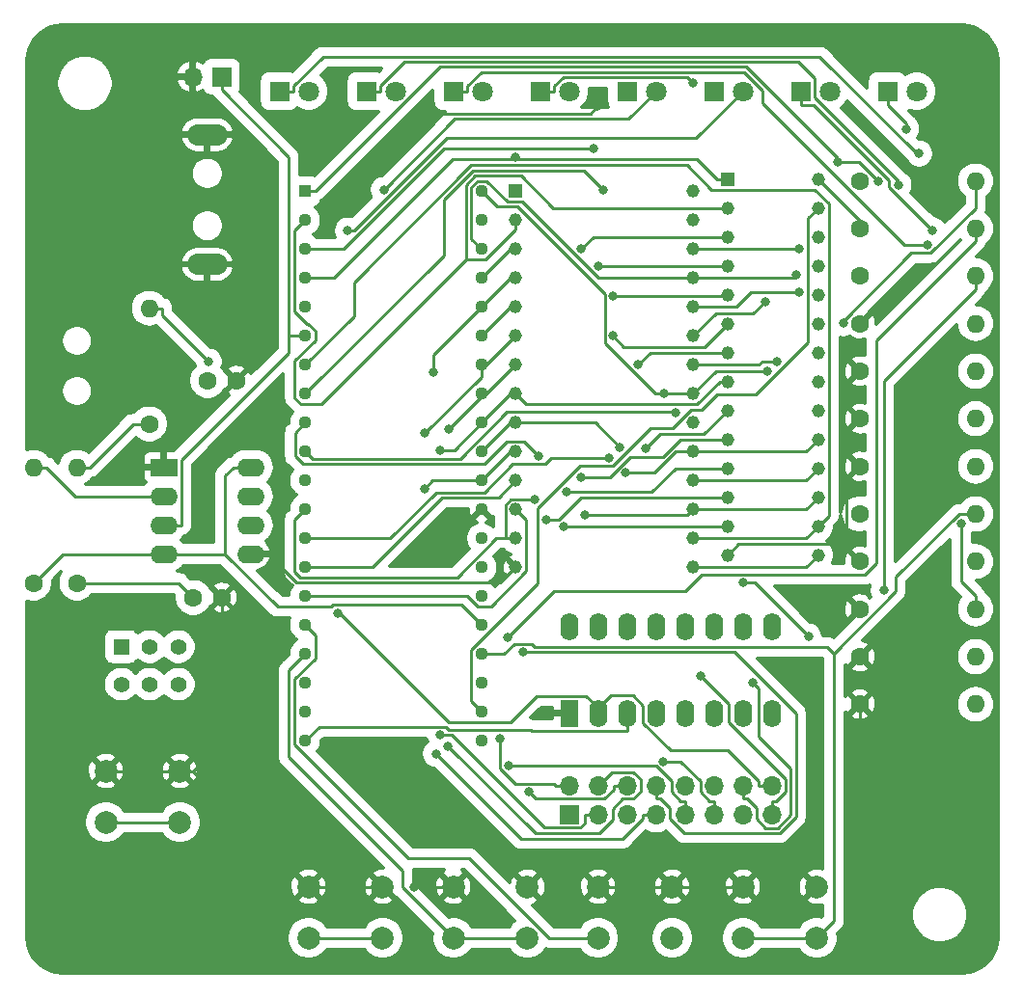
<source format=gbr>
G04 #@! TF.GenerationSoftware,KiCad,Pcbnew,(5.1.0-0)*
G04 #@! TF.CreationDate,2020-02-04T17:27:52+00:00*
G04 #@! TF.ProjectId,z80,7a38302e-6b69-4636-9164-5f7063625858,rev?*
G04 #@! TF.SameCoordinates,Original*
G04 #@! TF.FileFunction,Copper,L2,Bot*
G04 #@! TF.FilePolarity,Positive*
%FSLAX46Y46*%
G04 Gerber Fmt 4.6, Leading zero omitted, Abs format (unit mm)*
G04 Created by KiCad (PCBNEW (5.1.0-0)) date 2020-02-04 17:27:52*
%MOMM*%
%LPD*%
G04 APERTURE LIST*
%ADD10C,1.600000*%
%ADD11O,1.600000X1.600000*%
%ADD12C,1.800000*%
%ADD13R,1.800000X1.800000*%
%ADD14R,1.160000X1.160000*%
%ADD15C,1.160000*%
%ADD16R,1.159000X1.159000*%
%ADD17C,1.159000*%
%ADD18C,2.000000*%
%ADD19O,3.500000X1.900000*%
%ADD20R,1.700000X1.700000*%
%ADD21O,1.700000X1.700000*%
%ADD22R,1.130000X1.130000*%
%ADD23C,1.130000*%
%ADD24R,1.600000X2.400000*%
%ADD25O,1.600000X2.400000*%
%ADD26R,2.400000X1.600000*%
%ADD27O,2.400000X1.600000*%
%ADD28R,1.400000X1.400000*%
%ADD29C,1.400000*%
%ADD30C,0.800000*%
%ADD31C,0.250000*%
%ADD32C,0.300000*%
G04 APERTURE END LIST*
D10*
X125770000Y-85090000D03*
X128270000Y-85090000D03*
X120650000Y-88900000D03*
D11*
X120650000Y-78740000D03*
D12*
X134620000Y-59690000D03*
D13*
X132080000Y-59690000D03*
X170180000Y-59690000D03*
D12*
X172720000Y-59690000D03*
D14*
X171375000Y-67395000D03*
D15*
X171375000Y-69935000D03*
X171375000Y-72475000D03*
X171375000Y-75015000D03*
X171375000Y-77555000D03*
X171375000Y-80095000D03*
X171375000Y-82635000D03*
X171375000Y-85175000D03*
X171375000Y-87715000D03*
X171375000Y-90255000D03*
X171375000Y-92795000D03*
X171375000Y-95335000D03*
X171375000Y-97875000D03*
X171375000Y-100415000D03*
X179315000Y-100415000D03*
X179315000Y-97875000D03*
X179315000Y-95335000D03*
X179315000Y-92795000D03*
X179315000Y-90255000D03*
X179315000Y-87715000D03*
X179315000Y-85175000D03*
X179315000Y-82635000D03*
X179315000Y-80095000D03*
X179315000Y-77555000D03*
X179315000Y-75015000D03*
X179315000Y-72475000D03*
X179315000Y-69935000D03*
X179315000Y-67395000D03*
D16*
X152793000Y-68474000D03*
D17*
X152793000Y-71014000D03*
X152793000Y-73554000D03*
X152793000Y-76094000D03*
X152793000Y-78634000D03*
X152793000Y-81174000D03*
X152793000Y-83714000D03*
X152793000Y-86254000D03*
X152793000Y-88794000D03*
X152793000Y-91334000D03*
X152793000Y-93874000D03*
X152793000Y-96414000D03*
X152793000Y-98954000D03*
X152793000Y-101494000D03*
X168351000Y-101494000D03*
X168351000Y-98954000D03*
X168351000Y-96414000D03*
X168351000Y-93874000D03*
X168351000Y-91334000D03*
X168351000Y-88794000D03*
X168351000Y-86254000D03*
X168351000Y-83714000D03*
X168351000Y-81174000D03*
X168351000Y-78634000D03*
X168351000Y-76094000D03*
X168351000Y-73554000D03*
X168351000Y-71014000D03*
X168351000Y-68474000D03*
D18*
X166520000Y-129540000D03*
X166520000Y-134040000D03*
X160020000Y-129540000D03*
X160020000Y-134040000D03*
D12*
X180340000Y-59690000D03*
D13*
X177800000Y-59690000D03*
X185420000Y-59690000D03*
D12*
X187960000Y-59690000D03*
X149860000Y-59690000D03*
D13*
X147320000Y-59690000D03*
D19*
X125730000Y-74900000D03*
X125730000Y-63500000D03*
D20*
X127000000Y-58420000D03*
D21*
X124460000Y-58420000D03*
D20*
X157480000Y-123190000D03*
D21*
X157480000Y-120650000D03*
X160020000Y-123190000D03*
X160020000Y-120650000D03*
X162560000Y-123190000D03*
X162560000Y-120650000D03*
X165100000Y-123190000D03*
X165100000Y-120650000D03*
X167640000Y-123190000D03*
X167640000Y-120650000D03*
X170180000Y-123190000D03*
X170180000Y-120650000D03*
X172720000Y-123190000D03*
X172720000Y-120650000D03*
X175260000Y-123190000D03*
X175260000Y-120650000D03*
D13*
X154940000Y-59690000D03*
D12*
X157480000Y-59690000D03*
D13*
X162560000Y-59690000D03*
D12*
X165100000Y-59690000D03*
D18*
X147320000Y-134040000D03*
X147320000Y-129540000D03*
X153820000Y-134040000D03*
X153820000Y-129540000D03*
D10*
X182975000Y-100983000D03*
D11*
X193135000Y-100983000D03*
X193135000Y-84274100D03*
D10*
X182975000Y-84274100D03*
D11*
X193135000Y-105160000D03*
D10*
X182975000Y-105160000D03*
D11*
X193135000Y-109338000D03*
D10*
X182975000Y-109338000D03*
D11*
X193135000Y-113515000D03*
D10*
X182975000Y-113515000D03*
X182975000Y-80096800D03*
D11*
X193135000Y-80096800D03*
X193135000Y-88451400D03*
D10*
X182975000Y-88451400D03*
X182975000Y-92628600D03*
D11*
X193135000Y-92628600D03*
D10*
X182975000Y-75919500D03*
D11*
X193135000Y-75919500D03*
D10*
X182975000Y-96805900D03*
D11*
X193135000Y-96805900D03*
D10*
X182975000Y-67565000D03*
D11*
X193135000Y-67565000D03*
X193135000Y-71742300D03*
D10*
X182975000Y-71742300D03*
D18*
X141120000Y-129540000D03*
X141120000Y-134040000D03*
X134620000Y-129540000D03*
X134620000Y-134040000D03*
D12*
X142240000Y-59690000D03*
D13*
X139700000Y-59690000D03*
D22*
X134317000Y-68475000D03*
D23*
X134317000Y-71015000D03*
X134317000Y-73555000D03*
X134317000Y-76095000D03*
X134317000Y-78635000D03*
X134317000Y-81175000D03*
X134317000Y-83715000D03*
X134317000Y-86255000D03*
X134317000Y-88795000D03*
X134317000Y-91335000D03*
X134317000Y-93875000D03*
X134317000Y-96415000D03*
X134317000Y-98955000D03*
X134317000Y-101495000D03*
X134317000Y-104035000D03*
X134317000Y-106575000D03*
X134317000Y-109115000D03*
X134317000Y-111655000D03*
X134317000Y-114195000D03*
X134317000Y-116735000D03*
X149813000Y-116735000D03*
X149813000Y-114195000D03*
X149813000Y-111655000D03*
X149813000Y-109115000D03*
X149813000Y-106575000D03*
X149813000Y-104035000D03*
X149813000Y-101495000D03*
X149813000Y-98955000D03*
X149813000Y-96415000D03*
X149813000Y-93875000D03*
X149813000Y-91335000D03*
X149813000Y-88795000D03*
X149813000Y-86255000D03*
X149813000Y-83715000D03*
X149813000Y-81175000D03*
X149813000Y-78635000D03*
X149813000Y-76095000D03*
X149813000Y-73555000D03*
X149813000Y-71015000D03*
X149813000Y-68475000D03*
D24*
X157480000Y-114300000D03*
D25*
X175260000Y-106680000D03*
X160020000Y-114300000D03*
X172720000Y-106680000D03*
X162560000Y-114300000D03*
X170180000Y-106680000D03*
X165100000Y-114300000D03*
X167640000Y-106680000D03*
X167640000Y-114300000D03*
X165100000Y-106680000D03*
X170180000Y-114300000D03*
X162560000Y-106680000D03*
X172720000Y-114300000D03*
X160020000Y-106680000D03*
X175260000Y-114300000D03*
X157480000Y-106680000D03*
D18*
X172720000Y-134040000D03*
X172720000Y-129540000D03*
X179220000Y-134040000D03*
X179220000Y-129540000D03*
D10*
X124500000Y-104140000D03*
X127000000Y-104140000D03*
D18*
X116840000Y-123880000D03*
X116840000Y-119380000D03*
X123340000Y-123880000D03*
X123340000Y-119380000D03*
D11*
X110490000Y-92710000D03*
D10*
X110490000Y-102870000D03*
X114300000Y-102870000D03*
D11*
X114300000Y-92710000D03*
D26*
X121920000Y-92710000D03*
D27*
X129540000Y-100330000D03*
X121920000Y-95250000D03*
X129540000Y-97790000D03*
X121920000Y-97790000D03*
X129540000Y-95250000D03*
X121920000Y-100330000D03*
X129540000Y-92710000D03*
D28*
X118190000Y-108460000D03*
D29*
X120690000Y-108460000D03*
X123190000Y-108460000D03*
X118190000Y-111760000D03*
X120690000Y-111760000D03*
X123190000Y-111760000D03*
D30*
X169054600Y-111072400D03*
X152793000Y-65476800D03*
X178461800Y-107564000D03*
X172772600Y-102859300D03*
X153438900Y-108958100D03*
X158548200Y-73554000D03*
X145797500Y-117871100D03*
X145589600Y-84334000D03*
X160024600Y-75015000D03*
X153968300Y-121218900D03*
X161341800Y-77664000D03*
X144839000Y-89737800D03*
X161331200Y-81174000D03*
X146832800Y-117194600D03*
X146896100Y-89391400D03*
X163544300Y-83714000D03*
X146186000Y-116226600D03*
X146186000Y-91213700D03*
X164199500Y-91027400D03*
X161945600Y-90963600D03*
X151411900Y-116494800D03*
X158511900Y-93560800D03*
X144779700Y-94608200D03*
X157234600Y-94873800D03*
X155464500Y-97312300D03*
X157033000Y-97875000D03*
X154493300Y-95509200D03*
X160456900Y-68345200D03*
X158839500Y-96901600D03*
X154776800Y-91690300D03*
X166788800Y-87934500D03*
X162443100Y-93165300D03*
X161013200Y-91869900D03*
X165758900Y-118531600D03*
X165783700Y-86254000D03*
X174819800Y-84266600D03*
X175728100Y-83389600D03*
X174654400Y-78143300D03*
X181040000Y-65904500D03*
X184577900Y-67576300D03*
X177616400Y-77358400D03*
X152176000Y-118920600D03*
X177435700Y-75830800D03*
X177663700Y-73554000D03*
X173622600Y-111631200D03*
X159600900Y-64714800D03*
X160000000Y-61000000D03*
X143000000Y-64000000D03*
X138000000Y-62000000D03*
X182059700Y-120192000D03*
X143878100Y-129540000D03*
X188193200Y-65158100D03*
X185072300Y-103535700D03*
X188877800Y-73174000D03*
X186385200Y-67899800D03*
X138058700Y-71921900D03*
X168347800Y-58979300D03*
X191851200Y-97657200D03*
X141208800Y-68343800D03*
X137158100Y-105525100D03*
X152116300Y-107608400D03*
X125875000Y-83431400D03*
X189330100Y-71875800D03*
X187036100Y-63004700D03*
X181508900Y-80074000D03*
D31*
X175260000Y-122014700D02*
X175627400Y-122014700D01*
X175627400Y-122014700D02*
X176435300Y-121206800D01*
X176435300Y-121206800D02*
X176435300Y-120055800D01*
X176435300Y-120055800D02*
X171450000Y-115070500D01*
X171450000Y-115070500D02*
X171450000Y-113467800D01*
X171450000Y-113467800D02*
X169054600Y-111072400D01*
X175260000Y-123190000D02*
X175260000Y-122014700D01*
X152793000Y-65632000D02*
X147279700Y-65632000D01*
X147279700Y-65632000D02*
X136816700Y-76095000D01*
X136816700Y-76095000D02*
X134317000Y-76095000D01*
X170469700Y-67395000D02*
X168706700Y-65632000D01*
X168706700Y-65632000D02*
X152793000Y-65632000D01*
X152793000Y-65632000D02*
X152793000Y-65476800D01*
X171375000Y-67395000D02*
X170469700Y-67395000D01*
X148450300Y-74458400D02*
X148450300Y-67907300D01*
X148450300Y-67907300D02*
X149246100Y-67111500D01*
X149246100Y-67111500D02*
X153273400Y-67111500D01*
X153273400Y-67111500D02*
X156096900Y-69935000D01*
X156096900Y-69935000D02*
X171375000Y-69935000D01*
X172772600Y-102859300D02*
X173757100Y-102859300D01*
X173757100Y-102859300D02*
X178461800Y-107564000D01*
X148450300Y-74458400D02*
X150168900Y-74458400D01*
X150168900Y-74458400D02*
X152793000Y-71834300D01*
X152793000Y-71834300D02*
X152793000Y-71014000D01*
X134317000Y-71015000D02*
X133384000Y-71948000D01*
X133384000Y-71948000D02*
X133384000Y-78998000D01*
X133384000Y-78998000D02*
X134499200Y-80113200D01*
X134499200Y-80113200D02*
X134587800Y-80113200D01*
X134587800Y-80113200D02*
X135207400Y-80732800D01*
X135207400Y-80732800D02*
X135207400Y-81565300D01*
X135207400Y-81565300D02*
X133411400Y-83361300D01*
X133411400Y-83361300D02*
X133411400Y-86630100D01*
X133411400Y-86630100D02*
X133970700Y-87189400D01*
X133970700Y-87189400D02*
X135719300Y-87189400D01*
X135719300Y-87189400D02*
X148450300Y-74458400D01*
X149813000Y-76095000D02*
X152354000Y-73554000D01*
X152354000Y-73554000D02*
X152793000Y-73554000D01*
X153438900Y-108958100D02*
X172015500Y-108958100D01*
X172015500Y-108958100D02*
X177360600Y-114303200D01*
X177360600Y-114303200D02*
X177360600Y-123434900D01*
X177360600Y-123434900D02*
X175976000Y-124819500D01*
X175976000Y-124819500D02*
X167556400Y-124819500D01*
X167556400Y-124819500D02*
X166275300Y-123538400D01*
X166275300Y-123538400D02*
X166275300Y-122633200D01*
X166275300Y-122633200D02*
X165467400Y-121825300D01*
X165467400Y-121825300D02*
X165100000Y-121825300D01*
X165100000Y-120650000D02*
X165100000Y-121825300D01*
X171375000Y-72475000D02*
X159627200Y-72475000D01*
X159627200Y-72475000D02*
X158548200Y-73554000D01*
X165100000Y-123190000D02*
X163924700Y-123190000D01*
X145797500Y-117871100D02*
X153239600Y-125313200D01*
X153239600Y-125313200D02*
X162168800Y-125313200D01*
X162168800Y-125313200D02*
X163924700Y-123557300D01*
X163924700Y-123557300D02*
X163924700Y-123190000D01*
X149813000Y-78635000D02*
X145589600Y-82858400D01*
X145589600Y-82858400D02*
X145589600Y-84334000D01*
X152793000Y-76094000D02*
X152354000Y-76094000D01*
X152354000Y-76094000D02*
X149813000Y-78635000D01*
X171375000Y-75015000D02*
X160024600Y-75015000D01*
X162560000Y-120650000D02*
X161384700Y-120650000D01*
X153968300Y-121218900D02*
X154574700Y-121825300D01*
X154574700Y-121825300D02*
X160576800Y-121825300D01*
X160576800Y-121825300D02*
X161384700Y-121017400D01*
X161384700Y-121017400D02*
X161384700Y-120650000D01*
X152793000Y-78634000D02*
X152354000Y-78634000D01*
X152354000Y-78634000D02*
X149813000Y-81175000D01*
X171375000Y-77555000D02*
X171266000Y-77664000D01*
X171266000Y-77664000D02*
X161341800Y-77664000D01*
X149813000Y-83715000D02*
X149813000Y-84763800D01*
X149813000Y-84763800D02*
X144839000Y-89737800D01*
X152793000Y-81174000D02*
X150252000Y-83715000D01*
X150252000Y-83715000D02*
X149813000Y-83715000D01*
X171375000Y-80095000D02*
X169342300Y-82127700D01*
X169342300Y-82127700D02*
X162284900Y-82127700D01*
X162284900Y-82127700D02*
X161331200Y-81174000D01*
X146832800Y-117194600D02*
X154501000Y-124862800D01*
X154501000Y-124862800D02*
X160092100Y-124862800D01*
X160092100Y-124862800D02*
X161323400Y-123631500D01*
X161323400Y-123631500D02*
X161323400Y-122682200D01*
X161323400Y-122682200D02*
X162180200Y-121825400D01*
X162180200Y-121825400D02*
X163085600Y-121825400D01*
X163085600Y-121825400D02*
X163737200Y-121173800D01*
X163737200Y-121173800D02*
X163737200Y-120124000D01*
X163737200Y-120124000D02*
X163078300Y-119465100D01*
X163078300Y-119465100D02*
X161204900Y-119465100D01*
X161204900Y-119465100D02*
X160020000Y-120650000D01*
X149813000Y-86255000D02*
X149813000Y-86474500D01*
X149813000Y-86474500D02*
X146896100Y-89391400D01*
X152793000Y-83714000D02*
X150252000Y-86255000D01*
X150252000Y-86255000D02*
X149813000Y-86255000D01*
X171375000Y-82635000D02*
X164623300Y-82635000D01*
X164623300Y-82635000D02*
X163544300Y-83714000D01*
X149813000Y-88795000D02*
X147394300Y-91213700D01*
X147394300Y-91213700D02*
X146186000Y-91213700D01*
X160020000Y-123190000D02*
X158844700Y-123190000D01*
X146186000Y-116226600D02*
X147174500Y-116226600D01*
X147174500Y-116226600D02*
X155313200Y-124365300D01*
X155313200Y-124365300D02*
X158477500Y-124365300D01*
X158477500Y-124365300D02*
X158844700Y-123998100D01*
X158844700Y-123998100D02*
X158844700Y-123190000D01*
X152793000Y-86254000D02*
X152354000Y-86254000D01*
X152354000Y-86254000D02*
X149813000Y-88795000D01*
X152793000Y-86254000D02*
X153724900Y-87185900D01*
X153724900Y-87185900D02*
X168702000Y-87185900D01*
X168702000Y-87185900D02*
X170712900Y-85175000D01*
X170712900Y-85175000D02*
X171375000Y-85175000D01*
X171375000Y-87715000D02*
X169285400Y-89804600D01*
X169285400Y-89804600D02*
X165422300Y-89804600D01*
X165422300Y-89804600D02*
X164199500Y-91027400D01*
X152793000Y-88794000D02*
X159776000Y-88794000D01*
X159776000Y-88794000D02*
X161945600Y-90963600D01*
X149813000Y-91335000D02*
X152354000Y-88794000D01*
X152354000Y-88794000D02*
X152793000Y-88794000D01*
X156304700Y-120650000D02*
X156148300Y-120493600D01*
X156148300Y-120493600D02*
X152723000Y-120493600D01*
X152723000Y-120493600D02*
X151411900Y-119182500D01*
X151411900Y-119182500D02*
X151411900Y-116494800D01*
X157480000Y-120650000D02*
X156304700Y-120650000D01*
X158511900Y-93560800D02*
X161022000Y-93560800D01*
X161022000Y-93560800D02*
X161022000Y-93560700D01*
X161022000Y-93560700D02*
X162809400Y-91773300D01*
X162809400Y-91773300D02*
X165712800Y-91773300D01*
X165712800Y-91773300D02*
X167231100Y-90255000D01*
X167231100Y-90255000D02*
X171375000Y-90255000D01*
X149813000Y-93875000D02*
X145512900Y-93875000D01*
X145512900Y-93875000D02*
X144779700Y-94608200D01*
X152793000Y-91334000D02*
X152354000Y-91334000D01*
X152354000Y-91334000D02*
X149813000Y-93875000D01*
X171375000Y-92795000D02*
X166784000Y-92795000D01*
X166784000Y-92795000D02*
X164705200Y-94873800D01*
X164705200Y-94873800D02*
X157234600Y-94873800D01*
X134317000Y-101495000D02*
X140192400Y-101495000D01*
X140192400Y-101495000D02*
X146312300Y-95375100D01*
X146312300Y-95375100D02*
X151291900Y-95375100D01*
X151291900Y-95375100D02*
X152793000Y-93874000D01*
X155464500Y-97312300D02*
X156541000Y-97312300D01*
X156541000Y-97312300D02*
X158518300Y-95335000D01*
X158518300Y-95335000D02*
X171375000Y-95335000D01*
X134317000Y-104035000D02*
X148532300Y-104035000D01*
X148532300Y-104035000D02*
X149425300Y-104928000D01*
X149425300Y-104928000D02*
X150639600Y-104928000D01*
X150639600Y-104928000D02*
X153729200Y-101838400D01*
X153729200Y-101838400D02*
X153729200Y-97350200D01*
X153729200Y-97350200D02*
X152793000Y-96414000D01*
X171375000Y-97875000D02*
X157033000Y-97875000D01*
X151881200Y-98954000D02*
X151881200Y-96006400D01*
X151881200Y-96006400D02*
X152378400Y-95509200D01*
X152378400Y-95509200D02*
X154493300Y-95509200D01*
X151881200Y-98954000D02*
X152793000Y-98954000D01*
X134317000Y-96415000D02*
X133410100Y-97321900D01*
X133410100Y-97321900D02*
X133410100Y-101885700D01*
X133410100Y-101885700D02*
X133910700Y-102386300D01*
X133910700Y-102386300D02*
X147641000Y-102386300D01*
X147641000Y-102386300D02*
X151073300Y-98954000D01*
X151073300Y-98954000D02*
X151881200Y-98954000D01*
X134317000Y-86255000D02*
X146458300Y-74113700D01*
X146458300Y-74113700D02*
X146458300Y-69250200D01*
X146458300Y-69250200D02*
X149056100Y-66652400D01*
X149056100Y-66652400D02*
X158764100Y-66652400D01*
X158764100Y-66652400D02*
X160456900Y-68345200D01*
X168351000Y-101494000D02*
X178236000Y-101494000D01*
X178236000Y-101494000D02*
X179315000Y-100415000D01*
X134317000Y-83715000D02*
X138619700Y-79412300D01*
X138619700Y-79412300D02*
X138619700Y-76451900D01*
X138619700Y-76451900D02*
X148869500Y-66202100D01*
X148869500Y-66202100D02*
X167799100Y-66202100D01*
X167799100Y-66202100D02*
X169944500Y-68347500D01*
X169944500Y-68347500D02*
X179036500Y-68347500D01*
X179036500Y-68347500D02*
X180252900Y-69563900D01*
X180252900Y-69563900D02*
X180252900Y-96937100D01*
X180252900Y-96937100D02*
X179315000Y-97875000D01*
X179315000Y-97875000D02*
X178236000Y-98954000D01*
X178236000Y-98954000D02*
X168351000Y-98954000D01*
X158839500Y-96901600D02*
X167863400Y-96901600D01*
X167863400Y-96901600D02*
X168351000Y-96414000D01*
X134317000Y-88795000D02*
X133424900Y-89687100D01*
X133424900Y-89687100D02*
X133424900Y-91740200D01*
X133424900Y-91740200D02*
X134110100Y-92425400D01*
X134110100Y-92425400D02*
X150023400Y-92425400D01*
X150023400Y-92425400D02*
X152019700Y-90429100D01*
X152019700Y-90429100D02*
X153515600Y-90429100D01*
X153515600Y-90429100D02*
X154776800Y-91690300D01*
X168351000Y-96414000D02*
X178236000Y-96414000D01*
X178236000Y-96414000D02*
X179315000Y-95335000D01*
X134317000Y-91335000D02*
X134944000Y-91962000D01*
X134944000Y-91962000D02*
X147905200Y-91962000D01*
X147905200Y-91962000D02*
X152026700Y-87840500D01*
X152026700Y-87840500D02*
X166694800Y-87840500D01*
X166694800Y-87840500D02*
X166788800Y-87934500D01*
X168351000Y-93874000D02*
X178236000Y-93874000D01*
X178236000Y-93874000D02*
X179315000Y-92795000D01*
X162443100Y-93165300D02*
X164957800Y-93165300D01*
X164957800Y-93165300D02*
X166789100Y-91334000D01*
X166789100Y-91334000D02*
X168351000Y-91334000D01*
X134317000Y-98955000D02*
X141777300Y-98955000D01*
X141777300Y-98955000D02*
X145807600Y-94924700D01*
X145807600Y-94924700D02*
X150034200Y-94924700D01*
X150034200Y-94924700D02*
X152543300Y-92415600D01*
X152543300Y-92415600D02*
X155377700Y-92415600D01*
X155377700Y-92415600D02*
X155923400Y-91869900D01*
X155923400Y-91869900D02*
X161013200Y-91869900D01*
X168351000Y-91334000D02*
X178236000Y-91334000D01*
X178236000Y-91334000D02*
X179315000Y-90255000D01*
X170180000Y-123190000D02*
X170180000Y-122014700D01*
X165783700Y-86254000D02*
X165042500Y-86254000D01*
X165042500Y-86254000D02*
X160603300Y-81814800D01*
X160603300Y-81814800D02*
X160603300Y-77465100D01*
X160603300Y-77465100D02*
X152967400Y-69829200D01*
X152967400Y-69829200D02*
X151167200Y-69829200D01*
X151167200Y-69829200D02*
X149813000Y-68475000D01*
X168351000Y-86254000D02*
X165783700Y-86254000D01*
X170180000Y-122014700D02*
X169812600Y-122014700D01*
X169812600Y-122014700D02*
X169004700Y-121206800D01*
X169004700Y-121206800D02*
X169004700Y-120279400D01*
X169004700Y-120279400D02*
X167256900Y-118531600D01*
X167256900Y-118531600D02*
X165758900Y-118531600D01*
X168351000Y-86254000D02*
X170338400Y-84266600D01*
X170338400Y-84266600D02*
X174819800Y-84266600D01*
X168351000Y-83714000D02*
X174083400Y-83714000D01*
X174083400Y-83714000D02*
X174407800Y-83389600D01*
X174407800Y-83389600D02*
X175728100Y-83389600D01*
X181040000Y-65904500D02*
X181040000Y-65576200D01*
X181040000Y-65576200D02*
X173010800Y-57547000D01*
X173010800Y-57547000D02*
X146135300Y-57547000D01*
X146135300Y-57547000D02*
X135207300Y-68475000D01*
X168351000Y-81174000D02*
X170336800Y-79188200D01*
X170336800Y-79188200D02*
X173609500Y-79188200D01*
X173609500Y-79188200D02*
X174654400Y-78143300D01*
X181040000Y-65904500D02*
X182906100Y-65904500D01*
X182906100Y-65904500D02*
X184577900Y-67576300D01*
X134317000Y-68475000D02*
X135207300Y-68475000D01*
X168351000Y-78634000D02*
X172155400Y-78634000D01*
X172155400Y-78634000D02*
X173431000Y-77358400D01*
X173431000Y-77358400D02*
X177616400Y-77358400D01*
X167640000Y-122014700D02*
X167272600Y-122014700D01*
X167272600Y-122014700D02*
X166464700Y-121206800D01*
X166464700Y-121206800D02*
X166464700Y-120295500D01*
X166464700Y-120295500D02*
X165089800Y-118920600D01*
X165089800Y-118920600D02*
X152176000Y-118920600D01*
X149813000Y-73555000D02*
X148900700Y-72642700D01*
X148900700Y-72642700D02*
X148900700Y-68093800D01*
X148900700Y-68093800D02*
X149425400Y-67569100D01*
X149425400Y-67569100D02*
X150252700Y-67569100D01*
X150252700Y-67569100D02*
X152062500Y-69378900D01*
X152062500Y-69378900D02*
X153323200Y-69378900D01*
X153323200Y-69378900D02*
X160038300Y-76094000D01*
X160038300Y-76094000D02*
X168351000Y-76094000D01*
X167640000Y-123190000D02*
X167640000Y-122014700D01*
X168351000Y-76094000D02*
X177172500Y-76094000D01*
X177172500Y-76094000D02*
X177435700Y-75830800D01*
X168351000Y-73554000D02*
X177663700Y-73554000D01*
X134317000Y-73555000D02*
X137660300Y-73555000D01*
X137660300Y-73555000D02*
X146500500Y-64714800D01*
X146500500Y-64714800D02*
X159600900Y-64714800D01*
X172720000Y-120650000D02*
X172720000Y-121825300D01*
X172720000Y-121825300D02*
X173087400Y-121825300D01*
X173087400Y-121825300D02*
X173895300Y-122633200D01*
X173895300Y-122633200D02*
X173895300Y-123553400D01*
X173895300Y-123553400D02*
X174711000Y-124369100D01*
X174711000Y-124369100D02*
X175779200Y-124369100D01*
X175779200Y-124369100D02*
X176897000Y-123251300D01*
X176897000Y-123251300D02*
X176897000Y-119131100D01*
X176897000Y-119131100D02*
X174134600Y-116368700D01*
X174134600Y-116368700D02*
X174134600Y-112143200D01*
X174134600Y-112143200D02*
X173622600Y-111631200D01*
X179315000Y-69935000D02*
X178402700Y-70847300D01*
X178402700Y-70847300D02*
X178402700Y-81743700D01*
X178402700Y-81743700D02*
X173868600Y-86277800D01*
X173868600Y-86277800D02*
X170424500Y-86277800D01*
X170424500Y-86277800D02*
X169066000Y-87636300D01*
X169066000Y-87636300D02*
X168188000Y-87636300D01*
X168188000Y-87636300D02*
X166536000Y-89288300D01*
X166536000Y-89288300D02*
X164647900Y-89288300D01*
X164647900Y-89288300D02*
X161331900Y-92604300D01*
X161331900Y-92604300D02*
X158435900Y-92604300D01*
X158435900Y-92604300D02*
X154739200Y-96301000D01*
X154739200Y-96301000D02*
X154739200Y-102908200D01*
X154739200Y-102908200D02*
X148885300Y-108762100D01*
X148885300Y-108762100D02*
X148885300Y-113267300D01*
X148885300Y-113267300D02*
X149813000Y-114195000D01*
X127261500Y-100330000D02*
X131900800Y-104969300D01*
X131900800Y-104969300D02*
X136579300Y-104969300D01*
X136579300Y-104969300D02*
X136748800Y-104799800D01*
X136748800Y-104799800D02*
X148037800Y-104799800D01*
X148037800Y-104799800D02*
X149813000Y-106575000D01*
X179315000Y-67395000D02*
X182975000Y-71055000D01*
X182975000Y-71055000D02*
X182975000Y-71742300D01*
X122682700Y-100330000D02*
X127261500Y-100330000D01*
X127261500Y-100330000D02*
X127261500Y-93463200D01*
X127261500Y-93463200D02*
X128014700Y-92710000D01*
X121920000Y-100330000D02*
X122682700Y-100330000D01*
X129540000Y-92710000D02*
X128014700Y-92710000D01*
X110490000Y-102870000D02*
X113030000Y-100330000D01*
X113030000Y-100330000D02*
X121920000Y-100330000D01*
X115425300Y-92710000D02*
X119235300Y-88900000D01*
X119235300Y-88900000D02*
X120650000Y-88900000D01*
X114300000Y-92710000D02*
X115425300Y-92710000D01*
X159330210Y-61669790D02*
X145330210Y-61669790D01*
X160000000Y-61000000D02*
X159330210Y-61669790D01*
X145330210Y-61669790D02*
X143000000Y-64000000D01*
X143000000Y-64000000D02*
X143000000Y-64000000D01*
X166520000Y-129540000D02*
X172720000Y-129540000D01*
X160020000Y-129540000D02*
X166520000Y-129540000D01*
X182059700Y-120192000D02*
X182975000Y-119276700D01*
X182975000Y-119276700D02*
X182975000Y-113515000D01*
X147320000Y-129540000D02*
X143878100Y-129540000D01*
X181825900Y-99458100D02*
X181825900Y-99833900D01*
X181825900Y-99833900D02*
X182975000Y-100983000D01*
X182975000Y-92628600D02*
X181825900Y-93777700D01*
X181825900Y-93777700D02*
X181825900Y-99458100D01*
X181825900Y-99458100D02*
X172331900Y-99458100D01*
X172331900Y-99458100D02*
X171375000Y-100415000D01*
X124460000Y-119380000D02*
X123340000Y-119380000D01*
X134620000Y-129540000D02*
X124460000Y-119380000D01*
X127000000Y-104140000D02*
X127000000Y-116840000D01*
X127000000Y-116840000D02*
X124460000Y-119380000D01*
X134620000Y-129540000D02*
X141120000Y-129540000D01*
X129540000Y-100330000D02*
X131065300Y-100330000D01*
X131065300Y-100330000D02*
X133572000Y-102836700D01*
X133572000Y-102836700D02*
X151450300Y-102836700D01*
X151450300Y-102836700D02*
X152793000Y-101494000D01*
X116840000Y-119380000D02*
X123340000Y-119380000D01*
X132859800Y-81175000D02*
X132859800Y-65455100D01*
X132859800Y-65455100D02*
X127000000Y-59595300D01*
X123445300Y-97790000D02*
X123445300Y-92046700D01*
X123445300Y-92046700D02*
X132859800Y-82632200D01*
X132859800Y-82632200D02*
X132859800Y-81175000D01*
X132859800Y-81175000D02*
X134317000Y-81175000D01*
X127000000Y-58420000D02*
X127000000Y-59595300D01*
X121920000Y-97790000D02*
X123445300Y-97790000D01*
X133305300Y-59690000D02*
X133305300Y-59230500D01*
X133305300Y-59230500D02*
X135889400Y-56646400D01*
X135889400Y-56646400D02*
X179452300Y-56646400D01*
X179452300Y-56646400D02*
X187964000Y-65158100D01*
X187964000Y-65158100D02*
X188193200Y-65158100D01*
X132080000Y-59690000D02*
X133305300Y-59690000D01*
X193135000Y-75919500D02*
X193135000Y-77044800D01*
X185072300Y-103535700D02*
X185072300Y-85107500D01*
X185072300Y-85107500D02*
X193135000Y-77044800D01*
X134317000Y-106575000D02*
X135212100Y-107470100D01*
X135212100Y-107470100D02*
X135212100Y-109500600D01*
X135212100Y-109500600D02*
X133406400Y-111306300D01*
X133406400Y-111306300D02*
X133406400Y-117083800D01*
X133406400Y-117083800D02*
X143385200Y-127062600D01*
X143385200Y-127062600D02*
X148717100Y-127062600D01*
X148717100Y-127062600D02*
X155694500Y-134040000D01*
X155694500Y-134040000D02*
X160020000Y-134040000D01*
X188877800Y-73174000D02*
X186905000Y-73174000D01*
X186905000Y-73174000D02*
X174479000Y-60748000D01*
X174479000Y-60748000D02*
X174479000Y-59652100D01*
X174479000Y-59652100D02*
X172824200Y-57997300D01*
X172824200Y-57997300D02*
X149802200Y-57997300D01*
X149802200Y-57997300D02*
X148545300Y-59254200D01*
X148545300Y-59254200D02*
X148545300Y-59690000D01*
X147320000Y-59690000D02*
X148545300Y-59690000D01*
X140925300Y-59690000D02*
X140925300Y-59230500D01*
X140925300Y-59230500D02*
X143059100Y-57096700D01*
X143059100Y-57096700D02*
X177545200Y-57096700D01*
X177545200Y-57096700D02*
X179025400Y-58576900D01*
X179025400Y-58576900D02*
X179025400Y-60257700D01*
X179025400Y-60257700D02*
X186385200Y-67617500D01*
X186385200Y-67617500D02*
X186385200Y-67899800D01*
X139700000Y-59690000D02*
X140925300Y-59690000D01*
X138058700Y-71921900D02*
X138656500Y-71921900D01*
X138656500Y-71921900D02*
X146749400Y-63829000D01*
X146749400Y-63829000D02*
X168581000Y-63829000D01*
X168581000Y-63829000D02*
X172720000Y-59690000D01*
X162560000Y-114300000D02*
X162560000Y-115825300D01*
X162560000Y-115825300D02*
X154204800Y-115825300D01*
X154204800Y-115825300D02*
X154114000Y-115734500D01*
X154114000Y-115734500D02*
X146893800Y-115734500D01*
X146893800Y-115734500D02*
X146650400Y-115491100D01*
X146650400Y-115491100D02*
X135560900Y-115491100D01*
X135560900Y-115491100D02*
X134317000Y-116735000D01*
X193135000Y-105160000D02*
X193135000Y-104034700D01*
X154940000Y-59690000D02*
X156165300Y-59690000D01*
X168347800Y-58979300D02*
X167816100Y-58447600D01*
X167816100Y-58447600D02*
X156968500Y-58447600D01*
X156968500Y-58447600D02*
X156165300Y-59250800D01*
X156165300Y-59250800D02*
X156165300Y-59690000D01*
X193135000Y-104034700D02*
X191851200Y-102750900D01*
X191851200Y-102750900D02*
X191851200Y-97657200D01*
X141208800Y-68343800D02*
X147432800Y-62119800D01*
X147432800Y-62119800D02*
X162670200Y-62119800D01*
X162670200Y-62119800D02*
X165100000Y-59690000D01*
X160020000Y-113866500D02*
X158928100Y-112774600D01*
X158928100Y-112774600D02*
X154638300Y-112774600D01*
X154638300Y-112774600D02*
X152298700Y-115114200D01*
X152298700Y-115114200D02*
X146910400Y-115114200D01*
X146910400Y-115114200D02*
X137321300Y-105525100D01*
X137321300Y-105525100D02*
X137158100Y-105525100D01*
X160020000Y-113866500D02*
X161118200Y-112768300D01*
X161118200Y-112768300D02*
X163085500Y-112768300D01*
X163085500Y-112768300D02*
X163974700Y-113657500D01*
X163974700Y-113657500D02*
X163974700Y-115166200D01*
X163974700Y-115166200D02*
X166381600Y-117573100D01*
X166381600Y-117573100D02*
X171375100Y-117573100D01*
X171375100Y-117573100D02*
X174084700Y-120282700D01*
X174084700Y-120282700D02*
X174084700Y-120650000D01*
X175260000Y-120650000D02*
X174084700Y-120650000D01*
X160020000Y-114300000D02*
X160020000Y-113866500D01*
X180680500Y-109047000D02*
X180121800Y-108488300D01*
X180121800Y-108488300D02*
X154432600Y-108488300D01*
X154432600Y-108488300D02*
X154172300Y-108228000D01*
X154172300Y-108228000D02*
X152674300Y-108228000D01*
X152674300Y-108228000D02*
X151787300Y-109115000D01*
X151787300Y-109115000D02*
X149813000Y-109115000D01*
X179220000Y-134040000D02*
X180680500Y-132579500D01*
X180680500Y-132579500D02*
X180680500Y-109047000D01*
X180680500Y-109047000D02*
X186143700Y-103583800D01*
X186143700Y-103583800D02*
X186143700Y-102339000D01*
X186143700Y-102339000D02*
X191676800Y-96805900D01*
X191676800Y-96805900D02*
X192009700Y-96805900D01*
X179220000Y-134040000D02*
X172720000Y-134040000D01*
X193135000Y-96805900D02*
X192009700Y-96805900D01*
X193135000Y-72867600D02*
X184427700Y-81574900D01*
X184427700Y-81574900D02*
X184427700Y-101155700D01*
X184427700Y-101155700D02*
X183449600Y-102133800D01*
X183449600Y-102133800D02*
X169115300Y-102133800D01*
X169115300Y-102133800D02*
X167671400Y-103577700D01*
X167671400Y-103577700D02*
X156147000Y-103577700D01*
X156147000Y-103577700D02*
X152116300Y-107608400D01*
X193135000Y-71742300D02*
X193135000Y-72867600D01*
X134620000Y-134040000D02*
X141120000Y-134040000D01*
X121775300Y-78740000D02*
X121775300Y-79331700D01*
X121775300Y-79331700D02*
X125875000Y-83431400D01*
X120650000Y-78740000D02*
X121775300Y-78740000D01*
X177800000Y-59690000D02*
X177800000Y-60915300D01*
X189330100Y-71875800D02*
X185550300Y-68096000D01*
X185550300Y-68096000D02*
X185550300Y-67522300D01*
X185550300Y-67522300D02*
X178943300Y-60915300D01*
X178943300Y-60915300D02*
X177800000Y-60915300D01*
X185420000Y-60915300D02*
X187036100Y-62531400D01*
X187036100Y-62531400D02*
X187036100Y-63004700D01*
X185420000Y-59690000D02*
X185420000Y-60915300D01*
X134317000Y-109115000D02*
X132885100Y-110546900D01*
X132885100Y-110546900D02*
X132885100Y-118158300D01*
X132885100Y-118158300D02*
X142857400Y-128130600D01*
X142857400Y-128130600D02*
X142857400Y-129577400D01*
X142857400Y-129577400D02*
X147320000Y-134040000D01*
X181508900Y-80074000D02*
X181508900Y-79872100D01*
X181508900Y-79872100D02*
X187481700Y-73899300D01*
X187481700Y-73899300D02*
X189178300Y-73899300D01*
X189178300Y-73899300D02*
X193135000Y-69942600D01*
X193135000Y-69942600D02*
X193135000Y-67565000D01*
X153820000Y-134040000D02*
X147320000Y-134040000D01*
X114300000Y-102870000D02*
X123230000Y-102870000D01*
X123230000Y-102870000D02*
X124500000Y-104140000D01*
X123340000Y-123880000D02*
X116840000Y-123880000D01*
X110490000Y-92710000D02*
X111615300Y-92710000D01*
X121920000Y-95250000D02*
X114155300Y-95250000D01*
X114155300Y-95250000D02*
X111615300Y-92710000D01*
D32*
G36*
X192596409Y-53987914D02*
G01*
X193170102Y-54161122D01*
X193699224Y-54442462D01*
X194163625Y-54821218D01*
X194545612Y-55282961D01*
X194830640Y-55810108D01*
X195007848Y-56382577D01*
X195075000Y-57021479D01*
X195075001Y-133954754D01*
X195012087Y-134596406D01*
X194838878Y-135170101D01*
X194557540Y-135699221D01*
X194178782Y-136163625D01*
X193717039Y-136545612D01*
X193189888Y-136830642D01*
X192617422Y-137007849D01*
X191978522Y-137075000D01*
X113045236Y-137075000D01*
X112403594Y-137012087D01*
X111829899Y-136838878D01*
X111300779Y-136557540D01*
X110836375Y-136178782D01*
X110454388Y-135717039D01*
X110169358Y-135189888D01*
X109992151Y-134617422D01*
X109925000Y-133978522D01*
X109925000Y-133852866D01*
X132720000Y-133852866D01*
X132720000Y-134227134D01*
X132793016Y-134594209D01*
X132936242Y-134939987D01*
X133144174Y-135251179D01*
X133408821Y-135515826D01*
X133720013Y-135723758D01*
X134065791Y-135866984D01*
X134432866Y-135940000D01*
X134807134Y-135940000D01*
X135174209Y-135866984D01*
X135519987Y-135723758D01*
X135831179Y-135515826D01*
X136095826Y-135251179D01*
X136220227Y-135065000D01*
X139519773Y-135065000D01*
X139644174Y-135251179D01*
X139908821Y-135515826D01*
X140220013Y-135723758D01*
X140565791Y-135866984D01*
X140932866Y-135940000D01*
X141307134Y-135940000D01*
X141674209Y-135866984D01*
X142019987Y-135723758D01*
X142331179Y-135515826D01*
X142595826Y-135251179D01*
X142803758Y-134939987D01*
X142946984Y-134594209D01*
X143020000Y-134227134D01*
X143020000Y-133852866D01*
X142946984Y-133485791D01*
X142803758Y-133140013D01*
X142595826Y-132828821D01*
X142331179Y-132564174D01*
X142019987Y-132356242D01*
X141674209Y-132213016D01*
X141307134Y-132140000D01*
X140932866Y-132140000D01*
X140565791Y-132213016D01*
X140220013Y-132356242D01*
X139908821Y-132564174D01*
X139644174Y-132828821D01*
X139519773Y-133015000D01*
X136220227Y-133015000D01*
X136095826Y-132828821D01*
X135831179Y-132564174D01*
X135519987Y-132356242D01*
X135174209Y-132213016D01*
X134807134Y-132140000D01*
X134432866Y-132140000D01*
X134065791Y-132213016D01*
X133720013Y-132356242D01*
X133408821Y-132564174D01*
X133144174Y-132828821D01*
X132936242Y-133140013D01*
X132793016Y-133485791D01*
X132720000Y-133852866D01*
X109925000Y-133852866D01*
X109925000Y-130672726D01*
X133634353Y-130672726D01*
X133726785Y-130946341D01*
X134018311Y-131093577D01*
X134332960Y-131181109D01*
X134658640Y-131205574D01*
X134982835Y-131166032D01*
X135293086Y-131064002D01*
X135513215Y-130946341D01*
X135605647Y-130672726D01*
X140134353Y-130672726D01*
X140226785Y-130946341D01*
X140518311Y-131093577D01*
X140832960Y-131181109D01*
X141158640Y-131205574D01*
X141482835Y-131166032D01*
X141793086Y-131064002D01*
X142013215Y-130946341D01*
X142105647Y-130672726D01*
X141120000Y-129687078D01*
X140134353Y-130672726D01*
X135605647Y-130672726D01*
X134620000Y-129687078D01*
X133634353Y-130672726D01*
X109925000Y-130672726D01*
X109925000Y-129578640D01*
X132954426Y-129578640D01*
X132993968Y-129902835D01*
X133095998Y-130213086D01*
X133213659Y-130433215D01*
X133487274Y-130525647D01*
X134472922Y-129540000D01*
X134767078Y-129540000D01*
X135752726Y-130525647D01*
X136026341Y-130433215D01*
X136173577Y-130141689D01*
X136261109Y-129827040D01*
X136279768Y-129578640D01*
X139454426Y-129578640D01*
X139493968Y-129902835D01*
X139595998Y-130213086D01*
X139713659Y-130433215D01*
X139987274Y-130525647D01*
X140972922Y-129540000D01*
X139987274Y-128554353D01*
X139713659Y-128646785D01*
X139566423Y-128938311D01*
X139478891Y-129252960D01*
X139454426Y-129578640D01*
X136279768Y-129578640D01*
X136285574Y-129501360D01*
X136246032Y-129177165D01*
X136144002Y-128866914D01*
X136026341Y-128646785D01*
X135752726Y-128554353D01*
X134767078Y-129540000D01*
X134472922Y-129540000D01*
X133487274Y-128554353D01*
X133213659Y-128646785D01*
X133066423Y-128938311D01*
X132978891Y-129252960D01*
X132954426Y-129578640D01*
X109925000Y-129578640D01*
X109925000Y-128407274D01*
X133634353Y-128407274D01*
X134620000Y-129392922D01*
X135605647Y-128407274D01*
X135513215Y-128133659D01*
X135221689Y-127986423D01*
X134907040Y-127898891D01*
X134581360Y-127874426D01*
X134257165Y-127913968D01*
X133946914Y-128015998D01*
X133726785Y-128133659D01*
X133634353Y-128407274D01*
X109925000Y-128407274D01*
X109925000Y-123692866D01*
X114940000Y-123692866D01*
X114940000Y-124067134D01*
X115013016Y-124434209D01*
X115156242Y-124779987D01*
X115364174Y-125091179D01*
X115628821Y-125355826D01*
X115940013Y-125563758D01*
X116285791Y-125706984D01*
X116652866Y-125780000D01*
X117027134Y-125780000D01*
X117394209Y-125706984D01*
X117739987Y-125563758D01*
X118051179Y-125355826D01*
X118315826Y-125091179D01*
X118440227Y-124905000D01*
X121739773Y-124905000D01*
X121864174Y-125091179D01*
X122128821Y-125355826D01*
X122440013Y-125563758D01*
X122785791Y-125706984D01*
X123152866Y-125780000D01*
X123527134Y-125780000D01*
X123894209Y-125706984D01*
X124239987Y-125563758D01*
X124551179Y-125355826D01*
X124815826Y-125091179D01*
X125023758Y-124779987D01*
X125166984Y-124434209D01*
X125240000Y-124067134D01*
X125240000Y-123692866D01*
X125166984Y-123325791D01*
X125023758Y-122980013D01*
X124815826Y-122668821D01*
X124551179Y-122404174D01*
X124239987Y-122196242D01*
X123894209Y-122053016D01*
X123527134Y-121980000D01*
X123152866Y-121980000D01*
X122785791Y-122053016D01*
X122440013Y-122196242D01*
X122128821Y-122404174D01*
X121864174Y-122668821D01*
X121739773Y-122855000D01*
X118440227Y-122855000D01*
X118315826Y-122668821D01*
X118051179Y-122404174D01*
X117739987Y-122196242D01*
X117394209Y-122053016D01*
X117027134Y-121980000D01*
X116652866Y-121980000D01*
X116285791Y-122053016D01*
X115940013Y-122196242D01*
X115628821Y-122404174D01*
X115364174Y-122668821D01*
X115156242Y-122980013D01*
X115013016Y-123325791D01*
X114940000Y-123692866D01*
X109925000Y-123692866D01*
X109925000Y-120512726D01*
X115854353Y-120512726D01*
X115946785Y-120786341D01*
X116238311Y-120933577D01*
X116552960Y-121021109D01*
X116878640Y-121045574D01*
X117202835Y-121006032D01*
X117513086Y-120904002D01*
X117733215Y-120786341D01*
X117825647Y-120512726D01*
X122354353Y-120512726D01*
X122446785Y-120786341D01*
X122738311Y-120933577D01*
X123052960Y-121021109D01*
X123378640Y-121045574D01*
X123702835Y-121006032D01*
X124013086Y-120904002D01*
X124233215Y-120786341D01*
X124325647Y-120512726D01*
X123340000Y-119527078D01*
X122354353Y-120512726D01*
X117825647Y-120512726D01*
X116840000Y-119527078D01*
X115854353Y-120512726D01*
X109925000Y-120512726D01*
X109925000Y-119418640D01*
X115174426Y-119418640D01*
X115213968Y-119742835D01*
X115315998Y-120053086D01*
X115433659Y-120273215D01*
X115707274Y-120365647D01*
X116692922Y-119380000D01*
X116987078Y-119380000D01*
X117972726Y-120365647D01*
X118246341Y-120273215D01*
X118393577Y-119981689D01*
X118481109Y-119667040D01*
X118499768Y-119418640D01*
X121674426Y-119418640D01*
X121713968Y-119742835D01*
X121815998Y-120053086D01*
X121933659Y-120273215D01*
X122207274Y-120365647D01*
X123192922Y-119380000D01*
X123487078Y-119380000D01*
X124472726Y-120365647D01*
X124746341Y-120273215D01*
X124893577Y-119981689D01*
X124981109Y-119667040D01*
X125005574Y-119341360D01*
X124966032Y-119017165D01*
X124864002Y-118706914D01*
X124746341Y-118486785D01*
X124472726Y-118394353D01*
X123487078Y-119380000D01*
X123192922Y-119380000D01*
X122207274Y-118394353D01*
X121933659Y-118486785D01*
X121786423Y-118778311D01*
X121698891Y-119092960D01*
X121674426Y-119418640D01*
X118499768Y-119418640D01*
X118505574Y-119341360D01*
X118466032Y-119017165D01*
X118364002Y-118706914D01*
X118246341Y-118486785D01*
X117972726Y-118394353D01*
X116987078Y-119380000D01*
X116692922Y-119380000D01*
X115707274Y-118394353D01*
X115433659Y-118486785D01*
X115286423Y-118778311D01*
X115198891Y-119092960D01*
X115174426Y-119418640D01*
X109925000Y-119418640D01*
X109925000Y-118247274D01*
X115854353Y-118247274D01*
X116840000Y-119232922D01*
X117825647Y-118247274D01*
X122354353Y-118247274D01*
X123340000Y-119232922D01*
X124325647Y-118247274D01*
X124233215Y-117973659D01*
X123941689Y-117826423D01*
X123627040Y-117738891D01*
X123301360Y-117714426D01*
X122977165Y-117753968D01*
X122666914Y-117855998D01*
X122446785Y-117973659D01*
X122354353Y-118247274D01*
X117825647Y-118247274D01*
X117733215Y-117973659D01*
X117441689Y-117826423D01*
X117127040Y-117738891D01*
X116801360Y-117714426D01*
X116477165Y-117753968D01*
X116166914Y-117855998D01*
X115946785Y-117973659D01*
X115854353Y-118247274D01*
X109925000Y-118247274D01*
X109925000Y-111602414D01*
X116590000Y-111602414D01*
X116590000Y-111917586D01*
X116651487Y-112226703D01*
X116772098Y-112517884D01*
X116947199Y-112779941D01*
X117170059Y-113002801D01*
X117432116Y-113177902D01*
X117723297Y-113298513D01*
X118032414Y-113360000D01*
X118347586Y-113360000D01*
X118656703Y-113298513D01*
X118947884Y-113177902D01*
X119209941Y-113002801D01*
X119432801Y-112779941D01*
X119440000Y-112769167D01*
X119447199Y-112779941D01*
X119670059Y-113002801D01*
X119932116Y-113177902D01*
X120223297Y-113298513D01*
X120532414Y-113360000D01*
X120847586Y-113360000D01*
X121156703Y-113298513D01*
X121447884Y-113177902D01*
X121709941Y-113002801D01*
X121932801Y-112779941D01*
X121940000Y-112769167D01*
X121947199Y-112779941D01*
X122170059Y-113002801D01*
X122432116Y-113177902D01*
X122723297Y-113298513D01*
X123032414Y-113360000D01*
X123347586Y-113360000D01*
X123656703Y-113298513D01*
X123947884Y-113177902D01*
X124209941Y-113002801D01*
X124432801Y-112779941D01*
X124607902Y-112517884D01*
X124728513Y-112226703D01*
X124790000Y-111917586D01*
X124790000Y-111602414D01*
X124728513Y-111293297D01*
X124607902Y-111002116D01*
X124432801Y-110740059D01*
X124209941Y-110517199D01*
X123947884Y-110342098D01*
X123656703Y-110221487D01*
X123347586Y-110160000D01*
X123032414Y-110160000D01*
X122723297Y-110221487D01*
X122432116Y-110342098D01*
X122170059Y-110517199D01*
X121947199Y-110740059D01*
X121940000Y-110750833D01*
X121932801Y-110740059D01*
X121709941Y-110517199D01*
X121447884Y-110342098D01*
X121156703Y-110221487D01*
X120847586Y-110160000D01*
X120532414Y-110160000D01*
X120223297Y-110221487D01*
X119932116Y-110342098D01*
X119670059Y-110517199D01*
X119447199Y-110740059D01*
X119440000Y-110750833D01*
X119432801Y-110740059D01*
X119209941Y-110517199D01*
X118947884Y-110342098D01*
X118656703Y-110221487D01*
X118347586Y-110160000D01*
X118032414Y-110160000D01*
X117723297Y-110221487D01*
X117432116Y-110342098D01*
X117170059Y-110517199D01*
X116947199Y-110740059D01*
X116772098Y-111002116D01*
X116651487Y-111293297D01*
X116590000Y-111602414D01*
X109925000Y-111602414D01*
X109925000Y-107760000D01*
X116585646Y-107760000D01*
X116585646Y-109160000D01*
X116603023Y-109336431D01*
X116654486Y-109506081D01*
X116738057Y-109662432D01*
X116850525Y-109799475D01*
X116987568Y-109911943D01*
X117143919Y-109995514D01*
X117313569Y-110046977D01*
X117490000Y-110064354D01*
X118890000Y-110064354D01*
X119066431Y-110046977D01*
X119236081Y-109995514D01*
X119392432Y-109911943D01*
X119529475Y-109799475D01*
X119636420Y-109669162D01*
X119670059Y-109702801D01*
X119932116Y-109877902D01*
X120223297Y-109998513D01*
X120532414Y-110060000D01*
X120847586Y-110060000D01*
X121156703Y-109998513D01*
X121447884Y-109877902D01*
X121709941Y-109702801D01*
X121932801Y-109479941D01*
X121940000Y-109469167D01*
X121947199Y-109479941D01*
X122170059Y-109702801D01*
X122432116Y-109877902D01*
X122723297Y-109998513D01*
X123032414Y-110060000D01*
X123347586Y-110060000D01*
X123656703Y-109998513D01*
X123947884Y-109877902D01*
X124209941Y-109702801D01*
X124432801Y-109479941D01*
X124607902Y-109217884D01*
X124728513Y-108926703D01*
X124790000Y-108617586D01*
X124790000Y-108302414D01*
X124728513Y-107993297D01*
X124607902Y-107702116D01*
X124432801Y-107440059D01*
X124209941Y-107217199D01*
X123947884Y-107042098D01*
X123656703Y-106921487D01*
X123347586Y-106860000D01*
X123032414Y-106860000D01*
X122723297Y-106921487D01*
X122432116Y-107042098D01*
X122170059Y-107217199D01*
X121947199Y-107440059D01*
X121940000Y-107450833D01*
X121932801Y-107440059D01*
X121709941Y-107217199D01*
X121447884Y-107042098D01*
X121156703Y-106921487D01*
X120847586Y-106860000D01*
X120532414Y-106860000D01*
X120223297Y-106921487D01*
X119932116Y-107042098D01*
X119670059Y-107217199D01*
X119636420Y-107250838D01*
X119529475Y-107120525D01*
X119392432Y-107008057D01*
X119236081Y-106924486D01*
X119066431Y-106873023D01*
X118890000Y-106855646D01*
X117490000Y-106855646D01*
X117313569Y-106873023D01*
X117143919Y-106924486D01*
X116987568Y-107008057D01*
X116850525Y-107120525D01*
X116738057Y-107257568D01*
X116654486Y-107413919D01*
X116603023Y-107583569D01*
X116585646Y-107760000D01*
X109925000Y-107760000D01*
X109925000Y-104476036D01*
X109994128Y-104504670D01*
X110322565Y-104570000D01*
X110657435Y-104570000D01*
X110985872Y-104504670D01*
X111295252Y-104376521D01*
X111573687Y-104190477D01*
X111810477Y-103953687D01*
X111996521Y-103675252D01*
X112124670Y-103365872D01*
X112190000Y-103037435D01*
X112190000Y-102702565D01*
X112176230Y-102633338D01*
X112891461Y-101918107D01*
X112793479Y-102064748D01*
X112665330Y-102374128D01*
X112600000Y-102702565D01*
X112600000Y-103037435D01*
X112665330Y-103365872D01*
X112793479Y-103675252D01*
X112979523Y-103953687D01*
X113216313Y-104190477D01*
X113494748Y-104376521D01*
X113804128Y-104504670D01*
X114132565Y-104570000D01*
X114467435Y-104570000D01*
X114795872Y-104504670D01*
X115105252Y-104376521D01*
X115383687Y-104190477D01*
X115620477Y-103953687D01*
X115659690Y-103895000D01*
X122805432Y-103895000D01*
X122813770Y-103903338D01*
X122800000Y-103972565D01*
X122800000Y-104307435D01*
X122865330Y-104635872D01*
X122993479Y-104945252D01*
X123179523Y-105223687D01*
X123416313Y-105460477D01*
X123694748Y-105646521D01*
X124004128Y-105774670D01*
X124332565Y-105840000D01*
X124667435Y-105840000D01*
X124995872Y-105774670D01*
X125305252Y-105646521D01*
X125583687Y-105460477D01*
X125820477Y-105223687D01*
X125882926Y-105130225D01*
X126156853Y-105130225D01*
X126225173Y-105383394D01*
X126482635Y-105510664D01*
X126759980Y-105585260D01*
X127046547Y-105604315D01*
X127331327Y-105567098D01*
X127603374Y-105475038D01*
X127774827Y-105383394D01*
X127843147Y-105130225D01*
X127000000Y-104287078D01*
X126156853Y-105130225D01*
X125882926Y-105130225D01*
X125985566Y-104976614D01*
X126009775Y-104983147D01*
X126852922Y-104140000D01*
X127147078Y-104140000D01*
X127990225Y-104983147D01*
X128243394Y-104914827D01*
X128370664Y-104657365D01*
X128445260Y-104380020D01*
X128464315Y-104093453D01*
X128427098Y-103808673D01*
X128335038Y-103536626D01*
X128243394Y-103365173D01*
X127990225Y-103296853D01*
X127147078Y-104140000D01*
X126852922Y-104140000D01*
X126009775Y-103296853D01*
X125985566Y-103303386D01*
X125882927Y-103149775D01*
X126156853Y-103149775D01*
X127000000Y-103992922D01*
X127843147Y-103149775D01*
X127774827Y-102896606D01*
X127517365Y-102769336D01*
X127240020Y-102694740D01*
X126953453Y-102675685D01*
X126668673Y-102712902D01*
X126396626Y-102804962D01*
X126225173Y-102896606D01*
X126156853Y-103149775D01*
X125882927Y-103149775D01*
X125820477Y-103056313D01*
X125583687Y-102819523D01*
X125305252Y-102633479D01*
X124995872Y-102505330D01*
X124667435Y-102440000D01*
X124332565Y-102440000D01*
X124263338Y-102453770D01*
X123990396Y-102180829D01*
X123958291Y-102141709D01*
X123802215Y-102013620D01*
X123624148Y-101918442D01*
X123430935Y-101859831D01*
X123280351Y-101845000D01*
X123280350Y-101845000D01*
X123230000Y-101840041D01*
X123179650Y-101845000D01*
X123091937Y-101845000D01*
X123269039Y-101750337D01*
X123527897Y-101537897D01*
X123677997Y-101355000D01*
X126836933Y-101355000D01*
X131140408Y-105658476D01*
X131172509Y-105697591D01*
X131328585Y-105825680D01*
X131506652Y-105920858D01*
X131628957Y-105957959D01*
X131699865Y-105979469D01*
X131900800Y-105999259D01*
X131951151Y-105994300D01*
X132971829Y-105994300D01*
X132908299Y-106147675D01*
X132852000Y-106430710D01*
X132852000Y-106719290D01*
X132908299Y-107002325D01*
X133018733Y-107268938D01*
X133179060Y-107508883D01*
X133383117Y-107712940D01*
X133580758Y-107845000D01*
X133383117Y-107977060D01*
X133179060Y-108181117D01*
X133018733Y-108421062D01*
X132908299Y-108687675D01*
X132852000Y-108970710D01*
X132852000Y-109130432D01*
X132195929Y-109786504D01*
X132156809Y-109818609D01*
X132028720Y-109974685D01*
X131933542Y-110152753D01*
X131885231Y-110312013D01*
X131874931Y-110345966D01*
X131855141Y-110546900D01*
X131860100Y-110597250D01*
X131860101Y-118107940D01*
X131855141Y-118158300D01*
X131874931Y-118359234D01*
X131903961Y-118454931D01*
X131933543Y-118552448D01*
X132028721Y-118730515D01*
X132156810Y-118886591D01*
X132195925Y-118918692D01*
X141157367Y-127880136D01*
X141081360Y-127874426D01*
X140757165Y-127913968D01*
X140446914Y-128015998D01*
X140226785Y-128133659D01*
X140134353Y-128407274D01*
X141120000Y-129392922D01*
X141134142Y-129378779D01*
X141281221Y-129525858D01*
X141267078Y-129540000D01*
X142252726Y-130525647D01*
X142329982Y-130499549D01*
X145463684Y-133633252D01*
X145420000Y-133852866D01*
X145420000Y-134227134D01*
X145493016Y-134594209D01*
X145636242Y-134939987D01*
X145844174Y-135251179D01*
X146108821Y-135515826D01*
X146420013Y-135723758D01*
X146765791Y-135866984D01*
X147132866Y-135940000D01*
X147507134Y-135940000D01*
X147874209Y-135866984D01*
X148219987Y-135723758D01*
X148531179Y-135515826D01*
X148795826Y-135251179D01*
X148920227Y-135065000D01*
X152219773Y-135065000D01*
X152344174Y-135251179D01*
X152608821Y-135515826D01*
X152920013Y-135723758D01*
X153265791Y-135866984D01*
X153632866Y-135940000D01*
X154007134Y-135940000D01*
X154374209Y-135866984D01*
X154719987Y-135723758D01*
X155031179Y-135515826D01*
X155295826Y-135251179D01*
X155440826Y-135034171D01*
X155474191Y-135044292D01*
X155493565Y-135050169D01*
X155559156Y-135056629D01*
X155694500Y-135069959D01*
X155744851Y-135065000D01*
X158419773Y-135065000D01*
X158544174Y-135251179D01*
X158808821Y-135515826D01*
X159120013Y-135723758D01*
X159465791Y-135866984D01*
X159832866Y-135940000D01*
X160207134Y-135940000D01*
X160574209Y-135866984D01*
X160919987Y-135723758D01*
X161231179Y-135515826D01*
X161495826Y-135251179D01*
X161703758Y-134939987D01*
X161846984Y-134594209D01*
X161920000Y-134227134D01*
X161920000Y-133852866D01*
X164620000Y-133852866D01*
X164620000Y-134227134D01*
X164693016Y-134594209D01*
X164836242Y-134939987D01*
X165044174Y-135251179D01*
X165308821Y-135515826D01*
X165620013Y-135723758D01*
X165965791Y-135866984D01*
X166332866Y-135940000D01*
X166707134Y-135940000D01*
X167074209Y-135866984D01*
X167419987Y-135723758D01*
X167731179Y-135515826D01*
X167995826Y-135251179D01*
X168203758Y-134939987D01*
X168346984Y-134594209D01*
X168420000Y-134227134D01*
X168420000Y-133852866D01*
X168346984Y-133485791D01*
X168203758Y-133140013D01*
X167995826Y-132828821D01*
X167731179Y-132564174D01*
X167419987Y-132356242D01*
X167074209Y-132213016D01*
X166707134Y-132140000D01*
X166332866Y-132140000D01*
X165965791Y-132213016D01*
X165620013Y-132356242D01*
X165308821Y-132564174D01*
X165044174Y-132828821D01*
X164836242Y-133140013D01*
X164693016Y-133485791D01*
X164620000Y-133852866D01*
X161920000Y-133852866D01*
X161846984Y-133485791D01*
X161703758Y-133140013D01*
X161495826Y-132828821D01*
X161231179Y-132564174D01*
X160919987Y-132356242D01*
X160574209Y-132213016D01*
X160207134Y-132140000D01*
X159832866Y-132140000D01*
X159465791Y-132213016D01*
X159120013Y-132356242D01*
X158808821Y-132564174D01*
X158544174Y-132828821D01*
X158419773Y-133015000D01*
X156119069Y-133015000D01*
X154248504Y-131144436D01*
X154493086Y-131064002D01*
X154713215Y-130946341D01*
X154805647Y-130672726D01*
X159034353Y-130672726D01*
X159126785Y-130946341D01*
X159418311Y-131093577D01*
X159732960Y-131181109D01*
X160058640Y-131205574D01*
X160382835Y-131166032D01*
X160693086Y-131064002D01*
X160913215Y-130946341D01*
X161005647Y-130672726D01*
X165534353Y-130672726D01*
X165626785Y-130946341D01*
X165918311Y-131093577D01*
X166232960Y-131181109D01*
X166558640Y-131205574D01*
X166882835Y-131166032D01*
X167193086Y-131064002D01*
X167413215Y-130946341D01*
X167505647Y-130672726D01*
X171734353Y-130672726D01*
X171826785Y-130946341D01*
X172118311Y-131093577D01*
X172432960Y-131181109D01*
X172758640Y-131205574D01*
X173082835Y-131166032D01*
X173393086Y-131064002D01*
X173613215Y-130946341D01*
X173705647Y-130672726D01*
X172720000Y-129687078D01*
X171734353Y-130672726D01*
X167505647Y-130672726D01*
X166520000Y-129687078D01*
X165534353Y-130672726D01*
X161005647Y-130672726D01*
X160020000Y-129687078D01*
X159034353Y-130672726D01*
X154805647Y-130672726D01*
X153820000Y-129687078D01*
X153805858Y-129701221D01*
X153658780Y-129554143D01*
X153672922Y-129540000D01*
X153967078Y-129540000D01*
X154952726Y-130525647D01*
X155226341Y-130433215D01*
X155373577Y-130141689D01*
X155461109Y-129827040D01*
X155479768Y-129578640D01*
X158354426Y-129578640D01*
X158393968Y-129902835D01*
X158495998Y-130213086D01*
X158613659Y-130433215D01*
X158887274Y-130525647D01*
X159872922Y-129540000D01*
X160167078Y-129540000D01*
X161152726Y-130525647D01*
X161426341Y-130433215D01*
X161573577Y-130141689D01*
X161661109Y-129827040D01*
X161679768Y-129578640D01*
X164854426Y-129578640D01*
X164893968Y-129902835D01*
X164995998Y-130213086D01*
X165113659Y-130433215D01*
X165387274Y-130525647D01*
X166372922Y-129540000D01*
X166667078Y-129540000D01*
X167652726Y-130525647D01*
X167926341Y-130433215D01*
X168073577Y-130141689D01*
X168161109Y-129827040D01*
X168179768Y-129578640D01*
X171054426Y-129578640D01*
X171093968Y-129902835D01*
X171195998Y-130213086D01*
X171313659Y-130433215D01*
X171587274Y-130525647D01*
X172572922Y-129540000D01*
X172867078Y-129540000D01*
X173852726Y-130525647D01*
X174126341Y-130433215D01*
X174273577Y-130141689D01*
X174361109Y-129827040D01*
X174379768Y-129578640D01*
X177554426Y-129578640D01*
X177593968Y-129902835D01*
X177695998Y-130213086D01*
X177813659Y-130433215D01*
X178087274Y-130525647D01*
X179072922Y-129540000D01*
X178087274Y-128554353D01*
X177813659Y-128646785D01*
X177666423Y-128938311D01*
X177578891Y-129252960D01*
X177554426Y-129578640D01*
X174379768Y-129578640D01*
X174385574Y-129501360D01*
X174346032Y-129177165D01*
X174244002Y-128866914D01*
X174126341Y-128646785D01*
X173852726Y-128554353D01*
X172867078Y-129540000D01*
X172572922Y-129540000D01*
X171587274Y-128554353D01*
X171313659Y-128646785D01*
X171166423Y-128938311D01*
X171078891Y-129252960D01*
X171054426Y-129578640D01*
X168179768Y-129578640D01*
X168185574Y-129501360D01*
X168146032Y-129177165D01*
X168044002Y-128866914D01*
X167926341Y-128646785D01*
X167652726Y-128554353D01*
X166667078Y-129540000D01*
X166372922Y-129540000D01*
X165387274Y-128554353D01*
X165113659Y-128646785D01*
X164966423Y-128938311D01*
X164878891Y-129252960D01*
X164854426Y-129578640D01*
X161679768Y-129578640D01*
X161685574Y-129501360D01*
X161646032Y-129177165D01*
X161544002Y-128866914D01*
X161426341Y-128646785D01*
X161152726Y-128554353D01*
X160167078Y-129540000D01*
X159872922Y-129540000D01*
X158887274Y-128554353D01*
X158613659Y-128646785D01*
X158466423Y-128938311D01*
X158378891Y-129252960D01*
X158354426Y-129578640D01*
X155479768Y-129578640D01*
X155485574Y-129501360D01*
X155446032Y-129177165D01*
X155344002Y-128866914D01*
X155226341Y-128646785D01*
X154952726Y-128554353D01*
X153967078Y-129540000D01*
X153672922Y-129540000D01*
X152687274Y-128554353D01*
X152413659Y-128646785D01*
X152266423Y-128938311D01*
X152217661Y-129113593D01*
X151511342Y-128407274D01*
X152834353Y-128407274D01*
X153820000Y-129392922D01*
X154805647Y-128407274D01*
X159034353Y-128407274D01*
X160020000Y-129392922D01*
X161005647Y-128407274D01*
X165534353Y-128407274D01*
X166520000Y-129392922D01*
X167505647Y-128407274D01*
X171734353Y-128407274D01*
X172720000Y-129392922D01*
X173705647Y-128407274D01*
X173613215Y-128133659D01*
X173321689Y-127986423D01*
X173007040Y-127898891D01*
X172681360Y-127874426D01*
X172357165Y-127913968D01*
X172046914Y-128015998D01*
X171826785Y-128133659D01*
X171734353Y-128407274D01*
X167505647Y-128407274D01*
X167413215Y-128133659D01*
X167121689Y-127986423D01*
X166807040Y-127898891D01*
X166481360Y-127874426D01*
X166157165Y-127913968D01*
X165846914Y-128015998D01*
X165626785Y-128133659D01*
X165534353Y-128407274D01*
X161005647Y-128407274D01*
X160913215Y-128133659D01*
X160621689Y-127986423D01*
X160307040Y-127898891D01*
X159981360Y-127874426D01*
X159657165Y-127913968D01*
X159346914Y-128015998D01*
X159126785Y-128133659D01*
X159034353Y-128407274D01*
X154805647Y-128407274D01*
X154713215Y-128133659D01*
X154421689Y-127986423D01*
X154107040Y-127898891D01*
X153781360Y-127874426D01*
X153457165Y-127913968D01*
X153146914Y-128015998D01*
X152926785Y-128133659D01*
X152834353Y-128407274D01*
X151511342Y-128407274D01*
X149477497Y-126373430D01*
X149445391Y-126334309D01*
X149289315Y-126206220D01*
X149111248Y-126111042D01*
X148918035Y-126052431D01*
X148767451Y-126037600D01*
X148767450Y-126037600D01*
X148717100Y-126032641D01*
X148666750Y-126037600D01*
X143809769Y-126037600D01*
X135447995Y-117675828D01*
X135454940Y-117668883D01*
X135615267Y-117428938D01*
X135725701Y-117162325D01*
X135782000Y-116879290D01*
X135782000Y-116719568D01*
X135985468Y-116516100D01*
X144918116Y-116516100D01*
X144935958Y-116605796D01*
X145025976Y-116823119D01*
X144968798Y-116861324D01*
X144787724Y-117042398D01*
X144645455Y-117255319D01*
X144547458Y-117491904D01*
X144497500Y-117743061D01*
X144497500Y-117999139D01*
X144547458Y-118250296D01*
X144645455Y-118486881D01*
X144787724Y-118699802D01*
X144968798Y-118880876D01*
X145181719Y-119023145D01*
X145418304Y-119121142D01*
X145642587Y-119165755D01*
X152479212Y-126002381D01*
X152511309Y-126041491D01*
X152550418Y-126073587D01*
X152550419Y-126073588D01*
X152667385Y-126169580D01*
X152845451Y-126264758D01*
X153038665Y-126323369D01*
X153149743Y-126334309D01*
X153239600Y-126343159D01*
X153289951Y-126338200D01*
X162118450Y-126338200D01*
X162168800Y-126343159D01*
X162219150Y-126338200D01*
X162219151Y-126338200D01*
X162369735Y-126323369D01*
X162562948Y-126264758D01*
X162741015Y-126169580D01*
X162897091Y-126041491D01*
X162929196Y-126002371D01*
X164224975Y-124706593D01*
X164427064Y-124814612D01*
X164756940Y-124914679D01*
X165014032Y-124940000D01*
X165185968Y-124940000D01*
X165443060Y-124914679D01*
X165772936Y-124814612D01*
X165987342Y-124700009D01*
X166796008Y-125508676D01*
X166828109Y-125547791D01*
X166984185Y-125675880D01*
X167162252Y-125771058D01*
X167304989Y-125814357D01*
X167355465Y-125829669D01*
X167556400Y-125849459D01*
X167606751Y-125844500D01*
X175925650Y-125844500D01*
X175976000Y-125849459D01*
X176026350Y-125844500D01*
X176026351Y-125844500D01*
X176176935Y-125829669D01*
X176370148Y-125771058D01*
X176548215Y-125675880D01*
X176704291Y-125547791D01*
X176736397Y-125508670D01*
X178049776Y-124195292D01*
X178088891Y-124163191D01*
X178216980Y-124007115D01*
X178312158Y-123829048D01*
X178370769Y-123635835D01*
X178385600Y-123485251D01*
X178385600Y-123485244D01*
X178390558Y-123434901D01*
X178385600Y-123384558D01*
X178385600Y-114353551D01*
X178390559Y-114303200D01*
X178383322Y-114229715D01*
X178370769Y-114102265D01*
X178312158Y-113909052D01*
X178216980Y-113730985D01*
X178088891Y-113574909D01*
X178049781Y-113542812D01*
X174020267Y-109513300D01*
X179655501Y-109513300D01*
X179655500Y-127940191D01*
X179507040Y-127898891D01*
X179181360Y-127874426D01*
X178857165Y-127913968D01*
X178546914Y-128015998D01*
X178326785Y-128133659D01*
X178234353Y-128407274D01*
X179220000Y-129392922D01*
X179234142Y-129378779D01*
X179381221Y-129525858D01*
X179367078Y-129540000D01*
X179381221Y-129554143D01*
X179234142Y-129701221D01*
X179220000Y-129687078D01*
X178234353Y-130672726D01*
X178326785Y-130946341D01*
X178618311Y-131093577D01*
X178932960Y-131181109D01*
X179258640Y-131205574D01*
X179582835Y-131166032D01*
X179655500Y-131142135D01*
X179655500Y-132154931D01*
X179626747Y-132183684D01*
X179407134Y-132140000D01*
X179032866Y-132140000D01*
X178665791Y-132213016D01*
X178320013Y-132356242D01*
X178008821Y-132564174D01*
X177744174Y-132828821D01*
X177619773Y-133015000D01*
X174320227Y-133015000D01*
X174195826Y-132828821D01*
X173931179Y-132564174D01*
X173619987Y-132356242D01*
X173274209Y-132213016D01*
X172907134Y-132140000D01*
X172532866Y-132140000D01*
X172165791Y-132213016D01*
X171820013Y-132356242D01*
X171508821Y-132564174D01*
X171244174Y-132828821D01*
X171036242Y-133140013D01*
X170893016Y-133485791D01*
X170820000Y-133852866D01*
X170820000Y-134227134D01*
X170893016Y-134594209D01*
X171036242Y-134939987D01*
X171244174Y-135251179D01*
X171508821Y-135515826D01*
X171820013Y-135723758D01*
X172165791Y-135866984D01*
X172532866Y-135940000D01*
X172907134Y-135940000D01*
X173274209Y-135866984D01*
X173619987Y-135723758D01*
X173931179Y-135515826D01*
X174195826Y-135251179D01*
X174320227Y-135065000D01*
X177619773Y-135065000D01*
X177744174Y-135251179D01*
X178008821Y-135515826D01*
X178320013Y-135723758D01*
X178665791Y-135866984D01*
X179032866Y-135940000D01*
X179407134Y-135940000D01*
X179774209Y-135866984D01*
X180119987Y-135723758D01*
X180431179Y-135515826D01*
X180695826Y-135251179D01*
X180903758Y-134939987D01*
X181046984Y-134594209D01*
X181120000Y-134227134D01*
X181120000Y-133852866D01*
X181076316Y-133633253D01*
X181369681Y-133339888D01*
X181408791Y-133307791D01*
X181536880Y-133151715D01*
X181632058Y-132973648D01*
X181690669Y-132780435D01*
X181705500Y-132629851D01*
X181705500Y-132629850D01*
X181710459Y-132579500D01*
X181705500Y-132529149D01*
X181705500Y-131753772D01*
X187500000Y-131753772D01*
X187500000Y-132246228D01*
X187596074Y-132729223D01*
X187784529Y-133184194D01*
X188058124Y-133593657D01*
X188406343Y-133941876D01*
X188815806Y-134215471D01*
X189270777Y-134403926D01*
X189753772Y-134500000D01*
X190246228Y-134500000D01*
X190729223Y-134403926D01*
X191184194Y-134215471D01*
X191593657Y-133941876D01*
X191941876Y-133593657D01*
X192215471Y-133184194D01*
X192403926Y-132729223D01*
X192500000Y-132246228D01*
X192500000Y-131753772D01*
X192403926Y-131270777D01*
X192215471Y-130815806D01*
X191941876Y-130406343D01*
X191593657Y-130058124D01*
X191184194Y-129784529D01*
X190729223Y-129596074D01*
X190246228Y-129500000D01*
X189753772Y-129500000D01*
X189270777Y-129596074D01*
X188815806Y-129784529D01*
X188406343Y-130058124D01*
X188058124Y-130406343D01*
X187784529Y-130815806D01*
X187596074Y-131270777D01*
X187500000Y-131753772D01*
X181705500Y-131753772D01*
X181705500Y-114505225D01*
X182131853Y-114505225D01*
X182200173Y-114758394D01*
X182457635Y-114885664D01*
X182734980Y-114960260D01*
X183021547Y-114979315D01*
X183306327Y-114942098D01*
X183578374Y-114850038D01*
X183749827Y-114758394D01*
X183818147Y-114505225D01*
X182975000Y-113662078D01*
X182131853Y-114505225D01*
X181705500Y-114505225D01*
X181705500Y-114240986D01*
X181731606Y-114289827D01*
X181984775Y-114358147D01*
X182827922Y-113515000D01*
X183122078Y-113515000D01*
X183965225Y-114358147D01*
X184218394Y-114289827D01*
X184345664Y-114032365D01*
X184420260Y-113755020D01*
X184436219Y-113515000D01*
X191426775Y-113515000D01*
X191459598Y-113848258D01*
X191556806Y-114168709D01*
X191714663Y-114464039D01*
X191927103Y-114722897D01*
X192185961Y-114935337D01*
X192481291Y-115093194D01*
X192801742Y-115190402D01*
X193051490Y-115215000D01*
X193218510Y-115215000D01*
X193468258Y-115190402D01*
X193788709Y-115093194D01*
X194084039Y-114935337D01*
X194342897Y-114722897D01*
X194555337Y-114464039D01*
X194713194Y-114168709D01*
X194810402Y-113848258D01*
X194843225Y-113515000D01*
X194810402Y-113181742D01*
X194713194Y-112861291D01*
X194555337Y-112565961D01*
X194342897Y-112307103D01*
X194084039Y-112094663D01*
X193788709Y-111936806D01*
X193468258Y-111839598D01*
X193218510Y-111815000D01*
X193051490Y-111815000D01*
X192801742Y-111839598D01*
X192481291Y-111936806D01*
X192185961Y-112094663D01*
X191927103Y-112307103D01*
X191714663Y-112565961D01*
X191556806Y-112861291D01*
X191459598Y-113181742D01*
X191426775Y-113515000D01*
X184436219Y-113515000D01*
X184439315Y-113468453D01*
X184402098Y-113183673D01*
X184310038Y-112911626D01*
X184218394Y-112740173D01*
X183965225Y-112671853D01*
X183122078Y-113515000D01*
X182827922Y-113515000D01*
X181984775Y-112671853D01*
X181731606Y-112740173D01*
X181705500Y-112792984D01*
X181705500Y-112524775D01*
X182131853Y-112524775D01*
X182975000Y-113367922D01*
X183818147Y-112524775D01*
X183749827Y-112271606D01*
X183492365Y-112144336D01*
X183215020Y-112069740D01*
X182928453Y-112050685D01*
X182643673Y-112087902D01*
X182371626Y-112179962D01*
X182200173Y-112271606D01*
X182131853Y-112524775D01*
X181705500Y-112524775D01*
X181705500Y-110328225D01*
X182131853Y-110328225D01*
X182200173Y-110581394D01*
X182457635Y-110708664D01*
X182734980Y-110783260D01*
X183021547Y-110802315D01*
X183306327Y-110765098D01*
X183578374Y-110673038D01*
X183749827Y-110581394D01*
X183818147Y-110328225D01*
X182975000Y-109485078D01*
X182131853Y-110328225D01*
X181705500Y-110328225D01*
X181705500Y-110063986D01*
X181731606Y-110112827D01*
X181984775Y-110181147D01*
X182827922Y-109338000D01*
X183122078Y-109338000D01*
X183965225Y-110181147D01*
X184218394Y-110112827D01*
X184345664Y-109855365D01*
X184420260Y-109578020D01*
X184436219Y-109338000D01*
X191426775Y-109338000D01*
X191459598Y-109671258D01*
X191556806Y-109991709D01*
X191714663Y-110287039D01*
X191927103Y-110545897D01*
X192185961Y-110758337D01*
X192481291Y-110916194D01*
X192801742Y-111013402D01*
X193051490Y-111038000D01*
X193218510Y-111038000D01*
X193468258Y-111013402D01*
X193788709Y-110916194D01*
X194084039Y-110758337D01*
X194342897Y-110545897D01*
X194555337Y-110287039D01*
X194713194Y-109991709D01*
X194810402Y-109671258D01*
X194843225Y-109338000D01*
X194810402Y-109004742D01*
X194713194Y-108684291D01*
X194555337Y-108388961D01*
X194342897Y-108130103D01*
X194084039Y-107917663D01*
X193788709Y-107759806D01*
X193468258Y-107662598D01*
X193218510Y-107638000D01*
X193051490Y-107638000D01*
X192801742Y-107662598D01*
X192481291Y-107759806D01*
X192185961Y-107917663D01*
X191927103Y-108130103D01*
X191714663Y-108388961D01*
X191556806Y-108684291D01*
X191459598Y-109004742D01*
X191426775Y-109338000D01*
X184436219Y-109338000D01*
X184439315Y-109291453D01*
X184402098Y-109006673D01*
X184310038Y-108734626D01*
X184218394Y-108563173D01*
X183965225Y-108494853D01*
X183122078Y-109338000D01*
X182827922Y-109338000D01*
X182813780Y-109323858D01*
X182960858Y-109176780D01*
X182975000Y-109190922D01*
X183818147Y-108347775D01*
X183749827Y-108094606D01*
X183492365Y-107967336D01*
X183269638Y-107907430D01*
X186832881Y-104344188D01*
X186871991Y-104312091D01*
X187000080Y-104156015D01*
X187002503Y-104151481D01*
X187095258Y-103977949D01*
X187153869Y-103784735D01*
X187161972Y-103702458D01*
X187168700Y-103634151D01*
X187168700Y-103634150D01*
X187173659Y-103583800D01*
X187168700Y-103533449D01*
X187168700Y-102763567D01*
X190826201Y-99106067D01*
X190826200Y-102700550D01*
X190821241Y-102750900D01*
X190826200Y-102801250D01*
X190841031Y-102951834D01*
X190899642Y-103145047D01*
X190994820Y-103323115D01*
X191122909Y-103479191D01*
X191162029Y-103511296D01*
X191780938Y-104130206D01*
X191714663Y-104210961D01*
X191556806Y-104506291D01*
X191459598Y-104826742D01*
X191426775Y-105160000D01*
X191459598Y-105493258D01*
X191556806Y-105813709D01*
X191714663Y-106109039D01*
X191927103Y-106367897D01*
X192185961Y-106580337D01*
X192481291Y-106738194D01*
X192801742Y-106835402D01*
X193051490Y-106860000D01*
X193218510Y-106860000D01*
X193468258Y-106835402D01*
X193788709Y-106738194D01*
X194084039Y-106580337D01*
X194342897Y-106367897D01*
X194555337Y-106109039D01*
X194713194Y-105813709D01*
X194810402Y-105493258D01*
X194843225Y-105160000D01*
X194810402Y-104826742D01*
X194713194Y-104506291D01*
X194555337Y-104210961D01*
X194342897Y-103952103D01*
X194127424Y-103775268D01*
X194086558Y-103640552D01*
X193991380Y-103462485D01*
X193863291Y-103306409D01*
X193824181Y-103274312D01*
X193231581Y-102681713D01*
X193468258Y-102658402D01*
X193788709Y-102561194D01*
X194084039Y-102403337D01*
X194342897Y-102190897D01*
X194555337Y-101932039D01*
X194713194Y-101636709D01*
X194810402Y-101316258D01*
X194843225Y-100983000D01*
X194810402Y-100649742D01*
X194713194Y-100329291D01*
X194555337Y-100033961D01*
X194342897Y-99775103D01*
X194084039Y-99562663D01*
X193788709Y-99404806D01*
X193468258Y-99307598D01*
X193218510Y-99283000D01*
X193051490Y-99283000D01*
X192876200Y-99300265D01*
X192876200Y-98488635D01*
X193051490Y-98505900D01*
X193218510Y-98505900D01*
X193468258Y-98481302D01*
X193788709Y-98384094D01*
X194084039Y-98226237D01*
X194342897Y-98013797D01*
X194555337Y-97754939D01*
X194713194Y-97459609D01*
X194810402Y-97139158D01*
X194843225Y-96805900D01*
X194810402Y-96472642D01*
X194713194Y-96152191D01*
X194555337Y-95856861D01*
X194342897Y-95598003D01*
X194084039Y-95385563D01*
X193788709Y-95227706D01*
X193468258Y-95130498D01*
X193218510Y-95105900D01*
X193051490Y-95105900D01*
X192801742Y-95130498D01*
X192481291Y-95227706D01*
X192185961Y-95385563D01*
X191927103Y-95598003D01*
X191777003Y-95780900D01*
X191727142Y-95780900D01*
X191676799Y-95775942D01*
X191626456Y-95780900D01*
X191626449Y-95780900D01*
X191494465Y-95793899D01*
X191475864Y-95795731D01*
X191443773Y-95805466D01*
X191282652Y-95854342D01*
X191104585Y-95949520D01*
X190948509Y-96077609D01*
X190916408Y-96116724D01*
X186097300Y-100935833D01*
X186097300Y-92628600D01*
X191426775Y-92628600D01*
X191459598Y-92961858D01*
X191556806Y-93282309D01*
X191714663Y-93577639D01*
X191927103Y-93836497D01*
X192185961Y-94048937D01*
X192481291Y-94206794D01*
X192801742Y-94304002D01*
X193051490Y-94328600D01*
X193218510Y-94328600D01*
X193468258Y-94304002D01*
X193788709Y-94206794D01*
X194084039Y-94048937D01*
X194342897Y-93836497D01*
X194555337Y-93577639D01*
X194713194Y-93282309D01*
X194810402Y-92961858D01*
X194843225Y-92628600D01*
X194810402Y-92295342D01*
X194713194Y-91974891D01*
X194555337Y-91679561D01*
X194342897Y-91420703D01*
X194084039Y-91208263D01*
X193788709Y-91050406D01*
X193468258Y-90953198D01*
X193218510Y-90928600D01*
X193051490Y-90928600D01*
X192801742Y-90953198D01*
X192481291Y-91050406D01*
X192185961Y-91208263D01*
X191927103Y-91420703D01*
X191714663Y-91679561D01*
X191556806Y-91974891D01*
X191459598Y-92295342D01*
X191426775Y-92628600D01*
X186097300Y-92628600D01*
X186097300Y-88451400D01*
X191426775Y-88451400D01*
X191459598Y-88784658D01*
X191556806Y-89105109D01*
X191714663Y-89400439D01*
X191927103Y-89659297D01*
X192185961Y-89871737D01*
X192481291Y-90029594D01*
X192801742Y-90126802D01*
X193051490Y-90151400D01*
X193218510Y-90151400D01*
X193468258Y-90126802D01*
X193788709Y-90029594D01*
X194084039Y-89871737D01*
X194342897Y-89659297D01*
X194555337Y-89400439D01*
X194713194Y-89105109D01*
X194810402Y-88784658D01*
X194843225Y-88451400D01*
X194810402Y-88118142D01*
X194713194Y-87797691D01*
X194555337Y-87502361D01*
X194342897Y-87243503D01*
X194084039Y-87031063D01*
X193788709Y-86873206D01*
X193468258Y-86775998D01*
X193218510Y-86751400D01*
X193051490Y-86751400D01*
X192801742Y-86775998D01*
X192481291Y-86873206D01*
X192185961Y-87031063D01*
X191927103Y-87243503D01*
X191714663Y-87502361D01*
X191556806Y-87797691D01*
X191459598Y-88118142D01*
X191426775Y-88451400D01*
X186097300Y-88451400D01*
X186097300Y-85532067D01*
X187355267Y-84274100D01*
X191426775Y-84274100D01*
X191459598Y-84607358D01*
X191556806Y-84927809D01*
X191714663Y-85223139D01*
X191927103Y-85481997D01*
X192185961Y-85694437D01*
X192481291Y-85852294D01*
X192801742Y-85949502D01*
X193051490Y-85974100D01*
X193218510Y-85974100D01*
X193468258Y-85949502D01*
X193788709Y-85852294D01*
X194084039Y-85694437D01*
X194342897Y-85481997D01*
X194555337Y-85223139D01*
X194713194Y-84927809D01*
X194810402Y-84607358D01*
X194843225Y-84274100D01*
X194810402Y-83940842D01*
X194713194Y-83620391D01*
X194555337Y-83325061D01*
X194342897Y-83066203D01*
X194084039Y-82853763D01*
X193788709Y-82695906D01*
X193468258Y-82598698D01*
X193218510Y-82574100D01*
X193051490Y-82574100D01*
X192801742Y-82598698D01*
X192481291Y-82695906D01*
X192185961Y-82853763D01*
X191927103Y-83066203D01*
X191714663Y-83325061D01*
X191556806Y-83620391D01*
X191459598Y-83940842D01*
X191426775Y-84274100D01*
X187355267Y-84274100D01*
X191436260Y-80193108D01*
X191459598Y-80430058D01*
X191556806Y-80750509D01*
X191714663Y-81045839D01*
X191927103Y-81304697D01*
X192185961Y-81517137D01*
X192481291Y-81674994D01*
X192801742Y-81772202D01*
X193051490Y-81796800D01*
X193218510Y-81796800D01*
X193468258Y-81772202D01*
X193788709Y-81674994D01*
X194084039Y-81517137D01*
X194342897Y-81304697D01*
X194555337Y-81045839D01*
X194713194Y-80750509D01*
X194810402Y-80430058D01*
X194843225Y-80096800D01*
X194810402Y-79763542D01*
X194713194Y-79443091D01*
X194555337Y-79147761D01*
X194342897Y-78888903D01*
X194084039Y-78676463D01*
X193788709Y-78518606D01*
X193468258Y-78421398D01*
X193231308Y-78398061D01*
X193824181Y-77805188D01*
X193863291Y-77773091D01*
X193991380Y-77617015D01*
X194021855Y-77560000D01*
X194086558Y-77438949D01*
X194127424Y-77304232D01*
X194342897Y-77127397D01*
X194555337Y-76868539D01*
X194713194Y-76573209D01*
X194810402Y-76252758D01*
X194843225Y-75919500D01*
X194810402Y-75586242D01*
X194713194Y-75265791D01*
X194555337Y-74970461D01*
X194342897Y-74711603D01*
X194084039Y-74499163D01*
X193788709Y-74341306D01*
X193468258Y-74244098D01*
X193231399Y-74220769D01*
X193824181Y-73627988D01*
X193863291Y-73595891D01*
X193991380Y-73439815D01*
X193994809Y-73433400D01*
X194086558Y-73261749D01*
X194127424Y-73127032D01*
X194342897Y-72950197D01*
X194555337Y-72691339D01*
X194713194Y-72396009D01*
X194810402Y-72075558D01*
X194843225Y-71742300D01*
X194810402Y-71409042D01*
X194713194Y-71088591D01*
X194555337Y-70793261D01*
X194342897Y-70534403D01*
X194089647Y-70326565D01*
X194145169Y-70143535D01*
X194160000Y-69992951D01*
X194160000Y-69992950D01*
X194164959Y-69942600D01*
X194160000Y-69892249D01*
X194160000Y-68922997D01*
X194342897Y-68772897D01*
X194555337Y-68514039D01*
X194713194Y-68218709D01*
X194810402Y-67898258D01*
X194843225Y-67565000D01*
X194810402Y-67231742D01*
X194713194Y-66911291D01*
X194555337Y-66615961D01*
X194342897Y-66357103D01*
X194084039Y-66144663D01*
X193788709Y-65986806D01*
X193468258Y-65889598D01*
X193218510Y-65865000D01*
X193051490Y-65865000D01*
X192801742Y-65889598D01*
X192481291Y-65986806D01*
X192185961Y-66144663D01*
X191927103Y-66357103D01*
X191714663Y-66615961D01*
X191556806Y-66911291D01*
X191459598Y-67231742D01*
X191426775Y-67565000D01*
X191459598Y-67898258D01*
X191556806Y-68218709D01*
X191714663Y-68514039D01*
X191927103Y-68772897D01*
X192110000Y-68922998D01*
X192110000Y-69518031D01*
X190436430Y-71191602D01*
X190339876Y-71047098D01*
X190158802Y-70866024D01*
X189945881Y-70723755D01*
X189709296Y-70625758D01*
X189485015Y-70581146D01*
X187490062Y-68586195D01*
X187537245Y-68515581D01*
X187635242Y-68278996D01*
X187685200Y-68027839D01*
X187685200Y-67771761D01*
X187635242Y-67520604D01*
X187537245Y-67284019D01*
X187394976Y-67071098D01*
X187213902Y-66890024D01*
X187000981Y-66747755D01*
X186939598Y-66722329D01*
X181378323Y-61161056D01*
X181487433Y-61088151D01*
X181738151Y-60837433D01*
X181920645Y-60564312D01*
X186978182Y-65621851D01*
X187041155Y-65773881D01*
X187183424Y-65986802D01*
X187364498Y-66167876D01*
X187577419Y-66310145D01*
X187814004Y-66408142D01*
X188065161Y-66458100D01*
X188321239Y-66458100D01*
X188572396Y-66408142D01*
X188808981Y-66310145D01*
X189021902Y-66167876D01*
X189202976Y-65986802D01*
X189345245Y-65773881D01*
X189443242Y-65537296D01*
X189493200Y-65286139D01*
X189493200Y-65030061D01*
X189443242Y-64778904D01*
X189345245Y-64542319D01*
X189202976Y-64329398D01*
X189021902Y-64148324D01*
X188808981Y-64006055D01*
X188572396Y-63908058D01*
X188321239Y-63858100D01*
X188113569Y-63858100D01*
X188063097Y-63807628D01*
X188188145Y-63620481D01*
X188286142Y-63383896D01*
X188336100Y-63132739D01*
X188336100Y-62876661D01*
X188286142Y-62625504D01*
X188188145Y-62388919D01*
X188045876Y-62175998D01*
X187965300Y-62095422D01*
X187892480Y-61959185D01*
X187796488Y-61842219D01*
X187764391Y-61803109D01*
X187725281Y-61771012D01*
X187332765Y-61378497D01*
X187434959Y-61420827D01*
X187782716Y-61490000D01*
X188137284Y-61490000D01*
X188485041Y-61420827D01*
X188812620Y-61285139D01*
X189107433Y-61088151D01*
X189358151Y-60837433D01*
X189555139Y-60542620D01*
X189690827Y-60215041D01*
X189760000Y-59867284D01*
X189760000Y-59512716D01*
X189690827Y-59164959D01*
X189555139Y-58837380D01*
X189358151Y-58542567D01*
X189107433Y-58291849D01*
X188812620Y-58094861D01*
X188485041Y-57959173D01*
X188137284Y-57890000D01*
X187782716Y-57890000D01*
X187434959Y-57959173D01*
X187107380Y-58094861D01*
X186982353Y-58178402D01*
X186959475Y-58150525D01*
X186822432Y-58038057D01*
X186666081Y-57954486D01*
X186496431Y-57903023D01*
X186320000Y-57885646D01*
X184520000Y-57885646D01*
X184343569Y-57903023D01*
X184173919Y-57954486D01*
X184017568Y-58038057D01*
X183880525Y-58150525D01*
X183768057Y-58287568D01*
X183684486Y-58443919D01*
X183633023Y-58613569D01*
X183615646Y-58790000D01*
X183615646Y-59360178D01*
X180212697Y-55957230D01*
X180180591Y-55918109D01*
X180024515Y-55790020D01*
X179846448Y-55694842D01*
X179653235Y-55636231D01*
X179502651Y-55621400D01*
X179502650Y-55621400D01*
X179452300Y-55616441D01*
X179401950Y-55621400D01*
X135939742Y-55621400D01*
X135889399Y-55616442D01*
X135839056Y-55621400D01*
X135839049Y-55621400D01*
X135707065Y-55634399D01*
X135688464Y-55636231D01*
X135681199Y-55638435D01*
X135495252Y-55694842D01*
X135317185Y-55790020D01*
X135161109Y-55918109D01*
X135129012Y-55957219D01*
X133176977Y-57909256D01*
X133156431Y-57903023D01*
X132980000Y-57885646D01*
X131180000Y-57885646D01*
X131003569Y-57903023D01*
X130833919Y-57954486D01*
X130677568Y-58038057D01*
X130540525Y-58150525D01*
X130428057Y-58287568D01*
X130344486Y-58443919D01*
X130293023Y-58613569D01*
X130275646Y-58790000D01*
X130275646Y-60590000D01*
X130293023Y-60766431D01*
X130344486Y-60936081D01*
X130428057Y-61092432D01*
X130540525Y-61229475D01*
X130677568Y-61341943D01*
X130833919Y-61425514D01*
X131003569Y-61476977D01*
X131180000Y-61494354D01*
X132980000Y-61494354D01*
X133156431Y-61476977D01*
X133326081Y-61425514D01*
X133482432Y-61341943D01*
X133619475Y-61229475D01*
X133642353Y-61201598D01*
X133767380Y-61285139D01*
X134094959Y-61420827D01*
X134442716Y-61490000D01*
X134797284Y-61490000D01*
X135145041Y-61420827D01*
X135472620Y-61285139D01*
X135767433Y-61088151D01*
X136018151Y-60837433D01*
X136215139Y-60542620D01*
X136350827Y-60215041D01*
X136420000Y-59867284D01*
X136420000Y-59512716D01*
X136350827Y-59164959D01*
X136215139Y-58837380D01*
X136018151Y-58542567D01*
X135767433Y-58291849D01*
X135723125Y-58262243D01*
X136313969Y-57671400D01*
X141034832Y-57671400D01*
X140796977Y-57909256D01*
X140776431Y-57903023D01*
X140600000Y-57885646D01*
X138800000Y-57885646D01*
X138623569Y-57903023D01*
X138453919Y-57954486D01*
X138297568Y-58038057D01*
X138160525Y-58150525D01*
X138048057Y-58287568D01*
X137964486Y-58443919D01*
X137913023Y-58613569D01*
X137895646Y-58790000D01*
X137895646Y-60590000D01*
X137913023Y-60766431D01*
X137964486Y-60936081D01*
X138048057Y-61092432D01*
X138160525Y-61229475D01*
X138297568Y-61341943D01*
X138453919Y-61425514D01*
X138623569Y-61476977D01*
X138800000Y-61494354D01*
X140600000Y-61494354D01*
X140753496Y-61479236D01*
X135174500Y-67058232D01*
X135058431Y-67023023D01*
X134882000Y-67005646D01*
X133884800Y-67005646D01*
X133884800Y-65505451D01*
X133889759Y-65455100D01*
X133869969Y-65254165D01*
X133811358Y-65060951D01*
X133716180Y-64882885D01*
X133620188Y-64765919D01*
X133588091Y-64726809D01*
X133548981Y-64694712D01*
X128610566Y-59756299D01*
X128685514Y-59616081D01*
X128736977Y-59446431D01*
X128754354Y-59270000D01*
X128754354Y-57570000D01*
X128736977Y-57393569D01*
X128685514Y-57223919D01*
X128601943Y-57067568D01*
X128489475Y-56930525D01*
X128352432Y-56818057D01*
X128196081Y-56734486D01*
X128026431Y-56683023D01*
X127850000Y-56665646D01*
X126150000Y-56665646D01*
X125973569Y-56683023D01*
X125803919Y-56734486D01*
X125647568Y-56818057D01*
X125510525Y-56930525D01*
X125398057Y-57067568D01*
X125329689Y-57195476D01*
X125260134Y-57141775D01*
X124995390Y-57010237D01*
X124798061Y-56950381D01*
X124564000Y-57080531D01*
X124564000Y-58316000D01*
X124584000Y-58316000D01*
X124584000Y-58524000D01*
X124564000Y-58524000D01*
X124564000Y-59759469D01*
X124798061Y-59889619D01*
X124995390Y-59829763D01*
X125260134Y-59698225D01*
X125329689Y-59644524D01*
X125398057Y-59772432D01*
X125510525Y-59909475D01*
X125647568Y-60021943D01*
X125803919Y-60105514D01*
X125973569Y-60156977D01*
X126149166Y-60174272D01*
X126271710Y-60323591D01*
X126310825Y-60355692D01*
X131834801Y-65879670D01*
X131834800Y-81124649D01*
X131829841Y-81175000D01*
X131834801Y-81225360D01*
X131834800Y-82207631D01*
X129587889Y-84454543D01*
X129513394Y-84315173D01*
X129260225Y-84246853D01*
X128417078Y-85090000D01*
X128431221Y-85104143D01*
X128284143Y-85251221D01*
X128270000Y-85237078D01*
X127426853Y-86080225D01*
X127495173Y-86333394D01*
X127638291Y-86404141D01*
X122792498Y-91249935D01*
X122188500Y-91252000D01*
X122024000Y-91416500D01*
X122024000Y-92606000D01*
X122044000Y-92606000D01*
X122044000Y-92814000D01*
X122024000Y-92814000D01*
X122024000Y-92834000D01*
X121816000Y-92834000D01*
X121816000Y-92814000D01*
X120226500Y-92814000D01*
X120062000Y-92978500D01*
X120058816Y-93510000D01*
X120071520Y-93638991D01*
X120109146Y-93763024D01*
X120170246Y-93877334D01*
X120252472Y-93977528D01*
X120321630Y-94034284D01*
X120312103Y-94042103D01*
X120162003Y-94225000D01*
X115071937Y-94225000D01*
X115249039Y-94130337D01*
X115507897Y-93917897D01*
X115684732Y-93702424D01*
X115819448Y-93661558D01*
X115997515Y-93566380D01*
X116153591Y-93438291D01*
X116185697Y-93399170D01*
X117674867Y-91910000D01*
X120058816Y-91910000D01*
X120062000Y-92441500D01*
X120226500Y-92606000D01*
X121816000Y-92606000D01*
X121816000Y-91416500D01*
X121651500Y-91252000D01*
X120720000Y-91248816D01*
X120591009Y-91261520D01*
X120466976Y-91299146D01*
X120352666Y-91360246D01*
X120252472Y-91442472D01*
X120170246Y-91542666D01*
X120109146Y-91656976D01*
X120071520Y-91781009D01*
X120058816Y-91910000D01*
X117674867Y-91910000D01*
X119465352Y-90119516D01*
X119566313Y-90220477D01*
X119844748Y-90406521D01*
X120154128Y-90534670D01*
X120482565Y-90600000D01*
X120817435Y-90600000D01*
X121145872Y-90534670D01*
X121455252Y-90406521D01*
X121733687Y-90220477D01*
X121970477Y-89983687D01*
X122156521Y-89705252D01*
X122284670Y-89395872D01*
X122350000Y-89067435D01*
X122350000Y-88732565D01*
X122284670Y-88404128D01*
X122156521Y-88094748D01*
X121970477Y-87816313D01*
X121733687Y-87579523D01*
X121455252Y-87393479D01*
X121145872Y-87265330D01*
X120817435Y-87200000D01*
X120482565Y-87200000D01*
X120154128Y-87265330D01*
X119844748Y-87393479D01*
X119566313Y-87579523D01*
X119329523Y-87816313D01*
X119290310Y-87875000D01*
X119285651Y-87875000D01*
X119235300Y-87870041D01*
X119034365Y-87889831D01*
X118841151Y-87948442D01*
X118663085Y-88043620D01*
X118587295Y-88105820D01*
X118507009Y-88171709D01*
X118474912Y-88210819D01*
X115329795Y-91355938D01*
X115249039Y-91289663D01*
X114953709Y-91131806D01*
X114633258Y-91034598D01*
X114383510Y-91010000D01*
X114216490Y-91010000D01*
X113966742Y-91034598D01*
X113646291Y-91131806D01*
X113350961Y-91289663D01*
X113092103Y-91502103D01*
X112879663Y-91760961D01*
X112721806Y-92056291D01*
X112649504Y-92294637D01*
X112375697Y-92020829D01*
X112343591Y-91981709D01*
X112187515Y-91853620D01*
X112009448Y-91758442D01*
X111874732Y-91717576D01*
X111697897Y-91502103D01*
X111439039Y-91289663D01*
X111143709Y-91131806D01*
X110823258Y-91034598D01*
X110573510Y-91010000D01*
X110406490Y-91010000D01*
X110156742Y-91034598D01*
X109925000Y-91104896D01*
X109925000Y-85882112D01*
X112900000Y-85882112D01*
X112900000Y-86157888D01*
X112953801Y-86428365D01*
X113059336Y-86683149D01*
X113212549Y-86912448D01*
X113407552Y-87107451D01*
X113636851Y-87260664D01*
X113891635Y-87366199D01*
X114162112Y-87420000D01*
X114437888Y-87420000D01*
X114708365Y-87366199D01*
X114963149Y-87260664D01*
X115192448Y-87107451D01*
X115387451Y-86912448D01*
X115540664Y-86683149D01*
X115646199Y-86428365D01*
X115700000Y-86157888D01*
X115700000Y-85882112D01*
X115646199Y-85611635D01*
X115540664Y-85356851D01*
X115387451Y-85127552D01*
X115192448Y-84932549D01*
X114963149Y-84779336D01*
X114708365Y-84673801D01*
X114437888Y-84620000D01*
X114162112Y-84620000D01*
X113891635Y-84673801D01*
X113636851Y-84779336D01*
X113407552Y-84932549D01*
X113212549Y-85127552D01*
X113059336Y-85356851D01*
X112953801Y-85611635D01*
X112900000Y-85882112D01*
X109925000Y-85882112D01*
X109925000Y-81482112D01*
X112900000Y-81482112D01*
X112900000Y-81757888D01*
X112953801Y-82028365D01*
X113059336Y-82283149D01*
X113212549Y-82512448D01*
X113407552Y-82707451D01*
X113636851Y-82860664D01*
X113891635Y-82966199D01*
X114162112Y-83020000D01*
X114437888Y-83020000D01*
X114708365Y-82966199D01*
X114963149Y-82860664D01*
X115192448Y-82707451D01*
X115387451Y-82512448D01*
X115540664Y-82283149D01*
X115646199Y-82028365D01*
X115700000Y-81757888D01*
X115700000Y-81482112D01*
X115646199Y-81211635D01*
X115540664Y-80956851D01*
X115387451Y-80727552D01*
X115192448Y-80532549D01*
X114963149Y-80379336D01*
X114708365Y-80273801D01*
X114437888Y-80220000D01*
X114162112Y-80220000D01*
X113891635Y-80273801D01*
X113636851Y-80379336D01*
X113407552Y-80532549D01*
X113212549Y-80727552D01*
X113059336Y-80956851D01*
X112953801Y-81211635D01*
X112900000Y-81482112D01*
X109925000Y-81482112D01*
X109925000Y-78740000D01*
X118941775Y-78740000D01*
X118974598Y-79073258D01*
X119071806Y-79393709D01*
X119229663Y-79689039D01*
X119442103Y-79947897D01*
X119700961Y-80160337D01*
X119996291Y-80318194D01*
X120316742Y-80415402D01*
X120566490Y-80440000D01*
X120733510Y-80440000D01*
X120983258Y-80415402D01*
X121303709Y-80318194D01*
X121309260Y-80315227D01*
X124580346Y-83586315D01*
X124624958Y-83810596D01*
X124630898Y-83824938D01*
X124449523Y-84006313D01*
X124263479Y-84284748D01*
X124135330Y-84594128D01*
X124070000Y-84922565D01*
X124070000Y-85257435D01*
X124135330Y-85585872D01*
X124263479Y-85895252D01*
X124449523Y-86173687D01*
X124686313Y-86410477D01*
X124964748Y-86596521D01*
X125274128Y-86724670D01*
X125602565Y-86790000D01*
X125937435Y-86790000D01*
X126265872Y-86724670D01*
X126575252Y-86596521D01*
X126853687Y-86410477D01*
X127090477Y-86173687D01*
X127255566Y-85926614D01*
X127279775Y-85933147D01*
X128122922Y-85090000D01*
X127279775Y-84246853D01*
X127255566Y-84253386D01*
X127152927Y-84099775D01*
X127426853Y-84099775D01*
X128270000Y-84942922D01*
X129113147Y-84099775D01*
X129044827Y-83846606D01*
X128787365Y-83719336D01*
X128510020Y-83644740D01*
X128223453Y-83625685D01*
X127938673Y-83662902D01*
X127666626Y-83754962D01*
X127495173Y-83846606D01*
X127426853Y-84099775D01*
X127152927Y-84099775D01*
X127090477Y-84006313D01*
X127057594Y-83973430D01*
X127125042Y-83810596D01*
X127175000Y-83559439D01*
X127175000Y-83303361D01*
X127125042Y-83052204D01*
X127027045Y-82815619D01*
X126884776Y-82602698D01*
X126703702Y-82421624D01*
X126490781Y-82279355D01*
X126254196Y-82181358D01*
X126029915Y-82136746D01*
X122800300Y-78907133D01*
X122800300Y-78790351D01*
X122805259Y-78740000D01*
X122799745Y-78684009D01*
X122785469Y-78539065D01*
X122726858Y-78345852D01*
X122631680Y-78167785D01*
X122503591Y-78011709D01*
X122347515Y-77883620D01*
X122328791Y-77873612D01*
X122169448Y-77788442D01*
X122034732Y-77747576D01*
X121857897Y-77532103D01*
X121599039Y-77319663D01*
X121303709Y-77161806D01*
X120983258Y-77064598D01*
X120733510Y-77040000D01*
X120566490Y-77040000D01*
X120316742Y-77064598D01*
X119996291Y-77161806D01*
X119700961Y-77319663D01*
X119442103Y-77532103D01*
X119229663Y-77790961D01*
X119071806Y-78086291D01*
X118974598Y-78406742D01*
X118941775Y-78740000D01*
X109925000Y-78740000D01*
X109925000Y-75253739D01*
X123361392Y-75253739D01*
X123404603Y-75419272D01*
X123535218Y-75706885D01*
X123719434Y-75963489D01*
X123950171Y-76179224D01*
X124218562Y-76345799D01*
X124514293Y-76456813D01*
X124826000Y-76508000D01*
X125626000Y-76508000D01*
X125626000Y-75004000D01*
X125834000Y-75004000D01*
X125834000Y-76508000D01*
X126634000Y-76508000D01*
X126945707Y-76456813D01*
X127241438Y-76345799D01*
X127509829Y-76179224D01*
X127740566Y-75963489D01*
X127924782Y-75706885D01*
X128055397Y-75419272D01*
X128098608Y-75253739D01*
X127969749Y-75004000D01*
X125834000Y-75004000D01*
X125626000Y-75004000D01*
X123490251Y-75004000D01*
X123361392Y-75253739D01*
X109925000Y-75253739D01*
X109925000Y-74546261D01*
X123361392Y-74546261D01*
X123490251Y-74796000D01*
X125626000Y-74796000D01*
X125626000Y-74776000D01*
X125834000Y-74776000D01*
X125834000Y-74796000D01*
X127969749Y-74796000D01*
X128098608Y-74546261D01*
X128055397Y-74380728D01*
X127924782Y-74093115D01*
X127740566Y-73836511D01*
X127509829Y-73620776D01*
X127241438Y-73454201D01*
X126945707Y-73343187D01*
X126634000Y-73292000D01*
X124826000Y-73292000D01*
X124514293Y-73343187D01*
X124218562Y-73454201D01*
X123950171Y-73620776D01*
X123719434Y-73836511D01*
X123535218Y-74093115D01*
X123404603Y-74380728D01*
X123361392Y-74546261D01*
X109925000Y-74546261D01*
X109925000Y-71357187D01*
X124280000Y-71357187D01*
X124280000Y-71642813D01*
X124335723Y-71922949D01*
X124445027Y-72186833D01*
X124603711Y-72424321D01*
X124805679Y-72626289D01*
X125043167Y-72784973D01*
X125307051Y-72894277D01*
X125587187Y-72950000D01*
X125872813Y-72950000D01*
X126152949Y-72894277D01*
X126416833Y-72784973D01*
X126654321Y-72626289D01*
X126856289Y-72424321D01*
X127014973Y-72186833D01*
X127124277Y-71922949D01*
X127180000Y-71642813D01*
X127180000Y-71357187D01*
X127124277Y-71077051D01*
X127014973Y-70813167D01*
X126856289Y-70575679D01*
X126654321Y-70373711D01*
X126416833Y-70215027D01*
X126152949Y-70105723D01*
X125872813Y-70050000D01*
X125587187Y-70050000D01*
X125307051Y-70105723D01*
X125043167Y-70215027D01*
X124805679Y-70373711D01*
X124603711Y-70575679D01*
X124445027Y-70813167D01*
X124335723Y-71077051D01*
X124280000Y-71357187D01*
X109925000Y-71357187D01*
X109925000Y-66757187D01*
X124280000Y-66757187D01*
X124280000Y-67042813D01*
X124335723Y-67322949D01*
X124445027Y-67586833D01*
X124603711Y-67824321D01*
X124805679Y-68026289D01*
X125043167Y-68184973D01*
X125307051Y-68294277D01*
X125587187Y-68350000D01*
X125872813Y-68350000D01*
X126152949Y-68294277D01*
X126416833Y-68184973D01*
X126654321Y-68026289D01*
X126856289Y-67824321D01*
X127014973Y-67586833D01*
X127124277Y-67322949D01*
X127180000Y-67042813D01*
X127180000Y-66757187D01*
X127124277Y-66477051D01*
X127014973Y-66213167D01*
X126856289Y-65975679D01*
X126654321Y-65773711D01*
X126416833Y-65615027D01*
X126152949Y-65505723D01*
X125872813Y-65450000D01*
X125587187Y-65450000D01*
X125307051Y-65505723D01*
X125043167Y-65615027D01*
X124805679Y-65773711D01*
X124603711Y-65975679D01*
X124445027Y-66213167D01*
X124335723Y-66477051D01*
X124280000Y-66757187D01*
X109925000Y-66757187D01*
X109925000Y-63853739D01*
X123361392Y-63853739D01*
X123404603Y-64019272D01*
X123535218Y-64306885D01*
X123719434Y-64563489D01*
X123950171Y-64779224D01*
X124218562Y-64945799D01*
X124514293Y-65056813D01*
X124826000Y-65108000D01*
X125626000Y-65108000D01*
X125626000Y-63604000D01*
X125834000Y-63604000D01*
X125834000Y-65108000D01*
X126634000Y-65108000D01*
X126945707Y-65056813D01*
X127241438Y-64945799D01*
X127509829Y-64779224D01*
X127740566Y-64563489D01*
X127924782Y-64306885D01*
X128055397Y-64019272D01*
X128098608Y-63853739D01*
X127969749Y-63604000D01*
X125834000Y-63604000D01*
X125626000Y-63604000D01*
X123490251Y-63604000D01*
X123361392Y-63853739D01*
X109925000Y-63853739D01*
X109925000Y-63146261D01*
X123361392Y-63146261D01*
X123490251Y-63396000D01*
X125626000Y-63396000D01*
X125626000Y-63376000D01*
X125834000Y-63376000D01*
X125834000Y-63396000D01*
X127969749Y-63396000D01*
X128098608Y-63146261D01*
X128055397Y-62980728D01*
X127924782Y-62693115D01*
X127740566Y-62436511D01*
X127509829Y-62220776D01*
X127241438Y-62054201D01*
X126945707Y-61943187D01*
X126634000Y-61892000D01*
X124826000Y-61892000D01*
X124514293Y-61943187D01*
X124218562Y-62054201D01*
X123950171Y-62220776D01*
X123719434Y-62436511D01*
X123535218Y-62693115D01*
X123404603Y-62980728D01*
X123361392Y-63146261D01*
X109925000Y-63146261D01*
X109925000Y-58753772D01*
X112500000Y-58753772D01*
X112500000Y-59246228D01*
X112596074Y-59729223D01*
X112784529Y-60184194D01*
X113058124Y-60593657D01*
X113406343Y-60941876D01*
X113815806Y-61215471D01*
X114270777Y-61403926D01*
X114753772Y-61500000D01*
X115246228Y-61500000D01*
X115729223Y-61403926D01*
X116184194Y-61215471D01*
X116593657Y-60941876D01*
X116941876Y-60593657D01*
X117215471Y-60184194D01*
X117403926Y-59729223D01*
X117500000Y-59246228D01*
X117500000Y-58758062D01*
X122990378Y-58758062D01*
X123084569Y-59038275D01*
X123231617Y-59294728D01*
X123425871Y-59517566D01*
X123659866Y-59698225D01*
X123924610Y-59829763D01*
X124121939Y-59889619D01*
X124356000Y-59759469D01*
X124356000Y-58524000D01*
X123120087Y-58524000D01*
X122990378Y-58758062D01*
X117500000Y-58758062D01*
X117500000Y-58753772D01*
X117403926Y-58270777D01*
X117325707Y-58081938D01*
X122990378Y-58081938D01*
X123120087Y-58316000D01*
X124356000Y-58316000D01*
X124356000Y-57080531D01*
X124121939Y-56950381D01*
X123924610Y-57010237D01*
X123659866Y-57141775D01*
X123425871Y-57322434D01*
X123231617Y-57545272D01*
X123084569Y-57801725D01*
X122990378Y-58081938D01*
X117325707Y-58081938D01*
X117215471Y-57815806D01*
X116941876Y-57406343D01*
X116593657Y-57058124D01*
X116184194Y-56784529D01*
X115729223Y-56596074D01*
X115246228Y-56500000D01*
X114753772Y-56500000D01*
X114270777Y-56596074D01*
X113815806Y-56784529D01*
X113406343Y-57058124D01*
X113058124Y-57406343D01*
X112784529Y-57815806D01*
X112596074Y-58270777D01*
X112500000Y-58753772D01*
X109925000Y-58753772D01*
X109925000Y-57045236D01*
X109987914Y-56403591D01*
X110161122Y-55829898D01*
X110442462Y-55300776D01*
X110821218Y-54836375D01*
X111282961Y-54454388D01*
X111810108Y-54169360D01*
X112382577Y-53992152D01*
X113021479Y-53925000D01*
X191954764Y-53925000D01*
X192596409Y-53987914D01*
X192596409Y-53987914D01*
G37*
X192596409Y-53987914D02*
X193170102Y-54161122D01*
X193699224Y-54442462D01*
X194163625Y-54821218D01*
X194545612Y-55282961D01*
X194830640Y-55810108D01*
X195007848Y-56382577D01*
X195075000Y-57021479D01*
X195075001Y-133954754D01*
X195012087Y-134596406D01*
X194838878Y-135170101D01*
X194557540Y-135699221D01*
X194178782Y-136163625D01*
X193717039Y-136545612D01*
X193189888Y-136830642D01*
X192617422Y-137007849D01*
X191978522Y-137075000D01*
X113045236Y-137075000D01*
X112403594Y-137012087D01*
X111829899Y-136838878D01*
X111300779Y-136557540D01*
X110836375Y-136178782D01*
X110454388Y-135717039D01*
X110169358Y-135189888D01*
X109992151Y-134617422D01*
X109925000Y-133978522D01*
X109925000Y-133852866D01*
X132720000Y-133852866D01*
X132720000Y-134227134D01*
X132793016Y-134594209D01*
X132936242Y-134939987D01*
X133144174Y-135251179D01*
X133408821Y-135515826D01*
X133720013Y-135723758D01*
X134065791Y-135866984D01*
X134432866Y-135940000D01*
X134807134Y-135940000D01*
X135174209Y-135866984D01*
X135519987Y-135723758D01*
X135831179Y-135515826D01*
X136095826Y-135251179D01*
X136220227Y-135065000D01*
X139519773Y-135065000D01*
X139644174Y-135251179D01*
X139908821Y-135515826D01*
X140220013Y-135723758D01*
X140565791Y-135866984D01*
X140932866Y-135940000D01*
X141307134Y-135940000D01*
X141674209Y-135866984D01*
X142019987Y-135723758D01*
X142331179Y-135515826D01*
X142595826Y-135251179D01*
X142803758Y-134939987D01*
X142946984Y-134594209D01*
X143020000Y-134227134D01*
X143020000Y-133852866D01*
X142946984Y-133485791D01*
X142803758Y-133140013D01*
X142595826Y-132828821D01*
X142331179Y-132564174D01*
X142019987Y-132356242D01*
X141674209Y-132213016D01*
X141307134Y-132140000D01*
X140932866Y-132140000D01*
X140565791Y-132213016D01*
X140220013Y-132356242D01*
X139908821Y-132564174D01*
X139644174Y-132828821D01*
X139519773Y-133015000D01*
X136220227Y-133015000D01*
X136095826Y-132828821D01*
X135831179Y-132564174D01*
X135519987Y-132356242D01*
X135174209Y-132213016D01*
X134807134Y-132140000D01*
X134432866Y-132140000D01*
X134065791Y-132213016D01*
X133720013Y-132356242D01*
X133408821Y-132564174D01*
X133144174Y-132828821D01*
X132936242Y-133140013D01*
X132793016Y-133485791D01*
X132720000Y-133852866D01*
X109925000Y-133852866D01*
X109925000Y-130672726D01*
X133634353Y-130672726D01*
X133726785Y-130946341D01*
X134018311Y-131093577D01*
X134332960Y-131181109D01*
X134658640Y-131205574D01*
X134982835Y-131166032D01*
X135293086Y-131064002D01*
X135513215Y-130946341D01*
X135605647Y-130672726D01*
X140134353Y-130672726D01*
X140226785Y-130946341D01*
X140518311Y-131093577D01*
X140832960Y-131181109D01*
X141158640Y-131205574D01*
X141482835Y-131166032D01*
X141793086Y-131064002D01*
X142013215Y-130946341D01*
X142105647Y-130672726D01*
X141120000Y-129687078D01*
X140134353Y-130672726D01*
X135605647Y-130672726D01*
X134620000Y-129687078D01*
X133634353Y-130672726D01*
X109925000Y-130672726D01*
X109925000Y-129578640D01*
X132954426Y-129578640D01*
X132993968Y-129902835D01*
X133095998Y-130213086D01*
X133213659Y-130433215D01*
X133487274Y-130525647D01*
X134472922Y-129540000D01*
X134767078Y-129540000D01*
X135752726Y-130525647D01*
X136026341Y-130433215D01*
X136173577Y-130141689D01*
X136261109Y-129827040D01*
X136279768Y-129578640D01*
X139454426Y-129578640D01*
X139493968Y-129902835D01*
X139595998Y-130213086D01*
X139713659Y-130433215D01*
X139987274Y-130525647D01*
X140972922Y-129540000D01*
X139987274Y-128554353D01*
X139713659Y-128646785D01*
X139566423Y-128938311D01*
X139478891Y-129252960D01*
X139454426Y-129578640D01*
X136279768Y-129578640D01*
X136285574Y-129501360D01*
X136246032Y-129177165D01*
X136144002Y-128866914D01*
X136026341Y-128646785D01*
X135752726Y-128554353D01*
X134767078Y-129540000D01*
X134472922Y-129540000D01*
X133487274Y-128554353D01*
X133213659Y-128646785D01*
X133066423Y-128938311D01*
X132978891Y-129252960D01*
X132954426Y-129578640D01*
X109925000Y-129578640D01*
X109925000Y-128407274D01*
X133634353Y-128407274D01*
X134620000Y-129392922D01*
X135605647Y-128407274D01*
X135513215Y-128133659D01*
X135221689Y-127986423D01*
X134907040Y-127898891D01*
X134581360Y-127874426D01*
X134257165Y-127913968D01*
X133946914Y-128015998D01*
X133726785Y-128133659D01*
X133634353Y-128407274D01*
X109925000Y-128407274D01*
X109925000Y-123692866D01*
X114940000Y-123692866D01*
X114940000Y-124067134D01*
X115013016Y-124434209D01*
X115156242Y-124779987D01*
X115364174Y-125091179D01*
X115628821Y-125355826D01*
X115940013Y-125563758D01*
X116285791Y-125706984D01*
X116652866Y-125780000D01*
X117027134Y-125780000D01*
X117394209Y-125706984D01*
X117739987Y-125563758D01*
X118051179Y-125355826D01*
X118315826Y-125091179D01*
X118440227Y-124905000D01*
X121739773Y-124905000D01*
X121864174Y-125091179D01*
X122128821Y-125355826D01*
X122440013Y-125563758D01*
X122785791Y-125706984D01*
X123152866Y-125780000D01*
X123527134Y-125780000D01*
X123894209Y-125706984D01*
X124239987Y-125563758D01*
X124551179Y-125355826D01*
X124815826Y-125091179D01*
X125023758Y-124779987D01*
X125166984Y-124434209D01*
X125240000Y-124067134D01*
X125240000Y-123692866D01*
X125166984Y-123325791D01*
X125023758Y-122980013D01*
X124815826Y-122668821D01*
X124551179Y-122404174D01*
X124239987Y-122196242D01*
X123894209Y-122053016D01*
X123527134Y-121980000D01*
X123152866Y-121980000D01*
X122785791Y-122053016D01*
X122440013Y-122196242D01*
X122128821Y-122404174D01*
X121864174Y-122668821D01*
X121739773Y-122855000D01*
X118440227Y-122855000D01*
X118315826Y-122668821D01*
X118051179Y-122404174D01*
X117739987Y-122196242D01*
X117394209Y-122053016D01*
X117027134Y-121980000D01*
X116652866Y-121980000D01*
X116285791Y-122053016D01*
X115940013Y-122196242D01*
X115628821Y-122404174D01*
X115364174Y-122668821D01*
X115156242Y-122980013D01*
X115013016Y-123325791D01*
X114940000Y-123692866D01*
X109925000Y-123692866D01*
X109925000Y-120512726D01*
X115854353Y-120512726D01*
X115946785Y-120786341D01*
X116238311Y-120933577D01*
X116552960Y-121021109D01*
X116878640Y-121045574D01*
X117202835Y-121006032D01*
X117513086Y-120904002D01*
X117733215Y-120786341D01*
X117825647Y-120512726D01*
X122354353Y-120512726D01*
X122446785Y-120786341D01*
X122738311Y-120933577D01*
X123052960Y-121021109D01*
X123378640Y-121045574D01*
X123702835Y-121006032D01*
X124013086Y-120904002D01*
X124233215Y-120786341D01*
X124325647Y-120512726D01*
X123340000Y-119527078D01*
X122354353Y-120512726D01*
X117825647Y-120512726D01*
X116840000Y-119527078D01*
X115854353Y-120512726D01*
X109925000Y-120512726D01*
X109925000Y-119418640D01*
X115174426Y-119418640D01*
X115213968Y-119742835D01*
X115315998Y-120053086D01*
X115433659Y-120273215D01*
X115707274Y-120365647D01*
X116692922Y-119380000D01*
X116987078Y-119380000D01*
X117972726Y-120365647D01*
X118246341Y-120273215D01*
X118393577Y-119981689D01*
X118481109Y-119667040D01*
X118499768Y-119418640D01*
X121674426Y-119418640D01*
X121713968Y-119742835D01*
X121815998Y-120053086D01*
X121933659Y-120273215D01*
X122207274Y-120365647D01*
X123192922Y-119380000D01*
X123487078Y-119380000D01*
X124472726Y-120365647D01*
X124746341Y-120273215D01*
X124893577Y-119981689D01*
X124981109Y-119667040D01*
X125005574Y-119341360D01*
X124966032Y-119017165D01*
X124864002Y-118706914D01*
X124746341Y-118486785D01*
X124472726Y-118394353D01*
X123487078Y-119380000D01*
X123192922Y-119380000D01*
X122207274Y-118394353D01*
X121933659Y-118486785D01*
X121786423Y-118778311D01*
X121698891Y-119092960D01*
X121674426Y-119418640D01*
X118499768Y-119418640D01*
X118505574Y-119341360D01*
X118466032Y-119017165D01*
X118364002Y-118706914D01*
X118246341Y-118486785D01*
X117972726Y-118394353D01*
X116987078Y-119380000D01*
X116692922Y-119380000D01*
X115707274Y-118394353D01*
X115433659Y-118486785D01*
X115286423Y-118778311D01*
X115198891Y-119092960D01*
X115174426Y-119418640D01*
X109925000Y-119418640D01*
X109925000Y-118247274D01*
X115854353Y-118247274D01*
X116840000Y-119232922D01*
X117825647Y-118247274D01*
X122354353Y-118247274D01*
X123340000Y-119232922D01*
X124325647Y-118247274D01*
X124233215Y-117973659D01*
X123941689Y-117826423D01*
X123627040Y-117738891D01*
X123301360Y-117714426D01*
X122977165Y-117753968D01*
X122666914Y-117855998D01*
X122446785Y-117973659D01*
X122354353Y-118247274D01*
X117825647Y-118247274D01*
X117733215Y-117973659D01*
X117441689Y-117826423D01*
X117127040Y-117738891D01*
X116801360Y-117714426D01*
X116477165Y-117753968D01*
X116166914Y-117855998D01*
X115946785Y-117973659D01*
X115854353Y-118247274D01*
X109925000Y-118247274D01*
X109925000Y-111602414D01*
X116590000Y-111602414D01*
X116590000Y-111917586D01*
X116651487Y-112226703D01*
X116772098Y-112517884D01*
X116947199Y-112779941D01*
X117170059Y-113002801D01*
X117432116Y-113177902D01*
X117723297Y-113298513D01*
X118032414Y-113360000D01*
X118347586Y-113360000D01*
X118656703Y-113298513D01*
X118947884Y-113177902D01*
X119209941Y-113002801D01*
X119432801Y-112779941D01*
X119440000Y-112769167D01*
X119447199Y-112779941D01*
X119670059Y-113002801D01*
X119932116Y-113177902D01*
X120223297Y-113298513D01*
X120532414Y-113360000D01*
X120847586Y-113360000D01*
X121156703Y-113298513D01*
X121447884Y-113177902D01*
X121709941Y-113002801D01*
X121932801Y-112779941D01*
X121940000Y-112769167D01*
X121947199Y-112779941D01*
X122170059Y-113002801D01*
X122432116Y-113177902D01*
X122723297Y-113298513D01*
X123032414Y-113360000D01*
X123347586Y-113360000D01*
X123656703Y-113298513D01*
X123947884Y-113177902D01*
X124209941Y-113002801D01*
X124432801Y-112779941D01*
X124607902Y-112517884D01*
X124728513Y-112226703D01*
X124790000Y-111917586D01*
X124790000Y-111602414D01*
X124728513Y-111293297D01*
X124607902Y-111002116D01*
X124432801Y-110740059D01*
X124209941Y-110517199D01*
X123947884Y-110342098D01*
X123656703Y-110221487D01*
X123347586Y-110160000D01*
X123032414Y-110160000D01*
X122723297Y-110221487D01*
X122432116Y-110342098D01*
X122170059Y-110517199D01*
X121947199Y-110740059D01*
X121940000Y-110750833D01*
X121932801Y-110740059D01*
X121709941Y-110517199D01*
X121447884Y-110342098D01*
X121156703Y-110221487D01*
X120847586Y-110160000D01*
X120532414Y-110160000D01*
X120223297Y-110221487D01*
X119932116Y-110342098D01*
X119670059Y-110517199D01*
X119447199Y-110740059D01*
X119440000Y-110750833D01*
X119432801Y-110740059D01*
X119209941Y-110517199D01*
X118947884Y-110342098D01*
X118656703Y-110221487D01*
X118347586Y-110160000D01*
X118032414Y-110160000D01*
X117723297Y-110221487D01*
X117432116Y-110342098D01*
X117170059Y-110517199D01*
X116947199Y-110740059D01*
X116772098Y-111002116D01*
X116651487Y-111293297D01*
X116590000Y-111602414D01*
X109925000Y-111602414D01*
X109925000Y-107760000D01*
X116585646Y-107760000D01*
X116585646Y-109160000D01*
X116603023Y-109336431D01*
X116654486Y-109506081D01*
X116738057Y-109662432D01*
X116850525Y-109799475D01*
X116987568Y-109911943D01*
X117143919Y-109995514D01*
X117313569Y-110046977D01*
X117490000Y-110064354D01*
X118890000Y-110064354D01*
X119066431Y-110046977D01*
X119236081Y-109995514D01*
X119392432Y-109911943D01*
X119529475Y-109799475D01*
X119636420Y-109669162D01*
X119670059Y-109702801D01*
X119932116Y-109877902D01*
X120223297Y-109998513D01*
X120532414Y-110060000D01*
X120847586Y-110060000D01*
X121156703Y-109998513D01*
X121447884Y-109877902D01*
X121709941Y-109702801D01*
X121932801Y-109479941D01*
X121940000Y-109469167D01*
X121947199Y-109479941D01*
X122170059Y-109702801D01*
X122432116Y-109877902D01*
X122723297Y-109998513D01*
X123032414Y-110060000D01*
X123347586Y-110060000D01*
X123656703Y-109998513D01*
X123947884Y-109877902D01*
X124209941Y-109702801D01*
X124432801Y-109479941D01*
X124607902Y-109217884D01*
X124728513Y-108926703D01*
X124790000Y-108617586D01*
X124790000Y-108302414D01*
X124728513Y-107993297D01*
X124607902Y-107702116D01*
X124432801Y-107440059D01*
X124209941Y-107217199D01*
X123947884Y-107042098D01*
X123656703Y-106921487D01*
X123347586Y-106860000D01*
X123032414Y-106860000D01*
X122723297Y-106921487D01*
X122432116Y-107042098D01*
X122170059Y-107217199D01*
X121947199Y-107440059D01*
X121940000Y-107450833D01*
X121932801Y-107440059D01*
X121709941Y-107217199D01*
X121447884Y-107042098D01*
X121156703Y-106921487D01*
X120847586Y-106860000D01*
X120532414Y-106860000D01*
X120223297Y-106921487D01*
X119932116Y-107042098D01*
X119670059Y-107217199D01*
X119636420Y-107250838D01*
X119529475Y-107120525D01*
X119392432Y-107008057D01*
X119236081Y-106924486D01*
X119066431Y-106873023D01*
X118890000Y-106855646D01*
X117490000Y-106855646D01*
X117313569Y-106873023D01*
X117143919Y-106924486D01*
X116987568Y-107008057D01*
X116850525Y-107120525D01*
X116738057Y-107257568D01*
X116654486Y-107413919D01*
X116603023Y-107583569D01*
X116585646Y-107760000D01*
X109925000Y-107760000D01*
X109925000Y-104476036D01*
X109994128Y-104504670D01*
X110322565Y-104570000D01*
X110657435Y-104570000D01*
X110985872Y-104504670D01*
X111295252Y-104376521D01*
X111573687Y-104190477D01*
X111810477Y-103953687D01*
X111996521Y-103675252D01*
X112124670Y-103365872D01*
X112190000Y-103037435D01*
X112190000Y-102702565D01*
X112176230Y-102633338D01*
X112891461Y-101918107D01*
X112793479Y-102064748D01*
X112665330Y-102374128D01*
X112600000Y-102702565D01*
X112600000Y-103037435D01*
X112665330Y-103365872D01*
X112793479Y-103675252D01*
X112979523Y-103953687D01*
X113216313Y-104190477D01*
X113494748Y-104376521D01*
X113804128Y-104504670D01*
X114132565Y-104570000D01*
X114467435Y-104570000D01*
X114795872Y-104504670D01*
X115105252Y-104376521D01*
X115383687Y-104190477D01*
X115620477Y-103953687D01*
X115659690Y-103895000D01*
X122805432Y-103895000D01*
X122813770Y-103903338D01*
X122800000Y-103972565D01*
X122800000Y-104307435D01*
X122865330Y-104635872D01*
X122993479Y-104945252D01*
X123179523Y-105223687D01*
X123416313Y-105460477D01*
X123694748Y-105646521D01*
X124004128Y-105774670D01*
X124332565Y-105840000D01*
X124667435Y-105840000D01*
X124995872Y-105774670D01*
X125305252Y-105646521D01*
X125583687Y-105460477D01*
X125820477Y-105223687D01*
X125882926Y-105130225D01*
X126156853Y-105130225D01*
X126225173Y-105383394D01*
X126482635Y-105510664D01*
X126759980Y-105585260D01*
X127046547Y-105604315D01*
X127331327Y-105567098D01*
X127603374Y-105475038D01*
X127774827Y-105383394D01*
X127843147Y-105130225D01*
X127000000Y-104287078D01*
X126156853Y-105130225D01*
X125882926Y-105130225D01*
X125985566Y-104976614D01*
X126009775Y-104983147D01*
X126852922Y-104140000D01*
X127147078Y-104140000D01*
X127990225Y-104983147D01*
X128243394Y-104914827D01*
X128370664Y-104657365D01*
X128445260Y-104380020D01*
X128464315Y-104093453D01*
X128427098Y-103808673D01*
X128335038Y-103536626D01*
X128243394Y-103365173D01*
X127990225Y-103296853D01*
X127147078Y-104140000D01*
X126852922Y-104140000D01*
X126009775Y-103296853D01*
X125985566Y-103303386D01*
X125882927Y-103149775D01*
X126156853Y-103149775D01*
X127000000Y-103992922D01*
X127843147Y-103149775D01*
X127774827Y-102896606D01*
X127517365Y-102769336D01*
X127240020Y-102694740D01*
X126953453Y-102675685D01*
X126668673Y-102712902D01*
X126396626Y-102804962D01*
X126225173Y-102896606D01*
X126156853Y-103149775D01*
X125882927Y-103149775D01*
X125820477Y-103056313D01*
X125583687Y-102819523D01*
X125305252Y-102633479D01*
X124995872Y-102505330D01*
X124667435Y-102440000D01*
X124332565Y-102440000D01*
X124263338Y-102453770D01*
X123990396Y-102180829D01*
X123958291Y-102141709D01*
X123802215Y-102013620D01*
X123624148Y-101918442D01*
X123430935Y-101859831D01*
X123280351Y-101845000D01*
X123280350Y-101845000D01*
X123230000Y-101840041D01*
X123179650Y-101845000D01*
X123091937Y-101845000D01*
X123269039Y-101750337D01*
X123527897Y-101537897D01*
X123677997Y-101355000D01*
X126836933Y-101355000D01*
X131140408Y-105658476D01*
X131172509Y-105697591D01*
X131328585Y-105825680D01*
X131506652Y-105920858D01*
X131628957Y-105957959D01*
X131699865Y-105979469D01*
X131900800Y-105999259D01*
X131951151Y-105994300D01*
X132971829Y-105994300D01*
X132908299Y-106147675D01*
X132852000Y-106430710D01*
X132852000Y-106719290D01*
X132908299Y-107002325D01*
X133018733Y-107268938D01*
X133179060Y-107508883D01*
X133383117Y-107712940D01*
X133580758Y-107845000D01*
X133383117Y-107977060D01*
X133179060Y-108181117D01*
X133018733Y-108421062D01*
X132908299Y-108687675D01*
X132852000Y-108970710D01*
X132852000Y-109130432D01*
X132195929Y-109786504D01*
X132156809Y-109818609D01*
X132028720Y-109974685D01*
X131933542Y-110152753D01*
X131885231Y-110312013D01*
X131874931Y-110345966D01*
X131855141Y-110546900D01*
X131860100Y-110597250D01*
X131860101Y-118107940D01*
X131855141Y-118158300D01*
X131874931Y-118359234D01*
X131903961Y-118454931D01*
X131933543Y-118552448D01*
X132028721Y-118730515D01*
X132156810Y-118886591D01*
X132195925Y-118918692D01*
X141157367Y-127880136D01*
X141081360Y-127874426D01*
X140757165Y-127913968D01*
X140446914Y-128015998D01*
X140226785Y-128133659D01*
X140134353Y-128407274D01*
X141120000Y-129392922D01*
X141134142Y-129378779D01*
X141281221Y-129525858D01*
X141267078Y-129540000D01*
X142252726Y-130525647D01*
X142329982Y-130499549D01*
X145463684Y-133633252D01*
X145420000Y-133852866D01*
X145420000Y-134227134D01*
X145493016Y-134594209D01*
X145636242Y-134939987D01*
X145844174Y-135251179D01*
X146108821Y-135515826D01*
X146420013Y-135723758D01*
X146765791Y-135866984D01*
X147132866Y-135940000D01*
X147507134Y-135940000D01*
X147874209Y-135866984D01*
X148219987Y-135723758D01*
X148531179Y-135515826D01*
X148795826Y-135251179D01*
X148920227Y-135065000D01*
X152219773Y-135065000D01*
X152344174Y-135251179D01*
X152608821Y-135515826D01*
X152920013Y-135723758D01*
X153265791Y-135866984D01*
X153632866Y-135940000D01*
X154007134Y-135940000D01*
X154374209Y-135866984D01*
X154719987Y-135723758D01*
X155031179Y-135515826D01*
X155295826Y-135251179D01*
X155440826Y-135034171D01*
X155474191Y-135044292D01*
X155493565Y-135050169D01*
X155559156Y-135056629D01*
X155694500Y-135069959D01*
X155744851Y-135065000D01*
X158419773Y-135065000D01*
X158544174Y-135251179D01*
X158808821Y-135515826D01*
X159120013Y-135723758D01*
X159465791Y-135866984D01*
X159832866Y-135940000D01*
X160207134Y-135940000D01*
X160574209Y-135866984D01*
X160919987Y-135723758D01*
X161231179Y-135515826D01*
X161495826Y-135251179D01*
X161703758Y-134939987D01*
X161846984Y-134594209D01*
X161920000Y-134227134D01*
X161920000Y-133852866D01*
X164620000Y-133852866D01*
X164620000Y-134227134D01*
X164693016Y-134594209D01*
X164836242Y-134939987D01*
X165044174Y-135251179D01*
X165308821Y-135515826D01*
X165620013Y-135723758D01*
X165965791Y-135866984D01*
X166332866Y-135940000D01*
X166707134Y-135940000D01*
X167074209Y-135866984D01*
X167419987Y-135723758D01*
X167731179Y-135515826D01*
X167995826Y-135251179D01*
X168203758Y-134939987D01*
X168346984Y-134594209D01*
X168420000Y-134227134D01*
X168420000Y-133852866D01*
X168346984Y-133485791D01*
X168203758Y-133140013D01*
X167995826Y-132828821D01*
X167731179Y-132564174D01*
X167419987Y-132356242D01*
X167074209Y-132213016D01*
X166707134Y-132140000D01*
X166332866Y-132140000D01*
X165965791Y-132213016D01*
X165620013Y-132356242D01*
X165308821Y-132564174D01*
X165044174Y-132828821D01*
X164836242Y-133140013D01*
X164693016Y-133485791D01*
X164620000Y-133852866D01*
X161920000Y-133852866D01*
X161846984Y-133485791D01*
X161703758Y-133140013D01*
X161495826Y-132828821D01*
X161231179Y-132564174D01*
X160919987Y-132356242D01*
X160574209Y-132213016D01*
X160207134Y-132140000D01*
X159832866Y-132140000D01*
X159465791Y-132213016D01*
X159120013Y-132356242D01*
X158808821Y-132564174D01*
X158544174Y-132828821D01*
X158419773Y-133015000D01*
X156119069Y-133015000D01*
X154248504Y-131144436D01*
X154493086Y-131064002D01*
X154713215Y-130946341D01*
X154805647Y-130672726D01*
X159034353Y-130672726D01*
X159126785Y-130946341D01*
X159418311Y-131093577D01*
X159732960Y-131181109D01*
X160058640Y-131205574D01*
X160382835Y-131166032D01*
X160693086Y-131064002D01*
X160913215Y-130946341D01*
X161005647Y-130672726D01*
X165534353Y-130672726D01*
X165626785Y-130946341D01*
X165918311Y-131093577D01*
X166232960Y-131181109D01*
X166558640Y-131205574D01*
X166882835Y-131166032D01*
X167193086Y-131064002D01*
X167413215Y-130946341D01*
X167505647Y-130672726D01*
X171734353Y-130672726D01*
X171826785Y-130946341D01*
X172118311Y-131093577D01*
X172432960Y-131181109D01*
X172758640Y-131205574D01*
X173082835Y-131166032D01*
X173393086Y-131064002D01*
X173613215Y-130946341D01*
X173705647Y-130672726D01*
X172720000Y-129687078D01*
X171734353Y-130672726D01*
X167505647Y-130672726D01*
X166520000Y-129687078D01*
X165534353Y-130672726D01*
X161005647Y-130672726D01*
X160020000Y-129687078D01*
X159034353Y-130672726D01*
X154805647Y-130672726D01*
X153820000Y-129687078D01*
X153805858Y-129701221D01*
X153658780Y-129554143D01*
X153672922Y-129540000D01*
X153967078Y-129540000D01*
X154952726Y-130525647D01*
X155226341Y-130433215D01*
X155373577Y-130141689D01*
X155461109Y-129827040D01*
X155479768Y-129578640D01*
X158354426Y-129578640D01*
X158393968Y-129902835D01*
X158495998Y-130213086D01*
X158613659Y-130433215D01*
X158887274Y-130525647D01*
X159872922Y-129540000D01*
X160167078Y-129540000D01*
X161152726Y-130525647D01*
X161426341Y-130433215D01*
X161573577Y-130141689D01*
X161661109Y-129827040D01*
X161679768Y-129578640D01*
X164854426Y-129578640D01*
X164893968Y-129902835D01*
X164995998Y-130213086D01*
X165113659Y-130433215D01*
X165387274Y-130525647D01*
X166372922Y-129540000D01*
X166667078Y-129540000D01*
X167652726Y-130525647D01*
X167926341Y-130433215D01*
X168073577Y-130141689D01*
X168161109Y-129827040D01*
X168179768Y-129578640D01*
X171054426Y-129578640D01*
X171093968Y-129902835D01*
X171195998Y-130213086D01*
X171313659Y-130433215D01*
X171587274Y-130525647D01*
X172572922Y-129540000D01*
X172867078Y-129540000D01*
X173852726Y-130525647D01*
X174126341Y-130433215D01*
X174273577Y-130141689D01*
X174361109Y-129827040D01*
X174379768Y-129578640D01*
X177554426Y-129578640D01*
X177593968Y-129902835D01*
X177695998Y-130213086D01*
X177813659Y-130433215D01*
X178087274Y-130525647D01*
X179072922Y-129540000D01*
X178087274Y-128554353D01*
X177813659Y-128646785D01*
X177666423Y-128938311D01*
X177578891Y-129252960D01*
X177554426Y-129578640D01*
X174379768Y-129578640D01*
X174385574Y-129501360D01*
X174346032Y-129177165D01*
X174244002Y-128866914D01*
X174126341Y-128646785D01*
X173852726Y-128554353D01*
X172867078Y-129540000D01*
X172572922Y-129540000D01*
X171587274Y-128554353D01*
X171313659Y-128646785D01*
X171166423Y-128938311D01*
X171078891Y-129252960D01*
X171054426Y-129578640D01*
X168179768Y-129578640D01*
X168185574Y-129501360D01*
X168146032Y-129177165D01*
X168044002Y-128866914D01*
X167926341Y-128646785D01*
X167652726Y-128554353D01*
X166667078Y-129540000D01*
X166372922Y-129540000D01*
X165387274Y-128554353D01*
X165113659Y-128646785D01*
X164966423Y-128938311D01*
X164878891Y-129252960D01*
X164854426Y-129578640D01*
X161679768Y-129578640D01*
X161685574Y-129501360D01*
X161646032Y-129177165D01*
X161544002Y-128866914D01*
X161426341Y-128646785D01*
X161152726Y-128554353D01*
X160167078Y-129540000D01*
X159872922Y-129540000D01*
X158887274Y-128554353D01*
X158613659Y-128646785D01*
X158466423Y-128938311D01*
X158378891Y-129252960D01*
X158354426Y-129578640D01*
X155479768Y-129578640D01*
X155485574Y-129501360D01*
X155446032Y-129177165D01*
X155344002Y-128866914D01*
X155226341Y-128646785D01*
X154952726Y-128554353D01*
X153967078Y-129540000D01*
X153672922Y-129540000D01*
X152687274Y-128554353D01*
X152413659Y-128646785D01*
X152266423Y-128938311D01*
X152217661Y-129113593D01*
X151511342Y-128407274D01*
X152834353Y-128407274D01*
X153820000Y-129392922D01*
X154805647Y-128407274D01*
X159034353Y-128407274D01*
X160020000Y-129392922D01*
X161005647Y-128407274D01*
X165534353Y-128407274D01*
X166520000Y-129392922D01*
X167505647Y-128407274D01*
X171734353Y-128407274D01*
X172720000Y-129392922D01*
X173705647Y-128407274D01*
X173613215Y-128133659D01*
X173321689Y-127986423D01*
X173007040Y-127898891D01*
X172681360Y-127874426D01*
X172357165Y-127913968D01*
X172046914Y-128015998D01*
X171826785Y-128133659D01*
X171734353Y-128407274D01*
X167505647Y-128407274D01*
X167413215Y-128133659D01*
X167121689Y-127986423D01*
X166807040Y-127898891D01*
X166481360Y-127874426D01*
X166157165Y-127913968D01*
X165846914Y-128015998D01*
X165626785Y-128133659D01*
X165534353Y-128407274D01*
X161005647Y-128407274D01*
X160913215Y-128133659D01*
X160621689Y-127986423D01*
X160307040Y-127898891D01*
X159981360Y-127874426D01*
X159657165Y-127913968D01*
X159346914Y-128015998D01*
X159126785Y-128133659D01*
X159034353Y-128407274D01*
X154805647Y-128407274D01*
X154713215Y-128133659D01*
X154421689Y-127986423D01*
X154107040Y-127898891D01*
X153781360Y-127874426D01*
X153457165Y-127913968D01*
X153146914Y-128015998D01*
X152926785Y-128133659D01*
X152834353Y-128407274D01*
X151511342Y-128407274D01*
X149477497Y-126373430D01*
X149445391Y-126334309D01*
X149289315Y-126206220D01*
X149111248Y-126111042D01*
X148918035Y-126052431D01*
X148767451Y-126037600D01*
X148767450Y-126037600D01*
X148717100Y-126032641D01*
X148666750Y-126037600D01*
X143809769Y-126037600D01*
X135447995Y-117675828D01*
X135454940Y-117668883D01*
X135615267Y-117428938D01*
X135725701Y-117162325D01*
X135782000Y-116879290D01*
X135782000Y-116719568D01*
X135985468Y-116516100D01*
X144918116Y-116516100D01*
X144935958Y-116605796D01*
X145025976Y-116823119D01*
X144968798Y-116861324D01*
X144787724Y-117042398D01*
X144645455Y-117255319D01*
X144547458Y-117491904D01*
X144497500Y-117743061D01*
X144497500Y-117999139D01*
X144547458Y-118250296D01*
X144645455Y-118486881D01*
X144787724Y-118699802D01*
X144968798Y-118880876D01*
X145181719Y-119023145D01*
X145418304Y-119121142D01*
X145642587Y-119165755D01*
X152479212Y-126002381D01*
X152511309Y-126041491D01*
X152550418Y-126073587D01*
X152550419Y-126073588D01*
X152667385Y-126169580D01*
X152845451Y-126264758D01*
X153038665Y-126323369D01*
X153149743Y-126334309D01*
X153239600Y-126343159D01*
X153289951Y-126338200D01*
X162118450Y-126338200D01*
X162168800Y-126343159D01*
X162219150Y-126338200D01*
X162219151Y-126338200D01*
X162369735Y-126323369D01*
X162562948Y-126264758D01*
X162741015Y-126169580D01*
X162897091Y-126041491D01*
X162929196Y-126002371D01*
X164224975Y-124706593D01*
X164427064Y-124814612D01*
X164756940Y-124914679D01*
X165014032Y-124940000D01*
X165185968Y-124940000D01*
X165443060Y-124914679D01*
X165772936Y-124814612D01*
X165987342Y-124700009D01*
X166796008Y-125508676D01*
X166828109Y-125547791D01*
X166984185Y-125675880D01*
X167162252Y-125771058D01*
X167304989Y-125814357D01*
X167355465Y-125829669D01*
X167556400Y-125849459D01*
X167606751Y-125844500D01*
X175925650Y-125844500D01*
X175976000Y-125849459D01*
X176026350Y-125844500D01*
X176026351Y-125844500D01*
X176176935Y-125829669D01*
X176370148Y-125771058D01*
X176548215Y-125675880D01*
X176704291Y-125547791D01*
X176736397Y-125508670D01*
X178049776Y-124195292D01*
X178088891Y-124163191D01*
X178216980Y-124007115D01*
X178312158Y-123829048D01*
X178370769Y-123635835D01*
X178385600Y-123485251D01*
X178385600Y-123485244D01*
X178390558Y-123434901D01*
X178385600Y-123384558D01*
X178385600Y-114353551D01*
X178390559Y-114303200D01*
X178383322Y-114229715D01*
X178370769Y-114102265D01*
X178312158Y-113909052D01*
X178216980Y-113730985D01*
X178088891Y-113574909D01*
X178049781Y-113542812D01*
X174020267Y-109513300D01*
X179655501Y-109513300D01*
X179655500Y-127940191D01*
X179507040Y-127898891D01*
X179181360Y-127874426D01*
X178857165Y-127913968D01*
X178546914Y-128015998D01*
X178326785Y-128133659D01*
X178234353Y-128407274D01*
X179220000Y-129392922D01*
X179234142Y-129378779D01*
X179381221Y-129525858D01*
X179367078Y-129540000D01*
X179381221Y-129554143D01*
X179234142Y-129701221D01*
X179220000Y-129687078D01*
X178234353Y-130672726D01*
X178326785Y-130946341D01*
X178618311Y-131093577D01*
X178932960Y-131181109D01*
X179258640Y-131205574D01*
X179582835Y-131166032D01*
X179655500Y-131142135D01*
X179655500Y-132154931D01*
X179626747Y-132183684D01*
X179407134Y-132140000D01*
X179032866Y-132140000D01*
X178665791Y-132213016D01*
X178320013Y-132356242D01*
X178008821Y-132564174D01*
X177744174Y-132828821D01*
X177619773Y-133015000D01*
X174320227Y-133015000D01*
X174195826Y-132828821D01*
X173931179Y-132564174D01*
X173619987Y-132356242D01*
X173274209Y-132213016D01*
X172907134Y-132140000D01*
X172532866Y-132140000D01*
X172165791Y-132213016D01*
X171820013Y-132356242D01*
X171508821Y-132564174D01*
X171244174Y-132828821D01*
X171036242Y-133140013D01*
X170893016Y-133485791D01*
X170820000Y-133852866D01*
X170820000Y-134227134D01*
X170893016Y-134594209D01*
X171036242Y-134939987D01*
X171244174Y-135251179D01*
X171508821Y-135515826D01*
X171820013Y-135723758D01*
X172165791Y-135866984D01*
X172532866Y-135940000D01*
X172907134Y-135940000D01*
X173274209Y-135866984D01*
X173619987Y-135723758D01*
X173931179Y-135515826D01*
X174195826Y-135251179D01*
X174320227Y-135065000D01*
X177619773Y-135065000D01*
X177744174Y-135251179D01*
X178008821Y-135515826D01*
X178320013Y-135723758D01*
X178665791Y-135866984D01*
X179032866Y-135940000D01*
X179407134Y-135940000D01*
X179774209Y-135866984D01*
X180119987Y-135723758D01*
X180431179Y-135515826D01*
X180695826Y-135251179D01*
X180903758Y-134939987D01*
X181046984Y-134594209D01*
X181120000Y-134227134D01*
X181120000Y-133852866D01*
X181076316Y-133633253D01*
X181369681Y-133339888D01*
X181408791Y-133307791D01*
X181536880Y-133151715D01*
X181632058Y-132973648D01*
X181690669Y-132780435D01*
X181705500Y-132629851D01*
X181705500Y-132629850D01*
X181710459Y-132579500D01*
X181705500Y-132529149D01*
X181705500Y-131753772D01*
X187500000Y-131753772D01*
X187500000Y-132246228D01*
X187596074Y-132729223D01*
X187784529Y-133184194D01*
X188058124Y-133593657D01*
X188406343Y-133941876D01*
X188815806Y-134215471D01*
X189270777Y-134403926D01*
X189753772Y-134500000D01*
X190246228Y-134500000D01*
X190729223Y-134403926D01*
X191184194Y-134215471D01*
X191593657Y-133941876D01*
X191941876Y-133593657D01*
X192215471Y-133184194D01*
X192403926Y-132729223D01*
X192500000Y-132246228D01*
X192500000Y-131753772D01*
X192403926Y-131270777D01*
X192215471Y-130815806D01*
X191941876Y-130406343D01*
X191593657Y-130058124D01*
X191184194Y-129784529D01*
X190729223Y-129596074D01*
X190246228Y-129500000D01*
X189753772Y-129500000D01*
X189270777Y-129596074D01*
X188815806Y-129784529D01*
X188406343Y-130058124D01*
X188058124Y-130406343D01*
X187784529Y-130815806D01*
X187596074Y-131270777D01*
X187500000Y-131753772D01*
X181705500Y-131753772D01*
X181705500Y-114505225D01*
X182131853Y-114505225D01*
X182200173Y-114758394D01*
X182457635Y-114885664D01*
X182734980Y-114960260D01*
X183021547Y-114979315D01*
X183306327Y-114942098D01*
X183578374Y-114850038D01*
X183749827Y-114758394D01*
X183818147Y-114505225D01*
X182975000Y-113662078D01*
X182131853Y-114505225D01*
X181705500Y-114505225D01*
X181705500Y-114240986D01*
X181731606Y-114289827D01*
X181984775Y-114358147D01*
X182827922Y-113515000D01*
X183122078Y-113515000D01*
X183965225Y-114358147D01*
X184218394Y-114289827D01*
X184345664Y-114032365D01*
X184420260Y-113755020D01*
X184436219Y-113515000D01*
X191426775Y-113515000D01*
X191459598Y-113848258D01*
X191556806Y-114168709D01*
X191714663Y-114464039D01*
X191927103Y-114722897D01*
X192185961Y-114935337D01*
X192481291Y-115093194D01*
X192801742Y-115190402D01*
X193051490Y-115215000D01*
X193218510Y-115215000D01*
X193468258Y-115190402D01*
X193788709Y-115093194D01*
X194084039Y-114935337D01*
X194342897Y-114722897D01*
X194555337Y-114464039D01*
X194713194Y-114168709D01*
X194810402Y-113848258D01*
X194843225Y-113515000D01*
X194810402Y-113181742D01*
X194713194Y-112861291D01*
X194555337Y-112565961D01*
X194342897Y-112307103D01*
X194084039Y-112094663D01*
X193788709Y-111936806D01*
X193468258Y-111839598D01*
X193218510Y-111815000D01*
X193051490Y-111815000D01*
X192801742Y-111839598D01*
X192481291Y-111936806D01*
X192185961Y-112094663D01*
X191927103Y-112307103D01*
X191714663Y-112565961D01*
X191556806Y-112861291D01*
X191459598Y-113181742D01*
X191426775Y-113515000D01*
X184436219Y-113515000D01*
X184439315Y-113468453D01*
X184402098Y-113183673D01*
X184310038Y-112911626D01*
X184218394Y-112740173D01*
X183965225Y-112671853D01*
X183122078Y-113515000D01*
X182827922Y-113515000D01*
X181984775Y-112671853D01*
X181731606Y-112740173D01*
X181705500Y-112792984D01*
X181705500Y-112524775D01*
X182131853Y-112524775D01*
X182975000Y-113367922D01*
X183818147Y-112524775D01*
X183749827Y-112271606D01*
X183492365Y-112144336D01*
X183215020Y-112069740D01*
X182928453Y-112050685D01*
X182643673Y-112087902D01*
X182371626Y-112179962D01*
X182200173Y-112271606D01*
X182131853Y-112524775D01*
X181705500Y-112524775D01*
X181705500Y-110328225D01*
X182131853Y-110328225D01*
X182200173Y-110581394D01*
X182457635Y-110708664D01*
X182734980Y-110783260D01*
X183021547Y-110802315D01*
X183306327Y-110765098D01*
X183578374Y-110673038D01*
X183749827Y-110581394D01*
X183818147Y-110328225D01*
X182975000Y-109485078D01*
X182131853Y-110328225D01*
X181705500Y-110328225D01*
X181705500Y-110063986D01*
X181731606Y-110112827D01*
X181984775Y-110181147D01*
X182827922Y-109338000D01*
X183122078Y-109338000D01*
X183965225Y-110181147D01*
X184218394Y-110112827D01*
X184345664Y-109855365D01*
X184420260Y-109578020D01*
X184436219Y-109338000D01*
X191426775Y-109338000D01*
X191459598Y-109671258D01*
X191556806Y-109991709D01*
X191714663Y-110287039D01*
X191927103Y-110545897D01*
X192185961Y-110758337D01*
X192481291Y-110916194D01*
X192801742Y-111013402D01*
X193051490Y-111038000D01*
X193218510Y-111038000D01*
X193468258Y-111013402D01*
X193788709Y-110916194D01*
X194084039Y-110758337D01*
X194342897Y-110545897D01*
X194555337Y-110287039D01*
X194713194Y-109991709D01*
X194810402Y-109671258D01*
X194843225Y-109338000D01*
X194810402Y-109004742D01*
X194713194Y-108684291D01*
X194555337Y-108388961D01*
X194342897Y-108130103D01*
X194084039Y-107917663D01*
X193788709Y-107759806D01*
X193468258Y-107662598D01*
X193218510Y-107638000D01*
X193051490Y-107638000D01*
X192801742Y-107662598D01*
X192481291Y-107759806D01*
X192185961Y-107917663D01*
X191927103Y-108130103D01*
X191714663Y-108388961D01*
X191556806Y-108684291D01*
X191459598Y-109004742D01*
X191426775Y-109338000D01*
X184436219Y-109338000D01*
X184439315Y-109291453D01*
X184402098Y-109006673D01*
X184310038Y-108734626D01*
X184218394Y-108563173D01*
X183965225Y-108494853D01*
X183122078Y-109338000D01*
X182827922Y-109338000D01*
X182813780Y-109323858D01*
X182960858Y-109176780D01*
X182975000Y-109190922D01*
X183818147Y-108347775D01*
X183749827Y-108094606D01*
X183492365Y-107967336D01*
X183269638Y-107907430D01*
X186832881Y-104344188D01*
X186871991Y-104312091D01*
X187000080Y-104156015D01*
X187002503Y-104151481D01*
X187095258Y-103977949D01*
X187153869Y-103784735D01*
X187161972Y-103702458D01*
X187168700Y-103634151D01*
X187168700Y-103634150D01*
X187173659Y-103583800D01*
X187168700Y-103533449D01*
X187168700Y-102763567D01*
X190826201Y-99106067D01*
X190826200Y-102700550D01*
X190821241Y-102750900D01*
X190826200Y-102801250D01*
X190841031Y-102951834D01*
X190899642Y-103145047D01*
X190994820Y-103323115D01*
X191122909Y-103479191D01*
X191162029Y-103511296D01*
X191780938Y-104130206D01*
X191714663Y-104210961D01*
X191556806Y-104506291D01*
X191459598Y-104826742D01*
X191426775Y-105160000D01*
X191459598Y-105493258D01*
X191556806Y-105813709D01*
X191714663Y-106109039D01*
X191927103Y-106367897D01*
X192185961Y-106580337D01*
X192481291Y-106738194D01*
X192801742Y-106835402D01*
X193051490Y-106860000D01*
X193218510Y-106860000D01*
X193468258Y-106835402D01*
X193788709Y-106738194D01*
X194084039Y-106580337D01*
X194342897Y-106367897D01*
X194555337Y-106109039D01*
X194713194Y-105813709D01*
X194810402Y-105493258D01*
X194843225Y-105160000D01*
X194810402Y-104826742D01*
X194713194Y-104506291D01*
X194555337Y-104210961D01*
X194342897Y-103952103D01*
X194127424Y-103775268D01*
X194086558Y-103640552D01*
X193991380Y-103462485D01*
X193863291Y-103306409D01*
X193824181Y-103274312D01*
X193231581Y-102681713D01*
X193468258Y-102658402D01*
X193788709Y-102561194D01*
X194084039Y-102403337D01*
X194342897Y-102190897D01*
X194555337Y-101932039D01*
X194713194Y-101636709D01*
X194810402Y-101316258D01*
X194843225Y-100983000D01*
X194810402Y-100649742D01*
X194713194Y-100329291D01*
X194555337Y-100033961D01*
X194342897Y-99775103D01*
X194084039Y-99562663D01*
X193788709Y-99404806D01*
X193468258Y-99307598D01*
X193218510Y-99283000D01*
X193051490Y-99283000D01*
X192876200Y-99300265D01*
X192876200Y-98488635D01*
X193051490Y-98505900D01*
X193218510Y-98505900D01*
X193468258Y-98481302D01*
X193788709Y-98384094D01*
X194084039Y-98226237D01*
X194342897Y-98013797D01*
X194555337Y-97754939D01*
X194713194Y-97459609D01*
X194810402Y-97139158D01*
X194843225Y-96805900D01*
X194810402Y-96472642D01*
X194713194Y-96152191D01*
X194555337Y-95856861D01*
X194342897Y-95598003D01*
X194084039Y-95385563D01*
X193788709Y-95227706D01*
X193468258Y-95130498D01*
X193218510Y-95105900D01*
X193051490Y-95105900D01*
X192801742Y-95130498D01*
X192481291Y-95227706D01*
X192185961Y-95385563D01*
X191927103Y-95598003D01*
X191777003Y-95780900D01*
X191727142Y-95780900D01*
X191676799Y-95775942D01*
X191626456Y-95780900D01*
X191626449Y-95780900D01*
X191494465Y-95793899D01*
X191475864Y-95795731D01*
X191443773Y-95805466D01*
X191282652Y-95854342D01*
X191104585Y-95949520D01*
X190948509Y-96077609D01*
X190916408Y-96116724D01*
X186097300Y-100935833D01*
X186097300Y-92628600D01*
X191426775Y-92628600D01*
X191459598Y-92961858D01*
X191556806Y-93282309D01*
X191714663Y-93577639D01*
X191927103Y-93836497D01*
X192185961Y-94048937D01*
X192481291Y-94206794D01*
X192801742Y-94304002D01*
X193051490Y-94328600D01*
X193218510Y-94328600D01*
X193468258Y-94304002D01*
X193788709Y-94206794D01*
X194084039Y-94048937D01*
X194342897Y-93836497D01*
X194555337Y-93577639D01*
X194713194Y-93282309D01*
X194810402Y-92961858D01*
X194843225Y-92628600D01*
X194810402Y-92295342D01*
X194713194Y-91974891D01*
X194555337Y-91679561D01*
X194342897Y-91420703D01*
X194084039Y-91208263D01*
X193788709Y-91050406D01*
X193468258Y-90953198D01*
X193218510Y-90928600D01*
X193051490Y-90928600D01*
X192801742Y-90953198D01*
X192481291Y-91050406D01*
X192185961Y-91208263D01*
X191927103Y-91420703D01*
X191714663Y-91679561D01*
X191556806Y-91974891D01*
X191459598Y-92295342D01*
X191426775Y-92628600D01*
X186097300Y-92628600D01*
X186097300Y-88451400D01*
X191426775Y-88451400D01*
X191459598Y-88784658D01*
X191556806Y-89105109D01*
X191714663Y-89400439D01*
X191927103Y-89659297D01*
X192185961Y-89871737D01*
X192481291Y-90029594D01*
X192801742Y-90126802D01*
X193051490Y-90151400D01*
X193218510Y-90151400D01*
X193468258Y-90126802D01*
X193788709Y-90029594D01*
X194084039Y-89871737D01*
X194342897Y-89659297D01*
X194555337Y-89400439D01*
X194713194Y-89105109D01*
X194810402Y-88784658D01*
X194843225Y-88451400D01*
X194810402Y-88118142D01*
X194713194Y-87797691D01*
X194555337Y-87502361D01*
X194342897Y-87243503D01*
X194084039Y-87031063D01*
X193788709Y-86873206D01*
X193468258Y-86775998D01*
X193218510Y-86751400D01*
X193051490Y-86751400D01*
X192801742Y-86775998D01*
X192481291Y-86873206D01*
X192185961Y-87031063D01*
X191927103Y-87243503D01*
X191714663Y-87502361D01*
X191556806Y-87797691D01*
X191459598Y-88118142D01*
X191426775Y-88451400D01*
X186097300Y-88451400D01*
X186097300Y-85532067D01*
X187355267Y-84274100D01*
X191426775Y-84274100D01*
X191459598Y-84607358D01*
X191556806Y-84927809D01*
X191714663Y-85223139D01*
X191927103Y-85481997D01*
X192185961Y-85694437D01*
X192481291Y-85852294D01*
X192801742Y-85949502D01*
X193051490Y-85974100D01*
X193218510Y-85974100D01*
X193468258Y-85949502D01*
X193788709Y-85852294D01*
X194084039Y-85694437D01*
X194342897Y-85481997D01*
X194555337Y-85223139D01*
X194713194Y-84927809D01*
X194810402Y-84607358D01*
X194843225Y-84274100D01*
X194810402Y-83940842D01*
X194713194Y-83620391D01*
X194555337Y-83325061D01*
X194342897Y-83066203D01*
X194084039Y-82853763D01*
X193788709Y-82695906D01*
X193468258Y-82598698D01*
X193218510Y-82574100D01*
X193051490Y-82574100D01*
X192801742Y-82598698D01*
X192481291Y-82695906D01*
X192185961Y-82853763D01*
X191927103Y-83066203D01*
X191714663Y-83325061D01*
X191556806Y-83620391D01*
X191459598Y-83940842D01*
X191426775Y-84274100D01*
X187355267Y-84274100D01*
X191436260Y-80193108D01*
X191459598Y-80430058D01*
X191556806Y-80750509D01*
X191714663Y-81045839D01*
X191927103Y-81304697D01*
X192185961Y-81517137D01*
X192481291Y-81674994D01*
X192801742Y-81772202D01*
X193051490Y-81796800D01*
X193218510Y-81796800D01*
X193468258Y-81772202D01*
X193788709Y-81674994D01*
X194084039Y-81517137D01*
X194342897Y-81304697D01*
X194555337Y-81045839D01*
X194713194Y-80750509D01*
X194810402Y-80430058D01*
X194843225Y-80096800D01*
X194810402Y-79763542D01*
X194713194Y-79443091D01*
X194555337Y-79147761D01*
X194342897Y-78888903D01*
X194084039Y-78676463D01*
X193788709Y-78518606D01*
X193468258Y-78421398D01*
X193231308Y-78398061D01*
X193824181Y-77805188D01*
X193863291Y-77773091D01*
X193991380Y-77617015D01*
X194021855Y-77560000D01*
X194086558Y-77438949D01*
X194127424Y-77304232D01*
X194342897Y-77127397D01*
X194555337Y-76868539D01*
X194713194Y-76573209D01*
X194810402Y-76252758D01*
X194843225Y-75919500D01*
X194810402Y-75586242D01*
X194713194Y-75265791D01*
X194555337Y-74970461D01*
X194342897Y-74711603D01*
X194084039Y-74499163D01*
X193788709Y-74341306D01*
X193468258Y-74244098D01*
X193231399Y-74220769D01*
X193824181Y-73627988D01*
X193863291Y-73595891D01*
X193991380Y-73439815D01*
X193994809Y-73433400D01*
X194086558Y-73261749D01*
X194127424Y-73127032D01*
X194342897Y-72950197D01*
X194555337Y-72691339D01*
X194713194Y-72396009D01*
X194810402Y-72075558D01*
X194843225Y-71742300D01*
X194810402Y-71409042D01*
X194713194Y-71088591D01*
X194555337Y-70793261D01*
X194342897Y-70534403D01*
X194089647Y-70326565D01*
X194145169Y-70143535D01*
X194160000Y-69992951D01*
X194160000Y-69992950D01*
X194164959Y-69942600D01*
X194160000Y-69892249D01*
X194160000Y-68922997D01*
X194342897Y-68772897D01*
X194555337Y-68514039D01*
X194713194Y-68218709D01*
X194810402Y-67898258D01*
X194843225Y-67565000D01*
X194810402Y-67231742D01*
X194713194Y-66911291D01*
X194555337Y-66615961D01*
X194342897Y-66357103D01*
X194084039Y-66144663D01*
X193788709Y-65986806D01*
X193468258Y-65889598D01*
X193218510Y-65865000D01*
X193051490Y-65865000D01*
X192801742Y-65889598D01*
X192481291Y-65986806D01*
X192185961Y-66144663D01*
X191927103Y-66357103D01*
X191714663Y-66615961D01*
X191556806Y-66911291D01*
X191459598Y-67231742D01*
X191426775Y-67565000D01*
X191459598Y-67898258D01*
X191556806Y-68218709D01*
X191714663Y-68514039D01*
X191927103Y-68772897D01*
X192110000Y-68922998D01*
X192110000Y-69518031D01*
X190436430Y-71191602D01*
X190339876Y-71047098D01*
X190158802Y-70866024D01*
X189945881Y-70723755D01*
X189709296Y-70625758D01*
X189485015Y-70581146D01*
X187490062Y-68586195D01*
X187537245Y-68515581D01*
X187635242Y-68278996D01*
X187685200Y-68027839D01*
X187685200Y-67771761D01*
X187635242Y-67520604D01*
X187537245Y-67284019D01*
X187394976Y-67071098D01*
X187213902Y-66890024D01*
X187000981Y-66747755D01*
X186939598Y-66722329D01*
X181378323Y-61161056D01*
X181487433Y-61088151D01*
X181738151Y-60837433D01*
X181920645Y-60564312D01*
X186978182Y-65621851D01*
X187041155Y-65773881D01*
X187183424Y-65986802D01*
X187364498Y-66167876D01*
X187577419Y-66310145D01*
X187814004Y-66408142D01*
X188065161Y-66458100D01*
X188321239Y-66458100D01*
X188572396Y-66408142D01*
X188808981Y-66310145D01*
X189021902Y-66167876D01*
X189202976Y-65986802D01*
X189345245Y-65773881D01*
X189443242Y-65537296D01*
X189493200Y-65286139D01*
X189493200Y-65030061D01*
X189443242Y-64778904D01*
X189345245Y-64542319D01*
X189202976Y-64329398D01*
X189021902Y-64148324D01*
X188808981Y-64006055D01*
X188572396Y-63908058D01*
X188321239Y-63858100D01*
X188113569Y-63858100D01*
X188063097Y-63807628D01*
X188188145Y-63620481D01*
X188286142Y-63383896D01*
X188336100Y-63132739D01*
X188336100Y-62876661D01*
X188286142Y-62625504D01*
X188188145Y-62388919D01*
X188045876Y-62175998D01*
X187965300Y-62095422D01*
X187892480Y-61959185D01*
X187796488Y-61842219D01*
X187764391Y-61803109D01*
X187725281Y-61771012D01*
X187332765Y-61378497D01*
X187434959Y-61420827D01*
X187782716Y-61490000D01*
X188137284Y-61490000D01*
X188485041Y-61420827D01*
X188812620Y-61285139D01*
X189107433Y-61088151D01*
X189358151Y-60837433D01*
X189555139Y-60542620D01*
X189690827Y-60215041D01*
X189760000Y-59867284D01*
X189760000Y-59512716D01*
X189690827Y-59164959D01*
X189555139Y-58837380D01*
X189358151Y-58542567D01*
X189107433Y-58291849D01*
X188812620Y-58094861D01*
X188485041Y-57959173D01*
X188137284Y-57890000D01*
X187782716Y-57890000D01*
X187434959Y-57959173D01*
X187107380Y-58094861D01*
X186982353Y-58178402D01*
X186959475Y-58150525D01*
X186822432Y-58038057D01*
X186666081Y-57954486D01*
X186496431Y-57903023D01*
X186320000Y-57885646D01*
X184520000Y-57885646D01*
X184343569Y-57903023D01*
X184173919Y-57954486D01*
X184017568Y-58038057D01*
X183880525Y-58150525D01*
X183768057Y-58287568D01*
X183684486Y-58443919D01*
X183633023Y-58613569D01*
X183615646Y-58790000D01*
X183615646Y-59360178D01*
X180212697Y-55957230D01*
X180180591Y-55918109D01*
X180024515Y-55790020D01*
X179846448Y-55694842D01*
X179653235Y-55636231D01*
X179502651Y-55621400D01*
X179502650Y-55621400D01*
X179452300Y-55616441D01*
X179401950Y-55621400D01*
X135939742Y-55621400D01*
X135889399Y-55616442D01*
X135839056Y-55621400D01*
X135839049Y-55621400D01*
X135707065Y-55634399D01*
X135688464Y-55636231D01*
X135681199Y-55638435D01*
X135495252Y-55694842D01*
X135317185Y-55790020D01*
X135161109Y-55918109D01*
X135129012Y-55957219D01*
X133176977Y-57909256D01*
X133156431Y-57903023D01*
X132980000Y-57885646D01*
X131180000Y-57885646D01*
X131003569Y-57903023D01*
X130833919Y-57954486D01*
X130677568Y-58038057D01*
X130540525Y-58150525D01*
X130428057Y-58287568D01*
X130344486Y-58443919D01*
X130293023Y-58613569D01*
X130275646Y-58790000D01*
X130275646Y-60590000D01*
X130293023Y-60766431D01*
X130344486Y-60936081D01*
X130428057Y-61092432D01*
X130540525Y-61229475D01*
X130677568Y-61341943D01*
X130833919Y-61425514D01*
X131003569Y-61476977D01*
X131180000Y-61494354D01*
X132980000Y-61494354D01*
X133156431Y-61476977D01*
X133326081Y-61425514D01*
X133482432Y-61341943D01*
X133619475Y-61229475D01*
X133642353Y-61201598D01*
X133767380Y-61285139D01*
X134094959Y-61420827D01*
X134442716Y-61490000D01*
X134797284Y-61490000D01*
X135145041Y-61420827D01*
X135472620Y-61285139D01*
X135767433Y-61088151D01*
X136018151Y-60837433D01*
X136215139Y-60542620D01*
X136350827Y-60215041D01*
X136420000Y-59867284D01*
X136420000Y-59512716D01*
X136350827Y-59164959D01*
X136215139Y-58837380D01*
X136018151Y-58542567D01*
X135767433Y-58291849D01*
X135723125Y-58262243D01*
X136313969Y-57671400D01*
X141034832Y-57671400D01*
X140796977Y-57909256D01*
X140776431Y-57903023D01*
X140600000Y-57885646D01*
X138800000Y-57885646D01*
X138623569Y-57903023D01*
X138453919Y-57954486D01*
X138297568Y-58038057D01*
X138160525Y-58150525D01*
X138048057Y-58287568D01*
X137964486Y-58443919D01*
X137913023Y-58613569D01*
X137895646Y-58790000D01*
X137895646Y-60590000D01*
X137913023Y-60766431D01*
X137964486Y-60936081D01*
X138048057Y-61092432D01*
X138160525Y-61229475D01*
X138297568Y-61341943D01*
X138453919Y-61425514D01*
X138623569Y-61476977D01*
X138800000Y-61494354D01*
X140600000Y-61494354D01*
X140753496Y-61479236D01*
X135174500Y-67058232D01*
X135058431Y-67023023D01*
X134882000Y-67005646D01*
X133884800Y-67005646D01*
X133884800Y-65505451D01*
X133889759Y-65455100D01*
X133869969Y-65254165D01*
X133811358Y-65060951D01*
X133716180Y-64882885D01*
X133620188Y-64765919D01*
X133588091Y-64726809D01*
X133548981Y-64694712D01*
X128610566Y-59756299D01*
X128685514Y-59616081D01*
X128736977Y-59446431D01*
X128754354Y-59270000D01*
X128754354Y-57570000D01*
X128736977Y-57393569D01*
X128685514Y-57223919D01*
X128601943Y-57067568D01*
X128489475Y-56930525D01*
X128352432Y-56818057D01*
X128196081Y-56734486D01*
X128026431Y-56683023D01*
X127850000Y-56665646D01*
X126150000Y-56665646D01*
X125973569Y-56683023D01*
X125803919Y-56734486D01*
X125647568Y-56818057D01*
X125510525Y-56930525D01*
X125398057Y-57067568D01*
X125329689Y-57195476D01*
X125260134Y-57141775D01*
X124995390Y-57010237D01*
X124798061Y-56950381D01*
X124564000Y-57080531D01*
X124564000Y-58316000D01*
X124584000Y-58316000D01*
X124584000Y-58524000D01*
X124564000Y-58524000D01*
X124564000Y-59759469D01*
X124798061Y-59889619D01*
X124995390Y-59829763D01*
X125260134Y-59698225D01*
X125329689Y-59644524D01*
X125398057Y-59772432D01*
X125510525Y-59909475D01*
X125647568Y-60021943D01*
X125803919Y-60105514D01*
X125973569Y-60156977D01*
X126149166Y-60174272D01*
X126271710Y-60323591D01*
X126310825Y-60355692D01*
X131834801Y-65879670D01*
X131834800Y-81124649D01*
X131829841Y-81175000D01*
X131834801Y-81225360D01*
X131834800Y-82207631D01*
X129587889Y-84454543D01*
X129513394Y-84315173D01*
X129260225Y-84246853D01*
X128417078Y-85090000D01*
X128431221Y-85104143D01*
X128284143Y-85251221D01*
X128270000Y-85237078D01*
X127426853Y-86080225D01*
X127495173Y-86333394D01*
X127638291Y-86404141D01*
X122792498Y-91249935D01*
X122188500Y-91252000D01*
X122024000Y-91416500D01*
X122024000Y-92606000D01*
X122044000Y-92606000D01*
X122044000Y-92814000D01*
X122024000Y-92814000D01*
X122024000Y-92834000D01*
X121816000Y-92834000D01*
X121816000Y-92814000D01*
X120226500Y-92814000D01*
X120062000Y-92978500D01*
X120058816Y-93510000D01*
X120071520Y-93638991D01*
X120109146Y-93763024D01*
X120170246Y-93877334D01*
X120252472Y-93977528D01*
X120321630Y-94034284D01*
X120312103Y-94042103D01*
X120162003Y-94225000D01*
X115071937Y-94225000D01*
X115249039Y-94130337D01*
X115507897Y-93917897D01*
X115684732Y-93702424D01*
X115819448Y-93661558D01*
X115997515Y-93566380D01*
X116153591Y-93438291D01*
X116185697Y-93399170D01*
X117674867Y-91910000D01*
X120058816Y-91910000D01*
X120062000Y-92441500D01*
X120226500Y-92606000D01*
X121816000Y-92606000D01*
X121816000Y-91416500D01*
X121651500Y-91252000D01*
X120720000Y-91248816D01*
X120591009Y-91261520D01*
X120466976Y-91299146D01*
X120352666Y-91360246D01*
X120252472Y-91442472D01*
X120170246Y-91542666D01*
X120109146Y-91656976D01*
X120071520Y-91781009D01*
X120058816Y-91910000D01*
X117674867Y-91910000D01*
X119465352Y-90119516D01*
X119566313Y-90220477D01*
X119844748Y-90406521D01*
X120154128Y-90534670D01*
X120482565Y-90600000D01*
X120817435Y-90600000D01*
X121145872Y-90534670D01*
X121455252Y-90406521D01*
X121733687Y-90220477D01*
X121970477Y-89983687D01*
X122156521Y-89705252D01*
X122284670Y-89395872D01*
X122350000Y-89067435D01*
X122350000Y-88732565D01*
X122284670Y-88404128D01*
X122156521Y-88094748D01*
X121970477Y-87816313D01*
X121733687Y-87579523D01*
X121455252Y-87393479D01*
X121145872Y-87265330D01*
X120817435Y-87200000D01*
X120482565Y-87200000D01*
X120154128Y-87265330D01*
X119844748Y-87393479D01*
X119566313Y-87579523D01*
X119329523Y-87816313D01*
X119290310Y-87875000D01*
X119285651Y-87875000D01*
X119235300Y-87870041D01*
X119034365Y-87889831D01*
X118841151Y-87948442D01*
X118663085Y-88043620D01*
X118587295Y-88105820D01*
X118507009Y-88171709D01*
X118474912Y-88210819D01*
X115329795Y-91355938D01*
X115249039Y-91289663D01*
X114953709Y-91131806D01*
X114633258Y-91034598D01*
X114383510Y-91010000D01*
X114216490Y-91010000D01*
X113966742Y-91034598D01*
X113646291Y-91131806D01*
X113350961Y-91289663D01*
X113092103Y-91502103D01*
X112879663Y-91760961D01*
X112721806Y-92056291D01*
X112649504Y-92294637D01*
X112375697Y-92020829D01*
X112343591Y-91981709D01*
X112187515Y-91853620D01*
X112009448Y-91758442D01*
X111874732Y-91717576D01*
X111697897Y-91502103D01*
X111439039Y-91289663D01*
X111143709Y-91131806D01*
X110823258Y-91034598D01*
X110573510Y-91010000D01*
X110406490Y-91010000D01*
X110156742Y-91034598D01*
X109925000Y-91104896D01*
X109925000Y-85882112D01*
X112900000Y-85882112D01*
X112900000Y-86157888D01*
X112953801Y-86428365D01*
X113059336Y-86683149D01*
X113212549Y-86912448D01*
X113407552Y-87107451D01*
X113636851Y-87260664D01*
X113891635Y-87366199D01*
X114162112Y-87420000D01*
X114437888Y-87420000D01*
X114708365Y-87366199D01*
X114963149Y-87260664D01*
X115192448Y-87107451D01*
X115387451Y-86912448D01*
X115540664Y-86683149D01*
X115646199Y-86428365D01*
X115700000Y-86157888D01*
X115700000Y-85882112D01*
X115646199Y-85611635D01*
X115540664Y-85356851D01*
X115387451Y-85127552D01*
X115192448Y-84932549D01*
X114963149Y-84779336D01*
X114708365Y-84673801D01*
X114437888Y-84620000D01*
X114162112Y-84620000D01*
X113891635Y-84673801D01*
X113636851Y-84779336D01*
X113407552Y-84932549D01*
X113212549Y-85127552D01*
X113059336Y-85356851D01*
X112953801Y-85611635D01*
X112900000Y-85882112D01*
X109925000Y-85882112D01*
X109925000Y-81482112D01*
X112900000Y-81482112D01*
X112900000Y-81757888D01*
X112953801Y-82028365D01*
X113059336Y-82283149D01*
X113212549Y-82512448D01*
X113407552Y-82707451D01*
X113636851Y-82860664D01*
X113891635Y-82966199D01*
X114162112Y-83020000D01*
X114437888Y-83020000D01*
X114708365Y-82966199D01*
X114963149Y-82860664D01*
X115192448Y-82707451D01*
X115387451Y-82512448D01*
X115540664Y-82283149D01*
X115646199Y-82028365D01*
X115700000Y-81757888D01*
X115700000Y-81482112D01*
X115646199Y-81211635D01*
X115540664Y-80956851D01*
X115387451Y-80727552D01*
X115192448Y-80532549D01*
X114963149Y-80379336D01*
X114708365Y-80273801D01*
X114437888Y-80220000D01*
X114162112Y-80220000D01*
X113891635Y-80273801D01*
X113636851Y-80379336D01*
X113407552Y-80532549D01*
X113212549Y-80727552D01*
X113059336Y-80956851D01*
X112953801Y-81211635D01*
X112900000Y-81482112D01*
X109925000Y-81482112D01*
X109925000Y-78740000D01*
X118941775Y-78740000D01*
X118974598Y-79073258D01*
X119071806Y-79393709D01*
X119229663Y-79689039D01*
X119442103Y-79947897D01*
X119700961Y-80160337D01*
X119996291Y-80318194D01*
X120316742Y-80415402D01*
X120566490Y-80440000D01*
X120733510Y-80440000D01*
X120983258Y-80415402D01*
X121303709Y-80318194D01*
X121309260Y-80315227D01*
X124580346Y-83586315D01*
X124624958Y-83810596D01*
X124630898Y-83824938D01*
X124449523Y-84006313D01*
X124263479Y-84284748D01*
X124135330Y-84594128D01*
X124070000Y-84922565D01*
X124070000Y-85257435D01*
X124135330Y-85585872D01*
X124263479Y-85895252D01*
X124449523Y-86173687D01*
X124686313Y-86410477D01*
X124964748Y-86596521D01*
X125274128Y-86724670D01*
X125602565Y-86790000D01*
X125937435Y-86790000D01*
X126265872Y-86724670D01*
X126575252Y-86596521D01*
X126853687Y-86410477D01*
X127090477Y-86173687D01*
X127255566Y-85926614D01*
X127279775Y-85933147D01*
X128122922Y-85090000D01*
X127279775Y-84246853D01*
X127255566Y-84253386D01*
X127152927Y-84099775D01*
X127426853Y-84099775D01*
X128270000Y-84942922D01*
X129113147Y-84099775D01*
X129044827Y-83846606D01*
X128787365Y-83719336D01*
X128510020Y-83644740D01*
X128223453Y-83625685D01*
X127938673Y-83662902D01*
X127666626Y-83754962D01*
X127495173Y-83846606D01*
X127426853Y-84099775D01*
X127152927Y-84099775D01*
X127090477Y-84006313D01*
X127057594Y-83973430D01*
X127125042Y-83810596D01*
X127175000Y-83559439D01*
X127175000Y-83303361D01*
X127125042Y-83052204D01*
X127027045Y-82815619D01*
X126884776Y-82602698D01*
X126703702Y-82421624D01*
X126490781Y-82279355D01*
X126254196Y-82181358D01*
X126029915Y-82136746D01*
X122800300Y-78907133D01*
X122800300Y-78790351D01*
X122805259Y-78740000D01*
X122799745Y-78684009D01*
X122785469Y-78539065D01*
X122726858Y-78345852D01*
X122631680Y-78167785D01*
X122503591Y-78011709D01*
X122347515Y-77883620D01*
X122328791Y-77873612D01*
X122169448Y-77788442D01*
X122034732Y-77747576D01*
X121857897Y-77532103D01*
X121599039Y-77319663D01*
X121303709Y-77161806D01*
X120983258Y-77064598D01*
X120733510Y-77040000D01*
X120566490Y-77040000D01*
X120316742Y-77064598D01*
X119996291Y-77161806D01*
X119700961Y-77319663D01*
X119442103Y-77532103D01*
X119229663Y-77790961D01*
X119071806Y-78086291D01*
X118974598Y-78406742D01*
X118941775Y-78740000D01*
X109925000Y-78740000D01*
X109925000Y-75253739D01*
X123361392Y-75253739D01*
X123404603Y-75419272D01*
X123535218Y-75706885D01*
X123719434Y-75963489D01*
X123950171Y-76179224D01*
X124218562Y-76345799D01*
X124514293Y-76456813D01*
X124826000Y-76508000D01*
X125626000Y-76508000D01*
X125626000Y-75004000D01*
X125834000Y-75004000D01*
X125834000Y-76508000D01*
X126634000Y-76508000D01*
X126945707Y-76456813D01*
X127241438Y-76345799D01*
X127509829Y-76179224D01*
X127740566Y-75963489D01*
X127924782Y-75706885D01*
X128055397Y-75419272D01*
X128098608Y-75253739D01*
X127969749Y-75004000D01*
X125834000Y-75004000D01*
X125626000Y-75004000D01*
X123490251Y-75004000D01*
X123361392Y-75253739D01*
X109925000Y-75253739D01*
X109925000Y-74546261D01*
X123361392Y-74546261D01*
X123490251Y-74796000D01*
X125626000Y-74796000D01*
X125626000Y-74776000D01*
X125834000Y-74776000D01*
X125834000Y-74796000D01*
X127969749Y-74796000D01*
X128098608Y-74546261D01*
X128055397Y-74380728D01*
X127924782Y-74093115D01*
X127740566Y-73836511D01*
X127509829Y-73620776D01*
X127241438Y-73454201D01*
X126945707Y-73343187D01*
X126634000Y-73292000D01*
X124826000Y-73292000D01*
X124514293Y-73343187D01*
X124218562Y-73454201D01*
X123950171Y-73620776D01*
X123719434Y-73836511D01*
X123535218Y-74093115D01*
X123404603Y-74380728D01*
X123361392Y-74546261D01*
X109925000Y-74546261D01*
X109925000Y-71357187D01*
X124280000Y-71357187D01*
X124280000Y-71642813D01*
X124335723Y-71922949D01*
X124445027Y-72186833D01*
X124603711Y-72424321D01*
X124805679Y-72626289D01*
X125043167Y-72784973D01*
X125307051Y-72894277D01*
X125587187Y-72950000D01*
X125872813Y-72950000D01*
X126152949Y-72894277D01*
X126416833Y-72784973D01*
X126654321Y-72626289D01*
X126856289Y-72424321D01*
X127014973Y-72186833D01*
X127124277Y-71922949D01*
X127180000Y-71642813D01*
X127180000Y-71357187D01*
X127124277Y-71077051D01*
X127014973Y-70813167D01*
X126856289Y-70575679D01*
X126654321Y-70373711D01*
X126416833Y-70215027D01*
X126152949Y-70105723D01*
X125872813Y-70050000D01*
X125587187Y-70050000D01*
X125307051Y-70105723D01*
X125043167Y-70215027D01*
X124805679Y-70373711D01*
X124603711Y-70575679D01*
X124445027Y-70813167D01*
X124335723Y-71077051D01*
X124280000Y-71357187D01*
X109925000Y-71357187D01*
X109925000Y-66757187D01*
X124280000Y-66757187D01*
X124280000Y-67042813D01*
X124335723Y-67322949D01*
X124445027Y-67586833D01*
X124603711Y-67824321D01*
X124805679Y-68026289D01*
X125043167Y-68184973D01*
X125307051Y-68294277D01*
X125587187Y-68350000D01*
X125872813Y-68350000D01*
X126152949Y-68294277D01*
X126416833Y-68184973D01*
X126654321Y-68026289D01*
X126856289Y-67824321D01*
X127014973Y-67586833D01*
X127124277Y-67322949D01*
X127180000Y-67042813D01*
X127180000Y-66757187D01*
X127124277Y-66477051D01*
X127014973Y-66213167D01*
X126856289Y-65975679D01*
X126654321Y-65773711D01*
X126416833Y-65615027D01*
X126152949Y-65505723D01*
X125872813Y-65450000D01*
X125587187Y-65450000D01*
X125307051Y-65505723D01*
X125043167Y-65615027D01*
X124805679Y-65773711D01*
X124603711Y-65975679D01*
X124445027Y-66213167D01*
X124335723Y-66477051D01*
X124280000Y-66757187D01*
X109925000Y-66757187D01*
X109925000Y-63853739D01*
X123361392Y-63853739D01*
X123404603Y-64019272D01*
X123535218Y-64306885D01*
X123719434Y-64563489D01*
X123950171Y-64779224D01*
X124218562Y-64945799D01*
X124514293Y-65056813D01*
X124826000Y-65108000D01*
X125626000Y-65108000D01*
X125626000Y-63604000D01*
X125834000Y-63604000D01*
X125834000Y-65108000D01*
X126634000Y-65108000D01*
X126945707Y-65056813D01*
X127241438Y-64945799D01*
X127509829Y-64779224D01*
X127740566Y-64563489D01*
X127924782Y-64306885D01*
X128055397Y-64019272D01*
X128098608Y-63853739D01*
X127969749Y-63604000D01*
X125834000Y-63604000D01*
X125626000Y-63604000D01*
X123490251Y-63604000D01*
X123361392Y-63853739D01*
X109925000Y-63853739D01*
X109925000Y-63146261D01*
X123361392Y-63146261D01*
X123490251Y-63396000D01*
X125626000Y-63396000D01*
X125626000Y-63376000D01*
X125834000Y-63376000D01*
X125834000Y-63396000D01*
X127969749Y-63396000D01*
X128098608Y-63146261D01*
X128055397Y-62980728D01*
X127924782Y-62693115D01*
X127740566Y-62436511D01*
X127509829Y-62220776D01*
X127241438Y-62054201D01*
X126945707Y-61943187D01*
X126634000Y-61892000D01*
X124826000Y-61892000D01*
X124514293Y-61943187D01*
X124218562Y-62054201D01*
X123950171Y-62220776D01*
X123719434Y-62436511D01*
X123535218Y-62693115D01*
X123404603Y-62980728D01*
X123361392Y-63146261D01*
X109925000Y-63146261D01*
X109925000Y-58753772D01*
X112500000Y-58753772D01*
X112500000Y-59246228D01*
X112596074Y-59729223D01*
X112784529Y-60184194D01*
X113058124Y-60593657D01*
X113406343Y-60941876D01*
X113815806Y-61215471D01*
X114270777Y-61403926D01*
X114753772Y-61500000D01*
X115246228Y-61500000D01*
X115729223Y-61403926D01*
X116184194Y-61215471D01*
X116593657Y-60941876D01*
X116941876Y-60593657D01*
X117215471Y-60184194D01*
X117403926Y-59729223D01*
X117500000Y-59246228D01*
X117500000Y-58758062D01*
X122990378Y-58758062D01*
X123084569Y-59038275D01*
X123231617Y-59294728D01*
X123425871Y-59517566D01*
X123659866Y-59698225D01*
X123924610Y-59829763D01*
X124121939Y-59889619D01*
X124356000Y-59759469D01*
X124356000Y-58524000D01*
X123120087Y-58524000D01*
X122990378Y-58758062D01*
X117500000Y-58758062D01*
X117500000Y-58753772D01*
X117403926Y-58270777D01*
X117325707Y-58081938D01*
X122990378Y-58081938D01*
X123120087Y-58316000D01*
X124356000Y-58316000D01*
X124356000Y-57080531D01*
X124121939Y-56950381D01*
X123924610Y-57010237D01*
X123659866Y-57141775D01*
X123425871Y-57322434D01*
X123231617Y-57545272D01*
X123084569Y-57801725D01*
X122990378Y-58081938D01*
X117325707Y-58081938D01*
X117215471Y-57815806D01*
X116941876Y-57406343D01*
X116593657Y-57058124D01*
X116184194Y-56784529D01*
X115729223Y-56596074D01*
X115246228Y-56500000D01*
X114753772Y-56500000D01*
X114270777Y-56596074D01*
X113815806Y-56784529D01*
X113406343Y-57058124D01*
X113058124Y-57406343D01*
X112784529Y-57815806D01*
X112596074Y-58270777D01*
X112500000Y-58753772D01*
X109925000Y-58753772D01*
X109925000Y-57045236D01*
X109987914Y-56403591D01*
X110161122Y-55829898D01*
X110442462Y-55300776D01*
X110821218Y-54836375D01*
X111282961Y-54454388D01*
X111810108Y-54169360D01*
X112382577Y-53992152D01*
X113021479Y-53925000D01*
X191954764Y-53925000D01*
X192596409Y-53987914D01*
G36*
X146426785Y-128133659D02*
G01*
X146334353Y-128407274D01*
X147320000Y-129392922D01*
X148305647Y-128407274D01*
X148213215Y-128133659D01*
X148122019Y-128087600D01*
X148292533Y-128087600D01*
X152704905Y-132499973D01*
X152608821Y-132564174D01*
X152344174Y-132828821D01*
X152219773Y-133015000D01*
X148920227Y-133015000D01*
X148795826Y-132828821D01*
X148531179Y-132564174D01*
X148219987Y-132356242D01*
X147874209Y-132213016D01*
X147507134Y-132140000D01*
X147132866Y-132140000D01*
X146913252Y-132183684D01*
X145402294Y-130672726D01*
X146334353Y-130672726D01*
X146426785Y-130946341D01*
X146718311Y-131093577D01*
X147032960Y-131181109D01*
X147358640Y-131205574D01*
X147682835Y-131166032D01*
X147993086Y-131064002D01*
X148213215Y-130946341D01*
X148305647Y-130672726D01*
X147320000Y-129687078D01*
X146334353Y-130672726D01*
X145402294Y-130672726D01*
X144308208Y-129578640D01*
X145654426Y-129578640D01*
X145693968Y-129902835D01*
X145795998Y-130213086D01*
X145913659Y-130433215D01*
X146187274Y-130525647D01*
X147172922Y-129540000D01*
X147467078Y-129540000D01*
X148452726Y-130525647D01*
X148726341Y-130433215D01*
X148873577Y-130141689D01*
X148961109Y-129827040D01*
X148985574Y-129501360D01*
X148946032Y-129177165D01*
X148844002Y-128866914D01*
X148726341Y-128646785D01*
X148452726Y-128554353D01*
X147467078Y-129540000D01*
X147172922Y-129540000D01*
X146187274Y-128554353D01*
X145913659Y-128646785D01*
X145766423Y-128938311D01*
X145678891Y-129252960D01*
X145654426Y-129578640D01*
X144308208Y-129578640D01*
X143882400Y-129152833D01*
X143882400Y-128180951D01*
X143887359Y-128130600D01*
X143883124Y-128087600D01*
X146512956Y-128087600D01*
X146426785Y-128133659D01*
X146426785Y-128133659D01*
G37*
X146426785Y-128133659D02*
X146334353Y-128407274D01*
X147320000Y-129392922D01*
X148305647Y-128407274D01*
X148213215Y-128133659D01*
X148122019Y-128087600D01*
X148292533Y-128087600D01*
X152704905Y-132499973D01*
X152608821Y-132564174D01*
X152344174Y-132828821D01*
X152219773Y-133015000D01*
X148920227Y-133015000D01*
X148795826Y-132828821D01*
X148531179Y-132564174D01*
X148219987Y-132356242D01*
X147874209Y-132213016D01*
X147507134Y-132140000D01*
X147132866Y-132140000D01*
X146913252Y-132183684D01*
X145402294Y-130672726D01*
X146334353Y-130672726D01*
X146426785Y-130946341D01*
X146718311Y-131093577D01*
X147032960Y-131181109D01*
X147358640Y-131205574D01*
X147682835Y-131166032D01*
X147993086Y-131064002D01*
X148213215Y-130946341D01*
X148305647Y-130672726D01*
X147320000Y-129687078D01*
X146334353Y-130672726D01*
X145402294Y-130672726D01*
X144308208Y-129578640D01*
X145654426Y-129578640D01*
X145693968Y-129902835D01*
X145795998Y-130213086D01*
X145913659Y-130433215D01*
X146187274Y-130525647D01*
X147172922Y-129540000D01*
X147467078Y-129540000D01*
X148452726Y-130525647D01*
X148726341Y-130433215D01*
X148873577Y-130141689D01*
X148961109Y-129827040D01*
X148985574Y-129501360D01*
X148946032Y-129177165D01*
X148844002Y-128866914D01*
X148726341Y-128646785D01*
X148452726Y-128554353D01*
X147467078Y-129540000D01*
X147172922Y-129540000D01*
X146187274Y-128554353D01*
X145913659Y-128646785D01*
X145766423Y-128938311D01*
X145678891Y-129252960D01*
X145654426Y-129578640D01*
X144308208Y-129578640D01*
X143882400Y-129152833D01*
X143882400Y-128180951D01*
X143887359Y-128130600D01*
X143883124Y-128087600D01*
X146512956Y-128087600D01*
X146426785Y-128133659D01*
G36*
X156022000Y-114031500D02*
G01*
X156186500Y-114196000D01*
X157376000Y-114196000D01*
X157376000Y-114176000D01*
X157584000Y-114176000D01*
X157584000Y-114196000D01*
X157604000Y-114196000D01*
X157604000Y-114404000D01*
X157584000Y-114404000D01*
X157584000Y-114424000D01*
X157376000Y-114424000D01*
X157376000Y-114404000D01*
X156186500Y-114404000D01*
X156022000Y-114568500D01*
X156021208Y-114800300D01*
X154540623Y-114800300D01*
X154508148Y-114782942D01*
X154314935Y-114724331D01*
X154164351Y-114709500D01*
X154164350Y-114709500D01*
X154153988Y-114708479D01*
X155062868Y-113799600D01*
X156021207Y-113799600D01*
X156022000Y-114031500D01*
X156022000Y-114031500D01*
G37*
X156022000Y-114031500D02*
X156186500Y-114196000D01*
X157376000Y-114196000D01*
X157376000Y-114176000D01*
X157584000Y-114176000D01*
X157584000Y-114196000D01*
X157604000Y-114196000D01*
X157604000Y-114404000D01*
X157584000Y-114404000D01*
X157584000Y-114424000D01*
X157376000Y-114424000D01*
X157376000Y-114404000D01*
X156186500Y-114404000D01*
X156022000Y-114568500D01*
X156021208Y-114800300D01*
X154540623Y-114800300D01*
X154508148Y-114782942D01*
X154314935Y-114724331D01*
X154164351Y-114709500D01*
X154164350Y-114709500D01*
X154153988Y-114708479D01*
X155062868Y-113799600D01*
X156021207Y-113799600D01*
X156022000Y-114031500D01*
G36*
X183822258Y-103156504D02*
G01*
X183772300Y-103407661D01*
X183772300Y-103663739D01*
X183822258Y-103914896D01*
X183895706Y-104092213D01*
X183818146Y-104169773D01*
X183749827Y-103916606D01*
X183492365Y-103789336D01*
X183215020Y-103714740D01*
X182928453Y-103695685D01*
X182643673Y-103732902D01*
X182371626Y-103824962D01*
X182200173Y-103916606D01*
X182131853Y-104169775D01*
X182975000Y-105012922D01*
X182989143Y-104998780D01*
X183134147Y-105143784D01*
X180662733Y-107615200D01*
X180515948Y-107536742D01*
X180322735Y-107478131D01*
X180172151Y-107463300D01*
X180172150Y-107463300D01*
X180121800Y-107458341D01*
X180071450Y-107463300D01*
X179761800Y-107463300D01*
X179761800Y-107435961D01*
X179711842Y-107184804D01*
X179613845Y-106948219D01*
X179471576Y-106735298D01*
X179290502Y-106554224D01*
X179077581Y-106411955D01*
X178840996Y-106313958D01*
X178616715Y-106269346D01*
X177553916Y-105206547D01*
X181510685Y-105206547D01*
X181547902Y-105491327D01*
X181639962Y-105763374D01*
X181731606Y-105934827D01*
X181984775Y-106003147D01*
X182827922Y-105160000D01*
X181984775Y-104316853D01*
X181731606Y-104385173D01*
X181604336Y-104642635D01*
X181529740Y-104919980D01*
X181510685Y-105206547D01*
X177553916Y-105206547D01*
X175506167Y-103158800D01*
X183399250Y-103158800D01*
X183449600Y-103163759D01*
X183499950Y-103158800D01*
X183499951Y-103158800D01*
X183650535Y-103143969D01*
X183843748Y-103085358D01*
X183853997Y-103079880D01*
X183822258Y-103156504D01*
X183822258Y-103156504D01*
G37*
X183822258Y-103156504D02*
X183772300Y-103407661D01*
X183772300Y-103663739D01*
X183822258Y-103914896D01*
X183895706Y-104092213D01*
X183818146Y-104169773D01*
X183749827Y-103916606D01*
X183492365Y-103789336D01*
X183215020Y-103714740D01*
X182928453Y-103695685D01*
X182643673Y-103732902D01*
X182371626Y-103824962D01*
X182200173Y-103916606D01*
X182131853Y-104169775D01*
X182975000Y-105012922D01*
X182989143Y-104998780D01*
X183134147Y-105143784D01*
X180662733Y-107615200D01*
X180515948Y-107536742D01*
X180322735Y-107478131D01*
X180172151Y-107463300D01*
X180172150Y-107463300D01*
X180121800Y-107458341D01*
X180071450Y-107463300D01*
X179761800Y-107463300D01*
X179761800Y-107435961D01*
X179711842Y-107184804D01*
X179613845Y-106948219D01*
X179471576Y-106735298D01*
X179290502Y-106554224D01*
X179077581Y-106411955D01*
X178840996Y-106313958D01*
X178616715Y-106269346D01*
X177553916Y-105206547D01*
X181510685Y-105206547D01*
X181547902Y-105491327D01*
X181639962Y-105763374D01*
X181731606Y-105934827D01*
X181984775Y-106003147D01*
X182827922Y-105160000D01*
X181984775Y-104316853D01*
X181731606Y-104385173D01*
X181604336Y-104642635D01*
X181529740Y-104919980D01*
X181510685Y-105206547D01*
X177553916Y-105206547D01*
X175506167Y-103158800D01*
X183399250Y-103158800D01*
X183449600Y-103163759D01*
X183499950Y-103158800D01*
X183499951Y-103158800D01*
X183650535Y-103143969D01*
X183843748Y-103085358D01*
X183853997Y-103079880D01*
X183822258Y-103156504D01*
G36*
X132386401Y-86579740D02*
G01*
X132381441Y-86630100D01*
X132401231Y-86831034D01*
X132454335Y-87006090D01*
X132459843Y-87024248D01*
X132555021Y-87202315D01*
X132683110Y-87358391D01*
X132722225Y-87390492D01*
X133185955Y-87854222D01*
X133179060Y-87861117D01*
X133018733Y-88101062D01*
X132908299Y-88367675D01*
X132852000Y-88650710D01*
X132852000Y-88810433D01*
X132735729Y-88926704D01*
X132696609Y-88958809D01*
X132568520Y-89114885D01*
X132473342Y-89292953D01*
X132415333Y-89484181D01*
X132414731Y-89486166D01*
X132394941Y-89687100D01*
X132399900Y-89737451D01*
X132399901Y-91689840D01*
X132394941Y-91740200D01*
X132414731Y-91941134D01*
X132458206Y-92084448D01*
X132473343Y-92134348D01*
X132568521Y-92312415D01*
X132696610Y-92468491D01*
X132735725Y-92500592D01*
X133177934Y-92942802D01*
X133018733Y-93181062D01*
X132908299Y-93447675D01*
X132852000Y-93730710D01*
X132852000Y-94019290D01*
X132908299Y-94302325D01*
X133018733Y-94568938D01*
X133179060Y-94808883D01*
X133383117Y-95012940D01*
X133580758Y-95145000D01*
X133383117Y-95277060D01*
X133179060Y-95481117D01*
X133018733Y-95721062D01*
X132908299Y-95987675D01*
X132852000Y-96270710D01*
X132852000Y-96430433D01*
X132720929Y-96561504D01*
X132681809Y-96593609D01*
X132553720Y-96749685D01*
X132458542Y-96927753D01*
X132421273Y-97050611D01*
X132399931Y-97120966D01*
X132380141Y-97321900D01*
X132385100Y-97372250D01*
X132385101Y-101835340D01*
X132380141Y-101885700D01*
X132399931Y-102086634D01*
X132450819Y-102254387D01*
X132458543Y-102279848D01*
X132553721Y-102457915D01*
X132681810Y-102613991D01*
X132720925Y-102646092D01*
X133150307Y-103075475D01*
X133175600Y-103106295D01*
X133018733Y-103341062D01*
X132908299Y-103607675D01*
X132852000Y-103890710D01*
X132852000Y-103944300D01*
X132325368Y-103944300D01*
X130150802Y-101769735D01*
X130326443Y-101739696D01*
X130594036Y-101637218D01*
X130836494Y-101484504D01*
X131044501Y-101287423D01*
X131210062Y-101053549D01*
X131326816Y-100791869D01*
X131360112Y-100660220D01*
X131229312Y-100434000D01*
X129644000Y-100434000D01*
X129644000Y-100454000D01*
X129436000Y-100454000D01*
X129436000Y-100434000D01*
X129416000Y-100434000D01*
X129416000Y-100226000D01*
X129436000Y-100226000D01*
X129436000Y-100206000D01*
X129644000Y-100206000D01*
X129644000Y-100226000D01*
X131229312Y-100226000D01*
X131360112Y-99999780D01*
X131326816Y-99868131D01*
X131210062Y-99606451D01*
X131044501Y-99372577D01*
X130878955Y-99215727D01*
X130889039Y-99210337D01*
X131147897Y-98997897D01*
X131360337Y-98739039D01*
X131518194Y-98443709D01*
X131615402Y-98123258D01*
X131648225Y-97790000D01*
X131615402Y-97456742D01*
X131518194Y-97136291D01*
X131360337Y-96840961D01*
X131147897Y-96582103D01*
X131072225Y-96520000D01*
X131147897Y-96457897D01*
X131360337Y-96199039D01*
X131518194Y-95903709D01*
X131615402Y-95583258D01*
X131648225Y-95250000D01*
X131615402Y-94916742D01*
X131518194Y-94596291D01*
X131360337Y-94300961D01*
X131147897Y-94042103D01*
X131072225Y-93980000D01*
X131147897Y-93917897D01*
X131360337Y-93659039D01*
X131518194Y-93363709D01*
X131615402Y-93043258D01*
X131648225Y-92710000D01*
X131615402Y-92376742D01*
X131518194Y-92056291D01*
X131360337Y-91760961D01*
X131147897Y-91502103D01*
X130889039Y-91289663D01*
X130593709Y-91131806D01*
X130273258Y-91034598D01*
X130023510Y-91010000D01*
X129056490Y-91010000D01*
X128806742Y-91034598D01*
X128486291Y-91131806D01*
X128190961Y-91289663D01*
X127932103Y-91502103D01*
X127755268Y-91717576D01*
X127620551Y-91758442D01*
X127487646Y-91829481D01*
X127442485Y-91853620D01*
X127286409Y-91981709D01*
X127254312Y-92020820D01*
X126572324Y-92702809D01*
X126533210Y-92734909D01*
X126405121Y-92890985D01*
X126347681Y-92998449D01*
X126309943Y-93069052D01*
X126251331Y-93262266D01*
X126231541Y-93463200D01*
X126236501Y-93513560D01*
X126236500Y-99305000D01*
X123677997Y-99305000D01*
X123527897Y-99122103D01*
X123452225Y-99060000D01*
X123527897Y-98997897D01*
X123704732Y-98782424D01*
X123839448Y-98741558D01*
X124017515Y-98646380D01*
X124173591Y-98518291D01*
X124301680Y-98362215D01*
X124396858Y-98184148D01*
X124455469Y-97990935D01*
X124475259Y-97790000D01*
X124470300Y-97739649D01*
X124470300Y-92471267D01*
X132386400Y-84555168D01*
X132386401Y-86579740D01*
X132386401Y-86579740D01*
G37*
X132386401Y-86579740D02*
X132381441Y-86630100D01*
X132401231Y-86831034D01*
X132454335Y-87006090D01*
X132459843Y-87024248D01*
X132555021Y-87202315D01*
X132683110Y-87358391D01*
X132722225Y-87390492D01*
X133185955Y-87854222D01*
X133179060Y-87861117D01*
X133018733Y-88101062D01*
X132908299Y-88367675D01*
X132852000Y-88650710D01*
X132852000Y-88810433D01*
X132735729Y-88926704D01*
X132696609Y-88958809D01*
X132568520Y-89114885D01*
X132473342Y-89292953D01*
X132415333Y-89484181D01*
X132414731Y-89486166D01*
X132394941Y-89687100D01*
X132399900Y-89737451D01*
X132399901Y-91689840D01*
X132394941Y-91740200D01*
X132414731Y-91941134D01*
X132458206Y-92084448D01*
X132473343Y-92134348D01*
X132568521Y-92312415D01*
X132696610Y-92468491D01*
X132735725Y-92500592D01*
X133177934Y-92942802D01*
X133018733Y-93181062D01*
X132908299Y-93447675D01*
X132852000Y-93730710D01*
X132852000Y-94019290D01*
X132908299Y-94302325D01*
X133018733Y-94568938D01*
X133179060Y-94808883D01*
X133383117Y-95012940D01*
X133580758Y-95145000D01*
X133383117Y-95277060D01*
X133179060Y-95481117D01*
X133018733Y-95721062D01*
X132908299Y-95987675D01*
X132852000Y-96270710D01*
X132852000Y-96430433D01*
X132720929Y-96561504D01*
X132681809Y-96593609D01*
X132553720Y-96749685D01*
X132458542Y-96927753D01*
X132421273Y-97050611D01*
X132399931Y-97120966D01*
X132380141Y-97321900D01*
X132385100Y-97372250D01*
X132385101Y-101835340D01*
X132380141Y-101885700D01*
X132399931Y-102086634D01*
X132450819Y-102254387D01*
X132458543Y-102279848D01*
X132553721Y-102457915D01*
X132681810Y-102613991D01*
X132720925Y-102646092D01*
X133150307Y-103075475D01*
X133175600Y-103106295D01*
X133018733Y-103341062D01*
X132908299Y-103607675D01*
X132852000Y-103890710D01*
X132852000Y-103944300D01*
X132325368Y-103944300D01*
X130150802Y-101769735D01*
X130326443Y-101739696D01*
X130594036Y-101637218D01*
X130836494Y-101484504D01*
X131044501Y-101287423D01*
X131210062Y-101053549D01*
X131326816Y-100791869D01*
X131360112Y-100660220D01*
X131229312Y-100434000D01*
X129644000Y-100434000D01*
X129644000Y-100454000D01*
X129436000Y-100454000D01*
X129436000Y-100434000D01*
X129416000Y-100434000D01*
X129416000Y-100226000D01*
X129436000Y-100226000D01*
X129436000Y-100206000D01*
X129644000Y-100206000D01*
X129644000Y-100226000D01*
X131229312Y-100226000D01*
X131360112Y-99999780D01*
X131326816Y-99868131D01*
X131210062Y-99606451D01*
X131044501Y-99372577D01*
X130878955Y-99215727D01*
X130889039Y-99210337D01*
X131147897Y-98997897D01*
X131360337Y-98739039D01*
X131518194Y-98443709D01*
X131615402Y-98123258D01*
X131648225Y-97790000D01*
X131615402Y-97456742D01*
X131518194Y-97136291D01*
X131360337Y-96840961D01*
X131147897Y-96582103D01*
X131072225Y-96520000D01*
X131147897Y-96457897D01*
X131360337Y-96199039D01*
X131518194Y-95903709D01*
X131615402Y-95583258D01*
X131648225Y-95250000D01*
X131615402Y-94916742D01*
X131518194Y-94596291D01*
X131360337Y-94300961D01*
X131147897Y-94042103D01*
X131072225Y-93980000D01*
X131147897Y-93917897D01*
X131360337Y-93659039D01*
X131518194Y-93363709D01*
X131615402Y-93043258D01*
X131648225Y-92710000D01*
X131615402Y-92376742D01*
X131518194Y-92056291D01*
X131360337Y-91760961D01*
X131147897Y-91502103D01*
X130889039Y-91289663D01*
X130593709Y-91131806D01*
X130273258Y-91034598D01*
X130023510Y-91010000D01*
X129056490Y-91010000D01*
X128806742Y-91034598D01*
X128486291Y-91131806D01*
X128190961Y-91289663D01*
X127932103Y-91502103D01*
X127755268Y-91717576D01*
X127620551Y-91758442D01*
X127487646Y-91829481D01*
X127442485Y-91853620D01*
X127286409Y-91981709D01*
X127254312Y-92020820D01*
X126572324Y-92702809D01*
X126533210Y-92734909D01*
X126405121Y-92890985D01*
X126347681Y-92998449D01*
X126309943Y-93069052D01*
X126251331Y-93262266D01*
X126231541Y-93463200D01*
X126236501Y-93513560D01*
X126236500Y-99305000D01*
X123677997Y-99305000D01*
X123527897Y-99122103D01*
X123452225Y-99060000D01*
X123527897Y-98997897D01*
X123704732Y-98782424D01*
X123839448Y-98741558D01*
X124017515Y-98646380D01*
X124173591Y-98518291D01*
X124301680Y-98362215D01*
X124396858Y-98184148D01*
X124455469Y-97990935D01*
X124475259Y-97790000D01*
X124470300Y-97739649D01*
X124470300Y-92471267D01*
X132386400Y-84555168D01*
X132386401Y-86579740D01*
G36*
X151849874Y-100103203D02*
G01*
X152092194Y-100265116D01*
X152305823Y-100353604D01*
X152266543Y-100367454D01*
X152148795Y-100430393D01*
X152107132Y-100661054D01*
X152704200Y-101258122D01*
X152704200Y-101413831D01*
X152634977Y-101483055D01*
X151960054Y-100808132D01*
X151729393Y-100849795D01*
X151624151Y-101069672D01*
X151563828Y-101305857D01*
X151550741Y-101549272D01*
X151585394Y-101790563D01*
X151666454Y-102020457D01*
X151729393Y-102138205D01*
X151941513Y-102176519D01*
X150977366Y-103140666D01*
X150950940Y-103101117D01*
X150746883Y-102897060D01*
X150549242Y-102765000D01*
X150746883Y-102632940D01*
X150950940Y-102428883D01*
X151111267Y-102188938D01*
X151221701Y-101922325D01*
X151278000Y-101639290D01*
X151278000Y-101350710D01*
X151221701Y-101067675D01*
X151111267Y-100801062D01*
X150950940Y-100561117D01*
X150933346Y-100543523D01*
X151497869Y-99979000D01*
X151725671Y-99979000D01*
X151849874Y-100103203D01*
X151849874Y-100103203D01*
G37*
X151849874Y-100103203D02*
X152092194Y-100265116D01*
X152305823Y-100353604D01*
X152266543Y-100367454D01*
X152148795Y-100430393D01*
X152107132Y-100661054D01*
X152704200Y-101258122D01*
X152704200Y-101413831D01*
X152634977Y-101483055D01*
X151960054Y-100808132D01*
X151729393Y-100849795D01*
X151624151Y-101069672D01*
X151563828Y-101305857D01*
X151550741Y-101549272D01*
X151585394Y-101790563D01*
X151666454Y-102020457D01*
X151729393Y-102138205D01*
X151941513Y-102176519D01*
X150977366Y-103140666D01*
X150950940Y-103101117D01*
X150746883Y-102897060D01*
X150549242Y-102765000D01*
X150746883Y-102632940D01*
X150950940Y-102428883D01*
X151111267Y-102188938D01*
X151221701Y-101922325D01*
X151278000Y-101639290D01*
X151278000Y-101350710D01*
X151221701Y-101067675D01*
X151111267Y-100801062D01*
X150950940Y-100561117D01*
X150933346Y-100543523D01*
X151497869Y-99979000D01*
X151725671Y-99979000D01*
X151849874Y-100103203D01*
G36*
X148585353Y-96470845D02*
G01*
X148619837Y-96709274D01*
X148700173Y-96936394D01*
X148761222Y-97050611D01*
X148990405Y-97090517D01*
X149665922Y-96415000D01*
X149651780Y-96400858D01*
X149652537Y-96400100D01*
X149973463Y-96400100D01*
X149974221Y-96400858D01*
X149960078Y-96415000D01*
X150635595Y-97090517D01*
X150856201Y-97052105D01*
X150856200Y-97926377D01*
X150746883Y-97817060D01*
X150506938Y-97656733D01*
X150259600Y-97554283D01*
X150334394Y-97527827D01*
X150448611Y-97466778D01*
X150488517Y-97237595D01*
X149813000Y-96562078D01*
X149137483Y-97237595D01*
X149177389Y-97466778D01*
X149363338Y-97555551D01*
X149119062Y-97656733D01*
X148879117Y-97817060D01*
X148675060Y-98021117D01*
X148514733Y-98261062D01*
X148404299Y-98527675D01*
X148348000Y-98810710D01*
X148348000Y-99099290D01*
X148404299Y-99382325D01*
X148514733Y-99648938D01*
X148675060Y-99888883D01*
X148681954Y-99895777D01*
X147216433Y-101361300D01*
X141775667Y-101361300D01*
X146736869Y-96400100D01*
X148589086Y-96400100D01*
X148585353Y-96470845D01*
X148585353Y-96470845D01*
G37*
X148585353Y-96470845D02*
X148619837Y-96709274D01*
X148700173Y-96936394D01*
X148761222Y-97050611D01*
X148990405Y-97090517D01*
X149665922Y-96415000D01*
X149651780Y-96400858D01*
X149652537Y-96400100D01*
X149973463Y-96400100D01*
X149974221Y-96400858D01*
X149960078Y-96415000D01*
X150635595Y-97090517D01*
X150856201Y-97052105D01*
X150856200Y-97926377D01*
X150746883Y-97817060D01*
X150506938Y-97656733D01*
X150259600Y-97554283D01*
X150334394Y-97527827D01*
X150448611Y-97466778D01*
X150488517Y-97237595D01*
X149813000Y-96562078D01*
X149137483Y-97237595D01*
X149177389Y-97466778D01*
X149363338Y-97555551D01*
X149119062Y-97656733D01*
X148879117Y-97817060D01*
X148675060Y-98021117D01*
X148514733Y-98261062D01*
X148404299Y-98527675D01*
X148348000Y-98810710D01*
X148348000Y-99099290D01*
X148404299Y-99382325D01*
X148514733Y-99648938D01*
X148675060Y-99888883D01*
X148681954Y-99895777D01*
X147216433Y-101361300D01*
X141775667Y-101361300D01*
X146736869Y-96400100D01*
X148589086Y-96400100D01*
X148585353Y-96470845D01*
G36*
X181340330Y-97301772D02*
G01*
X181468479Y-97611152D01*
X181654523Y-97889587D01*
X181891313Y-98126377D01*
X182169748Y-98312421D01*
X182479128Y-98440570D01*
X182807565Y-98505900D01*
X183142435Y-98505900D01*
X183402701Y-98454130D01*
X183402701Y-99588220D01*
X183215020Y-99537740D01*
X182928453Y-99518685D01*
X182643673Y-99555902D01*
X182371626Y-99647962D01*
X182200173Y-99739606D01*
X182131853Y-99992775D01*
X182975000Y-100835922D01*
X182989143Y-100821780D01*
X183136221Y-100968858D01*
X183122078Y-100983000D01*
X183136221Y-100997143D01*
X183024563Y-101108800D01*
X182925437Y-101108800D01*
X182813780Y-100997143D01*
X182827922Y-100983000D01*
X181984775Y-100139853D01*
X181731606Y-100208173D01*
X181604336Y-100465635D01*
X181529740Y-100742980D01*
X181510685Y-101029547D01*
X181521042Y-101108800D01*
X180629559Y-101108800D01*
X180738124Y-100846700D01*
X180795000Y-100560767D01*
X180795000Y-100269233D01*
X180738124Y-99983300D01*
X180626559Y-99713957D01*
X180464591Y-99471555D01*
X180258445Y-99265409D01*
X180078240Y-99145000D01*
X180258445Y-99024591D01*
X180464591Y-98818445D01*
X180626559Y-98576043D01*
X180738124Y-98306700D01*
X180795000Y-98020767D01*
X180795000Y-97844569D01*
X180942081Y-97697488D01*
X180981191Y-97665391D01*
X181109280Y-97509315D01*
X181204458Y-97331248D01*
X181263069Y-97138035D01*
X181277869Y-96987761D01*
X181340330Y-97301772D01*
X181340330Y-97301772D01*
G37*
X181340330Y-97301772D02*
X181468479Y-97611152D01*
X181654523Y-97889587D01*
X181891313Y-98126377D01*
X182169748Y-98312421D01*
X182479128Y-98440570D01*
X182807565Y-98505900D01*
X183142435Y-98505900D01*
X183402701Y-98454130D01*
X183402701Y-99588220D01*
X183215020Y-99537740D01*
X182928453Y-99518685D01*
X182643673Y-99555902D01*
X182371626Y-99647962D01*
X182200173Y-99739606D01*
X182131853Y-99992775D01*
X182975000Y-100835922D01*
X182989143Y-100821780D01*
X183136221Y-100968858D01*
X183122078Y-100983000D01*
X183136221Y-100997143D01*
X183024563Y-101108800D01*
X182925437Y-101108800D01*
X182813780Y-100997143D01*
X182827922Y-100983000D01*
X181984775Y-100139853D01*
X181731606Y-100208173D01*
X181604336Y-100465635D01*
X181529740Y-100742980D01*
X181510685Y-101029547D01*
X181521042Y-101108800D01*
X180629559Y-101108800D01*
X180738124Y-100846700D01*
X180795000Y-100560767D01*
X180795000Y-100269233D01*
X180738124Y-99983300D01*
X180626559Y-99713957D01*
X180464591Y-99471555D01*
X180258445Y-99265409D01*
X180078240Y-99145000D01*
X180258445Y-99024591D01*
X180464591Y-98818445D01*
X180626559Y-98576043D01*
X180738124Y-98306700D01*
X180795000Y-98020767D01*
X180795000Y-97844569D01*
X180942081Y-97697488D01*
X180981191Y-97665391D01*
X181109280Y-97509315D01*
X181204458Y-97331248D01*
X181263069Y-97138035D01*
X181277869Y-96987761D01*
X181340330Y-97301772D01*
G36*
X171536221Y-100400858D02*
G01*
X171522078Y-100415000D01*
X171536221Y-100429143D01*
X171496363Y-100469000D01*
X171253637Y-100469000D01*
X171213780Y-100429143D01*
X171227922Y-100415000D01*
X171213780Y-100400858D01*
X171360858Y-100253780D01*
X171375000Y-100267922D01*
X171389143Y-100253780D01*
X171536221Y-100400858D01*
X171536221Y-100400858D01*
G37*
X171536221Y-100400858D02*
X171522078Y-100415000D01*
X171536221Y-100429143D01*
X171496363Y-100469000D01*
X171253637Y-100469000D01*
X171213780Y-100429143D01*
X171227922Y-100415000D01*
X171213780Y-100400858D01*
X171360858Y-100253780D01*
X171375000Y-100267922D01*
X171389143Y-100253780D01*
X171536221Y-100400858D01*
G36*
X182200173Y-81340194D02*
G01*
X182457635Y-81467464D01*
X182734980Y-81542060D01*
X183021547Y-81561115D01*
X183306327Y-81523898D01*
X183406089Y-81490139D01*
X183397741Y-81574900D01*
X183402700Y-81625250D01*
X183402700Y-82879319D01*
X183215020Y-82828840D01*
X182928453Y-82809785D01*
X182643673Y-82847002D01*
X182371626Y-82939062D01*
X182200173Y-83030706D01*
X182131853Y-83283875D01*
X182975000Y-84127022D01*
X182989143Y-84112880D01*
X183136221Y-84259958D01*
X183122078Y-84274100D01*
X183136221Y-84288243D01*
X182989143Y-84435321D01*
X182975000Y-84421178D01*
X182131853Y-85264325D01*
X182200173Y-85517494D01*
X182457635Y-85644764D01*
X182734980Y-85719360D01*
X183021547Y-85738415D01*
X183306327Y-85701198D01*
X183402700Y-85668586D01*
X183402700Y-87056619D01*
X183215020Y-87006140D01*
X182928453Y-86987085D01*
X182643673Y-87024302D01*
X182371626Y-87116362D01*
X182200173Y-87208006D01*
X182131853Y-87461175D01*
X182975000Y-88304322D01*
X182989143Y-88290180D01*
X183136221Y-88437258D01*
X183122078Y-88451400D01*
X183136221Y-88465543D01*
X182989143Y-88612621D01*
X182975000Y-88598478D01*
X182131853Y-89441625D01*
X182200173Y-89694794D01*
X182457635Y-89822064D01*
X182734980Y-89896660D01*
X183021547Y-89915715D01*
X183306327Y-89878498D01*
X183402700Y-89845885D01*
X183402700Y-91233819D01*
X183215020Y-91183340D01*
X182928453Y-91164285D01*
X182643673Y-91201502D01*
X182371626Y-91293562D01*
X182200173Y-91385206D01*
X182131853Y-91638375D01*
X182975000Y-92481522D01*
X182989143Y-92467380D01*
X183136221Y-92614458D01*
X183122078Y-92628600D01*
X183136221Y-92642743D01*
X182989143Y-92789821D01*
X182975000Y-92775678D01*
X182131853Y-93618825D01*
X182200173Y-93871994D01*
X182457635Y-93999264D01*
X182734980Y-94073860D01*
X183021547Y-94092915D01*
X183306327Y-94055698D01*
X183402701Y-94023085D01*
X183402701Y-95157670D01*
X183142435Y-95105900D01*
X182807565Y-95105900D01*
X182479128Y-95171230D01*
X182169748Y-95299379D01*
X181891313Y-95485423D01*
X181654523Y-95722213D01*
X181468479Y-96000648D01*
X181340330Y-96310028D01*
X181277900Y-96623886D01*
X181277900Y-92675147D01*
X181510685Y-92675147D01*
X181547902Y-92959927D01*
X181639962Y-93231974D01*
X181731606Y-93403427D01*
X181984775Y-93471747D01*
X182827922Y-92628600D01*
X181984775Y-91785453D01*
X181731606Y-91853773D01*
X181604336Y-92111235D01*
X181529740Y-92388580D01*
X181510685Y-92675147D01*
X181277900Y-92675147D01*
X181277900Y-88497947D01*
X181510685Y-88497947D01*
X181547902Y-88782727D01*
X181639962Y-89054774D01*
X181731606Y-89226227D01*
X181984775Y-89294547D01*
X182827922Y-88451400D01*
X181984775Y-87608253D01*
X181731606Y-87676573D01*
X181604336Y-87934035D01*
X181529740Y-88211380D01*
X181510685Y-88497947D01*
X181277900Y-88497947D01*
X181277900Y-84320647D01*
X181510685Y-84320647D01*
X181547902Y-84605427D01*
X181639962Y-84877474D01*
X181731606Y-85048927D01*
X181984775Y-85117247D01*
X182827922Y-84274100D01*
X181984775Y-83430953D01*
X181731606Y-83499273D01*
X181604336Y-83756735D01*
X181529740Y-84034080D01*
X181510685Y-84320647D01*
X181277900Y-84320647D01*
X181277900Y-81353520D01*
X181380861Y-81374000D01*
X181636939Y-81374000D01*
X181888096Y-81324042D01*
X182124681Y-81226045D01*
X182162542Y-81200747D01*
X182200173Y-81340194D01*
X182200173Y-81340194D01*
G37*
X182200173Y-81340194D02*
X182457635Y-81467464D01*
X182734980Y-81542060D01*
X183021547Y-81561115D01*
X183306327Y-81523898D01*
X183406089Y-81490139D01*
X183397741Y-81574900D01*
X183402700Y-81625250D01*
X183402700Y-82879319D01*
X183215020Y-82828840D01*
X182928453Y-82809785D01*
X182643673Y-82847002D01*
X182371626Y-82939062D01*
X182200173Y-83030706D01*
X182131853Y-83283875D01*
X182975000Y-84127022D01*
X182989143Y-84112880D01*
X183136221Y-84259958D01*
X183122078Y-84274100D01*
X183136221Y-84288243D01*
X182989143Y-84435321D01*
X182975000Y-84421178D01*
X182131853Y-85264325D01*
X182200173Y-85517494D01*
X182457635Y-85644764D01*
X182734980Y-85719360D01*
X183021547Y-85738415D01*
X183306327Y-85701198D01*
X183402700Y-85668586D01*
X183402700Y-87056619D01*
X183215020Y-87006140D01*
X182928453Y-86987085D01*
X182643673Y-87024302D01*
X182371626Y-87116362D01*
X182200173Y-87208006D01*
X182131853Y-87461175D01*
X182975000Y-88304322D01*
X182989143Y-88290180D01*
X183136221Y-88437258D01*
X183122078Y-88451400D01*
X183136221Y-88465543D01*
X182989143Y-88612621D01*
X182975000Y-88598478D01*
X182131853Y-89441625D01*
X182200173Y-89694794D01*
X182457635Y-89822064D01*
X182734980Y-89896660D01*
X183021547Y-89915715D01*
X183306327Y-89878498D01*
X183402700Y-89845885D01*
X183402700Y-91233819D01*
X183215020Y-91183340D01*
X182928453Y-91164285D01*
X182643673Y-91201502D01*
X182371626Y-91293562D01*
X182200173Y-91385206D01*
X182131853Y-91638375D01*
X182975000Y-92481522D01*
X182989143Y-92467380D01*
X183136221Y-92614458D01*
X183122078Y-92628600D01*
X183136221Y-92642743D01*
X182989143Y-92789821D01*
X182975000Y-92775678D01*
X182131853Y-93618825D01*
X182200173Y-93871994D01*
X182457635Y-93999264D01*
X182734980Y-94073860D01*
X183021547Y-94092915D01*
X183306327Y-94055698D01*
X183402701Y-94023085D01*
X183402701Y-95157670D01*
X183142435Y-95105900D01*
X182807565Y-95105900D01*
X182479128Y-95171230D01*
X182169748Y-95299379D01*
X181891313Y-95485423D01*
X181654523Y-95722213D01*
X181468479Y-96000648D01*
X181340330Y-96310028D01*
X181277900Y-96623886D01*
X181277900Y-92675147D01*
X181510685Y-92675147D01*
X181547902Y-92959927D01*
X181639962Y-93231974D01*
X181731606Y-93403427D01*
X181984775Y-93471747D01*
X182827922Y-92628600D01*
X181984775Y-91785453D01*
X181731606Y-91853773D01*
X181604336Y-92111235D01*
X181529740Y-92388580D01*
X181510685Y-92675147D01*
X181277900Y-92675147D01*
X181277900Y-88497947D01*
X181510685Y-88497947D01*
X181547902Y-88782727D01*
X181639962Y-89054774D01*
X181731606Y-89226227D01*
X181984775Y-89294547D01*
X182827922Y-88451400D01*
X181984775Y-87608253D01*
X181731606Y-87676573D01*
X181604336Y-87934035D01*
X181529740Y-88211380D01*
X181510685Y-88497947D01*
X181277900Y-88497947D01*
X181277900Y-84320647D01*
X181510685Y-84320647D01*
X181547902Y-84605427D01*
X181639962Y-84877474D01*
X181731606Y-85048927D01*
X181984775Y-85117247D01*
X182827922Y-84274100D01*
X181984775Y-83430953D01*
X181731606Y-83499273D01*
X181604336Y-83756735D01*
X181529740Y-84034080D01*
X181510685Y-84320647D01*
X181277900Y-84320647D01*
X181277900Y-81353520D01*
X181380861Y-81374000D01*
X181636939Y-81374000D01*
X181888096Y-81324042D01*
X182124681Y-81226045D01*
X182162542Y-81200747D01*
X182200173Y-81340194D01*
G36*
X191780937Y-72772094D02*
G01*
X184434794Y-80118238D01*
X184439315Y-80050253D01*
X184402098Y-79765473D01*
X184310038Y-79493426D01*
X184218394Y-79321973D01*
X183965225Y-79253653D01*
X183122078Y-80096800D01*
X183136221Y-80110943D01*
X182989143Y-80258021D01*
X182975000Y-80243878D01*
X182960858Y-80258021D01*
X182813780Y-80110943D01*
X182827922Y-80096800D01*
X182813780Y-80082658D01*
X182960858Y-79935580D01*
X182975000Y-79949722D01*
X183818147Y-79106575D01*
X183798138Y-79032429D01*
X187906269Y-74924300D01*
X189127950Y-74924300D01*
X189178300Y-74929259D01*
X189228650Y-74924300D01*
X189228651Y-74924300D01*
X189379235Y-74909469D01*
X189572448Y-74850858D01*
X189750515Y-74755680D01*
X189906591Y-74627591D01*
X189938697Y-74588470D01*
X191769279Y-72757889D01*
X191780937Y-72772094D01*
X191780937Y-72772094D01*
G37*
X191780937Y-72772094D02*
X184434794Y-80118238D01*
X184439315Y-80050253D01*
X184402098Y-79765473D01*
X184310038Y-79493426D01*
X184218394Y-79321973D01*
X183965225Y-79253653D01*
X183122078Y-80096800D01*
X183136221Y-80110943D01*
X182989143Y-80258021D01*
X182975000Y-80243878D01*
X182960858Y-80258021D01*
X182813780Y-80110943D01*
X182827922Y-80096800D01*
X182813780Y-80082658D01*
X182960858Y-79935580D01*
X182975000Y-79949722D01*
X183818147Y-79106575D01*
X183798138Y-79032429D01*
X187906269Y-74924300D01*
X189127950Y-74924300D01*
X189178300Y-74929259D01*
X189228650Y-74924300D01*
X189228651Y-74924300D01*
X189379235Y-74909469D01*
X189572448Y-74850858D01*
X189750515Y-74755680D01*
X189906591Y-74627591D01*
X189938697Y-74588470D01*
X191769279Y-72757889D01*
X191780937Y-72772094D01*
G36*
X145515646Y-60590000D02*
G01*
X145533023Y-60766431D01*
X145584486Y-60936081D01*
X145668057Y-61092432D01*
X145780525Y-61229475D01*
X145917568Y-61341943D01*
X146073919Y-61425514D01*
X146243569Y-61476977D01*
X146420000Y-61494354D01*
X146608677Y-61494354D01*
X141053887Y-67049145D01*
X140829604Y-67093758D01*
X140593019Y-67191755D01*
X140380098Y-67334024D01*
X140199024Y-67515098D01*
X140056755Y-67728019D01*
X139958758Y-67964604D01*
X139908800Y-68215761D01*
X139908800Y-68471839D01*
X139958758Y-68722996D01*
X140056755Y-68959581D01*
X140101815Y-69027018D01*
X138451387Y-70677446D01*
X138437896Y-70671858D01*
X138186739Y-70621900D01*
X137930661Y-70621900D01*
X137679504Y-70671858D01*
X137442919Y-70769855D01*
X137229998Y-70912124D01*
X137048924Y-71093198D01*
X136906655Y-71306119D01*
X136808658Y-71542704D01*
X136758700Y-71793861D01*
X136758700Y-72049939D01*
X136808658Y-72301096D01*
X136903473Y-72530000D01*
X135363823Y-72530000D01*
X135250883Y-72417060D01*
X135053242Y-72285000D01*
X135250883Y-72152940D01*
X135454940Y-71948883D01*
X135615267Y-71708938D01*
X135725701Y-71442325D01*
X135782000Y-71159290D01*
X135782000Y-70870710D01*
X135725701Y-70587675D01*
X135615267Y-70321062D01*
X135454940Y-70081117D01*
X135250883Y-69877060D01*
X135239464Y-69869430D01*
X135384432Y-69791943D01*
X135521475Y-69679475D01*
X135633943Y-69542432D01*
X135717514Y-69386081D01*
X135725320Y-69360347D01*
X135779515Y-69331380D01*
X135935591Y-69203291D01*
X135967697Y-69164170D01*
X145515646Y-59616223D01*
X145515646Y-60590000D01*
X145515646Y-60590000D01*
G37*
X145515646Y-60590000D02*
X145533023Y-60766431D01*
X145584486Y-60936081D01*
X145668057Y-61092432D01*
X145780525Y-61229475D01*
X145917568Y-61341943D01*
X146073919Y-61425514D01*
X146243569Y-61476977D01*
X146420000Y-61494354D01*
X146608677Y-61494354D01*
X141053887Y-67049145D01*
X140829604Y-67093758D01*
X140593019Y-67191755D01*
X140380098Y-67334024D01*
X140199024Y-67515098D01*
X140056755Y-67728019D01*
X139958758Y-67964604D01*
X139908800Y-68215761D01*
X139908800Y-68471839D01*
X139958758Y-68722996D01*
X140056755Y-68959581D01*
X140101815Y-69027018D01*
X138451387Y-70677446D01*
X138437896Y-70671858D01*
X138186739Y-70621900D01*
X137930661Y-70621900D01*
X137679504Y-70671858D01*
X137442919Y-70769855D01*
X137229998Y-70912124D01*
X137048924Y-71093198D01*
X136906655Y-71306119D01*
X136808658Y-71542704D01*
X136758700Y-71793861D01*
X136758700Y-72049939D01*
X136808658Y-72301096D01*
X136903473Y-72530000D01*
X135363823Y-72530000D01*
X135250883Y-72417060D01*
X135053242Y-72285000D01*
X135250883Y-72152940D01*
X135454940Y-71948883D01*
X135615267Y-71708938D01*
X135725701Y-71442325D01*
X135782000Y-71159290D01*
X135782000Y-70870710D01*
X135725701Y-70587675D01*
X135615267Y-70321062D01*
X135454940Y-70081117D01*
X135250883Y-69877060D01*
X135239464Y-69869430D01*
X135384432Y-69791943D01*
X135521475Y-69679475D01*
X135633943Y-69542432D01*
X135717514Y-69386081D01*
X135725320Y-69360347D01*
X135779515Y-69331380D01*
X135935591Y-69203291D01*
X135967697Y-69164170D01*
X145515646Y-59616223D01*
X145515646Y-60590000D01*
G36*
X168512221Y-70999858D02*
G01*
X168498078Y-71014000D01*
X168512221Y-71028143D01*
X168365143Y-71175221D01*
X168351000Y-71161078D01*
X168336858Y-71175221D01*
X168189780Y-71028143D01*
X168203922Y-71014000D01*
X168189780Y-70999858D01*
X168229637Y-70960000D01*
X168472363Y-70960000D01*
X168512221Y-70999858D01*
X168512221Y-70999858D01*
G37*
X168512221Y-70999858D02*
X168498078Y-71014000D01*
X168512221Y-71028143D01*
X168365143Y-71175221D01*
X168351000Y-71161078D01*
X168336858Y-71175221D01*
X168189780Y-71028143D01*
X168203922Y-71014000D01*
X168189780Y-70999858D01*
X168229637Y-70960000D01*
X168472363Y-70960000D01*
X168512221Y-70999858D01*
G36*
X160755646Y-60590000D02*
G01*
X160773023Y-60766431D01*
X160824486Y-60936081D01*
X160908057Y-61092432D01*
X160910000Y-61094800D01*
X158617482Y-61094800D01*
X158627433Y-61088151D01*
X158878151Y-60837433D01*
X159075139Y-60542620D01*
X159210827Y-60215041D01*
X159280000Y-59867284D01*
X159280000Y-59512716D01*
X159272020Y-59472600D01*
X160755646Y-59472600D01*
X160755646Y-60590000D01*
X160755646Y-60590000D01*
G37*
X160755646Y-60590000D02*
X160773023Y-60766431D01*
X160824486Y-60936081D01*
X160908057Y-61092432D01*
X160910000Y-61094800D01*
X158617482Y-61094800D01*
X158627433Y-61088151D01*
X158878151Y-60837433D01*
X159075139Y-60542620D01*
X159210827Y-60215041D01*
X159280000Y-59867284D01*
X159280000Y-59512716D01*
X159272020Y-59472600D01*
X160755646Y-59472600D01*
X160755646Y-60590000D01*
M02*

</source>
